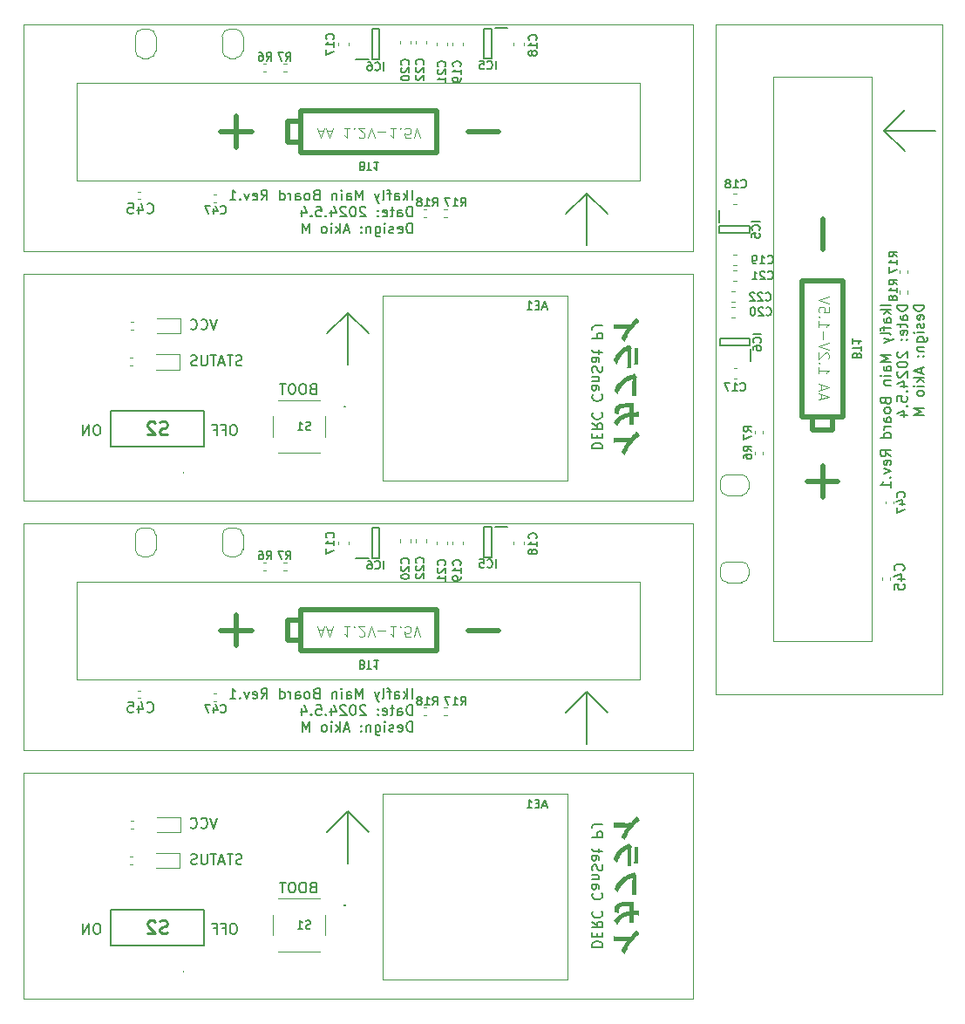
<source format=gbr>
%TF.GenerationSoftware,KiCad,Pcbnew,8.0.2*%
%TF.CreationDate,2024-05-13T13:54:00+09:00*%
%TF.ProjectId,ikafly_rev1a_p,696b6166-6c79-45f7-9265-7631615f702e,rev?*%
%TF.SameCoordinates,Original*%
%TF.FileFunction,Legend,Bot*%
%TF.FilePolarity,Positive*%
%FSLAX46Y46*%
G04 Gerber Fmt 4.6, Leading zero omitted, Abs format (unit mm)*
G04 Created by KiCad (PCBNEW 8.0.2) date 2024-05-13 13:54:00*
%MOMM*%
%LPD*%
G01*
G04 APERTURE LIST*
%ADD10C,0.150000*%
%ADD11C,0.100000*%
%ADD12C,0.254000*%
%ADD13C,0.120000*%
%ADD14C,0.200000*%
%ADD15C,0.500000*%
G04 APERTURE END LIST*
D10*
X159900000Y-50170000D02*
X164900000Y-50170000D01*
X159900000Y-50170000D02*
X161900000Y-48170000D01*
X159900000Y-50170000D02*
X161900000Y-52170000D01*
D11*
X143500000Y-39870000D02*
X165500000Y-39870000D01*
X165500000Y-104870000D01*
X143500000Y-104870000D01*
X143500000Y-39870000D01*
D10*
X160539931Y-67116779D02*
X159539931Y-67116779D01*
X160539931Y-67592969D02*
X159539931Y-67592969D01*
X160158978Y-67688207D02*
X160539931Y-67973921D01*
X159873264Y-67973921D02*
X160254216Y-67592969D01*
X160539931Y-68831064D02*
X160016121Y-68831064D01*
X160016121Y-68831064D02*
X159920883Y-68783445D01*
X159920883Y-68783445D02*
X159873264Y-68688207D01*
X159873264Y-68688207D02*
X159873264Y-68497731D01*
X159873264Y-68497731D02*
X159920883Y-68402493D01*
X160492312Y-68831064D02*
X160539931Y-68735826D01*
X160539931Y-68735826D02*
X160539931Y-68497731D01*
X160539931Y-68497731D02*
X160492312Y-68402493D01*
X160492312Y-68402493D02*
X160397073Y-68354874D01*
X160397073Y-68354874D02*
X160301835Y-68354874D01*
X160301835Y-68354874D02*
X160206597Y-68402493D01*
X160206597Y-68402493D02*
X160158978Y-68497731D01*
X160158978Y-68497731D02*
X160158978Y-68735826D01*
X160158978Y-68735826D02*
X160111359Y-68831064D01*
X159873264Y-69164398D02*
X159873264Y-69545350D01*
X160539931Y-69307255D02*
X159682788Y-69307255D01*
X159682788Y-69307255D02*
X159587550Y-69354874D01*
X159587550Y-69354874D02*
X159539931Y-69450112D01*
X159539931Y-69450112D02*
X159539931Y-69545350D01*
X160539931Y-70021541D02*
X160492312Y-69926303D01*
X160492312Y-69926303D02*
X160397073Y-69878684D01*
X160397073Y-69878684D02*
X159539931Y-69878684D01*
X159873264Y-70307256D02*
X160539931Y-70545351D01*
X159873264Y-70783446D02*
X160539931Y-70545351D01*
X160539931Y-70545351D02*
X160778026Y-70450113D01*
X160778026Y-70450113D02*
X160825645Y-70402494D01*
X160825645Y-70402494D02*
X160873264Y-70307256D01*
X160539931Y-71926304D02*
X159539931Y-71926304D01*
X159539931Y-71926304D02*
X160254216Y-72259637D01*
X160254216Y-72259637D02*
X159539931Y-72592970D01*
X159539931Y-72592970D02*
X160539931Y-72592970D01*
X160539931Y-73497732D02*
X160016121Y-73497732D01*
X160016121Y-73497732D02*
X159920883Y-73450113D01*
X159920883Y-73450113D02*
X159873264Y-73354875D01*
X159873264Y-73354875D02*
X159873264Y-73164399D01*
X159873264Y-73164399D02*
X159920883Y-73069161D01*
X160492312Y-73497732D02*
X160539931Y-73402494D01*
X160539931Y-73402494D02*
X160539931Y-73164399D01*
X160539931Y-73164399D02*
X160492312Y-73069161D01*
X160492312Y-73069161D02*
X160397073Y-73021542D01*
X160397073Y-73021542D02*
X160301835Y-73021542D01*
X160301835Y-73021542D02*
X160206597Y-73069161D01*
X160206597Y-73069161D02*
X160158978Y-73164399D01*
X160158978Y-73164399D02*
X160158978Y-73402494D01*
X160158978Y-73402494D02*
X160111359Y-73497732D01*
X160539931Y-73973923D02*
X159873264Y-73973923D01*
X159539931Y-73973923D02*
X159587550Y-73926304D01*
X159587550Y-73926304D02*
X159635169Y-73973923D01*
X159635169Y-73973923D02*
X159587550Y-74021542D01*
X159587550Y-74021542D02*
X159539931Y-73973923D01*
X159539931Y-73973923D02*
X159635169Y-73973923D01*
X159873264Y-74450113D02*
X160539931Y-74450113D01*
X159968502Y-74450113D02*
X159920883Y-74497732D01*
X159920883Y-74497732D02*
X159873264Y-74592970D01*
X159873264Y-74592970D02*
X159873264Y-74735827D01*
X159873264Y-74735827D02*
X159920883Y-74831065D01*
X159920883Y-74831065D02*
X160016121Y-74878684D01*
X160016121Y-74878684D02*
X160539931Y-74878684D01*
X160016121Y-76450113D02*
X160063740Y-76592970D01*
X160063740Y-76592970D02*
X160111359Y-76640589D01*
X160111359Y-76640589D02*
X160206597Y-76688208D01*
X160206597Y-76688208D02*
X160349454Y-76688208D01*
X160349454Y-76688208D02*
X160444692Y-76640589D01*
X160444692Y-76640589D02*
X160492312Y-76592970D01*
X160492312Y-76592970D02*
X160539931Y-76497732D01*
X160539931Y-76497732D02*
X160539931Y-76116780D01*
X160539931Y-76116780D02*
X159539931Y-76116780D01*
X159539931Y-76116780D02*
X159539931Y-76450113D01*
X159539931Y-76450113D02*
X159587550Y-76545351D01*
X159587550Y-76545351D02*
X159635169Y-76592970D01*
X159635169Y-76592970D02*
X159730407Y-76640589D01*
X159730407Y-76640589D02*
X159825645Y-76640589D01*
X159825645Y-76640589D02*
X159920883Y-76592970D01*
X159920883Y-76592970D02*
X159968502Y-76545351D01*
X159968502Y-76545351D02*
X160016121Y-76450113D01*
X160016121Y-76450113D02*
X160016121Y-76116780D01*
X160539931Y-77259637D02*
X160492312Y-77164399D01*
X160492312Y-77164399D02*
X160444692Y-77116780D01*
X160444692Y-77116780D02*
X160349454Y-77069161D01*
X160349454Y-77069161D02*
X160063740Y-77069161D01*
X160063740Y-77069161D02*
X159968502Y-77116780D01*
X159968502Y-77116780D02*
X159920883Y-77164399D01*
X159920883Y-77164399D02*
X159873264Y-77259637D01*
X159873264Y-77259637D02*
X159873264Y-77402494D01*
X159873264Y-77402494D02*
X159920883Y-77497732D01*
X159920883Y-77497732D02*
X159968502Y-77545351D01*
X159968502Y-77545351D02*
X160063740Y-77592970D01*
X160063740Y-77592970D02*
X160349454Y-77592970D01*
X160349454Y-77592970D02*
X160444692Y-77545351D01*
X160444692Y-77545351D02*
X160492312Y-77497732D01*
X160492312Y-77497732D02*
X160539931Y-77402494D01*
X160539931Y-77402494D02*
X160539931Y-77259637D01*
X160539931Y-78450113D02*
X160016121Y-78450113D01*
X160016121Y-78450113D02*
X159920883Y-78402494D01*
X159920883Y-78402494D02*
X159873264Y-78307256D01*
X159873264Y-78307256D02*
X159873264Y-78116780D01*
X159873264Y-78116780D02*
X159920883Y-78021542D01*
X160492312Y-78450113D02*
X160539931Y-78354875D01*
X160539931Y-78354875D02*
X160539931Y-78116780D01*
X160539931Y-78116780D02*
X160492312Y-78021542D01*
X160492312Y-78021542D02*
X160397073Y-77973923D01*
X160397073Y-77973923D02*
X160301835Y-77973923D01*
X160301835Y-77973923D02*
X160206597Y-78021542D01*
X160206597Y-78021542D02*
X160158978Y-78116780D01*
X160158978Y-78116780D02*
X160158978Y-78354875D01*
X160158978Y-78354875D02*
X160111359Y-78450113D01*
X160539931Y-78926304D02*
X159873264Y-78926304D01*
X160063740Y-78926304D02*
X159968502Y-78973923D01*
X159968502Y-78973923D02*
X159920883Y-79021542D01*
X159920883Y-79021542D02*
X159873264Y-79116780D01*
X159873264Y-79116780D02*
X159873264Y-79212018D01*
X160539931Y-79973923D02*
X159539931Y-79973923D01*
X160492312Y-79973923D02*
X160539931Y-79878685D01*
X160539931Y-79878685D02*
X160539931Y-79688209D01*
X160539931Y-79688209D02*
X160492312Y-79592971D01*
X160492312Y-79592971D02*
X160444692Y-79545352D01*
X160444692Y-79545352D02*
X160349454Y-79497733D01*
X160349454Y-79497733D02*
X160063740Y-79497733D01*
X160063740Y-79497733D02*
X159968502Y-79545352D01*
X159968502Y-79545352D02*
X159920883Y-79592971D01*
X159920883Y-79592971D02*
X159873264Y-79688209D01*
X159873264Y-79688209D02*
X159873264Y-79878685D01*
X159873264Y-79878685D02*
X159920883Y-79973923D01*
X160539931Y-81783447D02*
X160063740Y-81450114D01*
X160539931Y-81212019D02*
X159539931Y-81212019D01*
X159539931Y-81212019D02*
X159539931Y-81592971D01*
X159539931Y-81592971D02*
X159587550Y-81688209D01*
X159587550Y-81688209D02*
X159635169Y-81735828D01*
X159635169Y-81735828D02*
X159730407Y-81783447D01*
X159730407Y-81783447D02*
X159873264Y-81783447D01*
X159873264Y-81783447D02*
X159968502Y-81735828D01*
X159968502Y-81735828D02*
X160016121Y-81688209D01*
X160016121Y-81688209D02*
X160063740Y-81592971D01*
X160063740Y-81592971D02*
X160063740Y-81212019D01*
X160492312Y-82592971D02*
X160539931Y-82497733D01*
X160539931Y-82497733D02*
X160539931Y-82307257D01*
X160539931Y-82307257D02*
X160492312Y-82212019D01*
X160492312Y-82212019D02*
X160397073Y-82164400D01*
X160397073Y-82164400D02*
X160016121Y-82164400D01*
X160016121Y-82164400D02*
X159920883Y-82212019D01*
X159920883Y-82212019D02*
X159873264Y-82307257D01*
X159873264Y-82307257D02*
X159873264Y-82497733D01*
X159873264Y-82497733D02*
X159920883Y-82592971D01*
X159920883Y-82592971D02*
X160016121Y-82640590D01*
X160016121Y-82640590D02*
X160111359Y-82640590D01*
X160111359Y-82640590D02*
X160206597Y-82164400D01*
X159873264Y-82973924D02*
X160539931Y-83212019D01*
X160539931Y-83212019D02*
X159873264Y-83450114D01*
X160444692Y-83831067D02*
X160492312Y-83878686D01*
X160492312Y-83878686D02*
X160539931Y-83831067D01*
X160539931Y-83831067D02*
X160492312Y-83783448D01*
X160492312Y-83783448D02*
X160444692Y-83831067D01*
X160444692Y-83831067D02*
X160539931Y-83831067D01*
X160539931Y-84831066D02*
X160539931Y-84259638D01*
X160539931Y-84545352D02*
X159539931Y-84545352D01*
X159539931Y-84545352D02*
X159682788Y-84450114D01*
X159682788Y-84450114D02*
X159778026Y-84354876D01*
X159778026Y-84354876D02*
X159825645Y-84259638D01*
X162149875Y-67116779D02*
X161149875Y-67116779D01*
X161149875Y-67116779D02*
X161149875Y-67354874D01*
X161149875Y-67354874D02*
X161197494Y-67497731D01*
X161197494Y-67497731D02*
X161292732Y-67592969D01*
X161292732Y-67592969D02*
X161387970Y-67640588D01*
X161387970Y-67640588D02*
X161578446Y-67688207D01*
X161578446Y-67688207D02*
X161721303Y-67688207D01*
X161721303Y-67688207D02*
X161911779Y-67640588D01*
X161911779Y-67640588D02*
X162007017Y-67592969D01*
X162007017Y-67592969D02*
X162102256Y-67497731D01*
X162102256Y-67497731D02*
X162149875Y-67354874D01*
X162149875Y-67354874D02*
X162149875Y-67116779D01*
X162149875Y-68545350D02*
X161626065Y-68545350D01*
X161626065Y-68545350D02*
X161530827Y-68497731D01*
X161530827Y-68497731D02*
X161483208Y-68402493D01*
X161483208Y-68402493D02*
X161483208Y-68212017D01*
X161483208Y-68212017D02*
X161530827Y-68116779D01*
X162102256Y-68545350D02*
X162149875Y-68450112D01*
X162149875Y-68450112D02*
X162149875Y-68212017D01*
X162149875Y-68212017D02*
X162102256Y-68116779D01*
X162102256Y-68116779D02*
X162007017Y-68069160D01*
X162007017Y-68069160D02*
X161911779Y-68069160D01*
X161911779Y-68069160D02*
X161816541Y-68116779D01*
X161816541Y-68116779D02*
X161768922Y-68212017D01*
X161768922Y-68212017D02*
X161768922Y-68450112D01*
X161768922Y-68450112D02*
X161721303Y-68545350D01*
X161483208Y-68878684D02*
X161483208Y-69259636D01*
X161149875Y-69021541D02*
X162007017Y-69021541D01*
X162007017Y-69021541D02*
X162102256Y-69069160D01*
X162102256Y-69069160D02*
X162149875Y-69164398D01*
X162149875Y-69164398D02*
X162149875Y-69259636D01*
X162102256Y-69973922D02*
X162149875Y-69878684D01*
X162149875Y-69878684D02*
X162149875Y-69688208D01*
X162149875Y-69688208D02*
X162102256Y-69592970D01*
X162102256Y-69592970D02*
X162007017Y-69545351D01*
X162007017Y-69545351D02*
X161626065Y-69545351D01*
X161626065Y-69545351D02*
X161530827Y-69592970D01*
X161530827Y-69592970D02*
X161483208Y-69688208D01*
X161483208Y-69688208D02*
X161483208Y-69878684D01*
X161483208Y-69878684D02*
X161530827Y-69973922D01*
X161530827Y-69973922D02*
X161626065Y-70021541D01*
X161626065Y-70021541D02*
X161721303Y-70021541D01*
X161721303Y-70021541D02*
X161816541Y-69545351D01*
X162054636Y-70450113D02*
X162102256Y-70497732D01*
X162102256Y-70497732D02*
X162149875Y-70450113D01*
X162149875Y-70450113D02*
X162102256Y-70402494D01*
X162102256Y-70402494D02*
X162054636Y-70450113D01*
X162054636Y-70450113D02*
X162149875Y-70450113D01*
X161530827Y-70450113D02*
X161578446Y-70497732D01*
X161578446Y-70497732D02*
X161626065Y-70450113D01*
X161626065Y-70450113D02*
X161578446Y-70402494D01*
X161578446Y-70402494D02*
X161530827Y-70450113D01*
X161530827Y-70450113D02*
X161626065Y-70450113D01*
X161245113Y-71640589D02*
X161197494Y-71688208D01*
X161197494Y-71688208D02*
X161149875Y-71783446D01*
X161149875Y-71783446D02*
X161149875Y-72021541D01*
X161149875Y-72021541D02*
X161197494Y-72116779D01*
X161197494Y-72116779D02*
X161245113Y-72164398D01*
X161245113Y-72164398D02*
X161340351Y-72212017D01*
X161340351Y-72212017D02*
X161435589Y-72212017D01*
X161435589Y-72212017D02*
X161578446Y-72164398D01*
X161578446Y-72164398D02*
X162149875Y-71592970D01*
X162149875Y-71592970D02*
X162149875Y-72212017D01*
X161149875Y-72831065D02*
X161149875Y-72926303D01*
X161149875Y-72926303D02*
X161197494Y-73021541D01*
X161197494Y-73021541D02*
X161245113Y-73069160D01*
X161245113Y-73069160D02*
X161340351Y-73116779D01*
X161340351Y-73116779D02*
X161530827Y-73164398D01*
X161530827Y-73164398D02*
X161768922Y-73164398D01*
X161768922Y-73164398D02*
X161959398Y-73116779D01*
X161959398Y-73116779D02*
X162054636Y-73069160D01*
X162054636Y-73069160D02*
X162102256Y-73021541D01*
X162102256Y-73021541D02*
X162149875Y-72926303D01*
X162149875Y-72926303D02*
X162149875Y-72831065D01*
X162149875Y-72831065D02*
X162102256Y-72735827D01*
X162102256Y-72735827D02*
X162054636Y-72688208D01*
X162054636Y-72688208D02*
X161959398Y-72640589D01*
X161959398Y-72640589D02*
X161768922Y-72592970D01*
X161768922Y-72592970D02*
X161530827Y-72592970D01*
X161530827Y-72592970D02*
X161340351Y-72640589D01*
X161340351Y-72640589D02*
X161245113Y-72688208D01*
X161245113Y-72688208D02*
X161197494Y-72735827D01*
X161197494Y-72735827D02*
X161149875Y-72831065D01*
X161245113Y-73545351D02*
X161197494Y-73592970D01*
X161197494Y-73592970D02*
X161149875Y-73688208D01*
X161149875Y-73688208D02*
X161149875Y-73926303D01*
X161149875Y-73926303D02*
X161197494Y-74021541D01*
X161197494Y-74021541D02*
X161245113Y-74069160D01*
X161245113Y-74069160D02*
X161340351Y-74116779D01*
X161340351Y-74116779D02*
X161435589Y-74116779D01*
X161435589Y-74116779D02*
X161578446Y-74069160D01*
X161578446Y-74069160D02*
X162149875Y-73497732D01*
X162149875Y-73497732D02*
X162149875Y-74116779D01*
X161483208Y-74973922D02*
X162149875Y-74973922D01*
X161102256Y-74735827D02*
X161816541Y-74497732D01*
X161816541Y-74497732D02*
X161816541Y-75116779D01*
X162054636Y-75497732D02*
X162102256Y-75545351D01*
X162102256Y-75545351D02*
X162149875Y-75497732D01*
X162149875Y-75497732D02*
X162102256Y-75450113D01*
X162102256Y-75450113D02*
X162054636Y-75497732D01*
X162054636Y-75497732D02*
X162149875Y-75497732D01*
X161149875Y-76450112D02*
X161149875Y-75973922D01*
X161149875Y-75973922D02*
X161626065Y-75926303D01*
X161626065Y-75926303D02*
X161578446Y-75973922D01*
X161578446Y-75973922D02*
X161530827Y-76069160D01*
X161530827Y-76069160D02*
X161530827Y-76307255D01*
X161530827Y-76307255D02*
X161578446Y-76402493D01*
X161578446Y-76402493D02*
X161626065Y-76450112D01*
X161626065Y-76450112D02*
X161721303Y-76497731D01*
X161721303Y-76497731D02*
X161959398Y-76497731D01*
X161959398Y-76497731D02*
X162054636Y-76450112D01*
X162054636Y-76450112D02*
X162102256Y-76402493D01*
X162102256Y-76402493D02*
X162149875Y-76307255D01*
X162149875Y-76307255D02*
X162149875Y-76069160D01*
X162149875Y-76069160D02*
X162102256Y-75973922D01*
X162102256Y-75973922D02*
X162054636Y-75926303D01*
X162054636Y-76926303D02*
X162102256Y-76973922D01*
X162102256Y-76973922D02*
X162149875Y-76926303D01*
X162149875Y-76926303D02*
X162102256Y-76878684D01*
X162102256Y-76878684D02*
X162054636Y-76926303D01*
X162054636Y-76926303D02*
X162149875Y-76926303D01*
X161483208Y-77831064D02*
X162149875Y-77831064D01*
X161102256Y-77592969D02*
X161816541Y-77354874D01*
X161816541Y-77354874D02*
X161816541Y-77973921D01*
X163759819Y-67116779D02*
X162759819Y-67116779D01*
X162759819Y-67116779D02*
X162759819Y-67354874D01*
X162759819Y-67354874D02*
X162807438Y-67497731D01*
X162807438Y-67497731D02*
X162902676Y-67592969D01*
X162902676Y-67592969D02*
X162997914Y-67640588D01*
X162997914Y-67640588D02*
X163188390Y-67688207D01*
X163188390Y-67688207D02*
X163331247Y-67688207D01*
X163331247Y-67688207D02*
X163521723Y-67640588D01*
X163521723Y-67640588D02*
X163616961Y-67592969D01*
X163616961Y-67592969D02*
X163712200Y-67497731D01*
X163712200Y-67497731D02*
X163759819Y-67354874D01*
X163759819Y-67354874D02*
X163759819Y-67116779D01*
X163712200Y-68497731D02*
X163759819Y-68402493D01*
X163759819Y-68402493D02*
X163759819Y-68212017D01*
X163759819Y-68212017D02*
X163712200Y-68116779D01*
X163712200Y-68116779D02*
X163616961Y-68069160D01*
X163616961Y-68069160D02*
X163236009Y-68069160D01*
X163236009Y-68069160D02*
X163140771Y-68116779D01*
X163140771Y-68116779D02*
X163093152Y-68212017D01*
X163093152Y-68212017D02*
X163093152Y-68402493D01*
X163093152Y-68402493D02*
X163140771Y-68497731D01*
X163140771Y-68497731D02*
X163236009Y-68545350D01*
X163236009Y-68545350D02*
X163331247Y-68545350D01*
X163331247Y-68545350D02*
X163426485Y-68069160D01*
X163712200Y-68926303D02*
X163759819Y-69021541D01*
X163759819Y-69021541D02*
X163759819Y-69212017D01*
X163759819Y-69212017D02*
X163712200Y-69307255D01*
X163712200Y-69307255D02*
X163616961Y-69354874D01*
X163616961Y-69354874D02*
X163569342Y-69354874D01*
X163569342Y-69354874D02*
X163474104Y-69307255D01*
X163474104Y-69307255D02*
X163426485Y-69212017D01*
X163426485Y-69212017D02*
X163426485Y-69069160D01*
X163426485Y-69069160D02*
X163378866Y-68973922D01*
X163378866Y-68973922D02*
X163283628Y-68926303D01*
X163283628Y-68926303D02*
X163236009Y-68926303D01*
X163236009Y-68926303D02*
X163140771Y-68973922D01*
X163140771Y-68973922D02*
X163093152Y-69069160D01*
X163093152Y-69069160D02*
X163093152Y-69212017D01*
X163093152Y-69212017D02*
X163140771Y-69307255D01*
X163759819Y-69783446D02*
X163093152Y-69783446D01*
X162759819Y-69783446D02*
X162807438Y-69735827D01*
X162807438Y-69735827D02*
X162855057Y-69783446D01*
X162855057Y-69783446D02*
X162807438Y-69831065D01*
X162807438Y-69831065D02*
X162759819Y-69783446D01*
X162759819Y-69783446D02*
X162855057Y-69783446D01*
X163093152Y-70688207D02*
X163902676Y-70688207D01*
X163902676Y-70688207D02*
X163997914Y-70640588D01*
X163997914Y-70640588D02*
X164045533Y-70592969D01*
X164045533Y-70592969D02*
X164093152Y-70497731D01*
X164093152Y-70497731D02*
X164093152Y-70354874D01*
X164093152Y-70354874D02*
X164045533Y-70259636D01*
X163712200Y-70688207D02*
X163759819Y-70592969D01*
X163759819Y-70592969D02*
X163759819Y-70402493D01*
X163759819Y-70402493D02*
X163712200Y-70307255D01*
X163712200Y-70307255D02*
X163664580Y-70259636D01*
X163664580Y-70259636D02*
X163569342Y-70212017D01*
X163569342Y-70212017D02*
X163283628Y-70212017D01*
X163283628Y-70212017D02*
X163188390Y-70259636D01*
X163188390Y-70259636D02*
X163140771Y-70307255D01*
X163140771Y-70307255D02*
X163093152Y-70402493D01*
X163093152Y-70402493D02*
X163093152Y-70592969D01*
X163093152Y-70592969D02*
X163140771Y-70688207D01*
X163093152Y-71164398D02*
X163759819Y-71164398D01*
X163188390Y-71164398D02*
X163140771Y-71212017D01*
X163140771Y-71212017D02*
X163093152Y-71307255D01*
X163093152Y-71307255D02*
X163093152Y-71450112D01*
X163093152Y-71450112D02*
X163140771Y-71545350D01*
X163140771Y-71545350D02*
X163236009Y-71592969D01*
X163236009Y-71592969D02*
X163759819Y-71592969D01*
X163664580Y-72069160D02*
X163712200Y-72116779D01*
X163712200Y-72116779D02*
X163759819Y-72069160D01*
X163759819Y-72069160D02*
X163712200Y-72021541D01*
X163712200Y-72021541D02*
X163664580Y-72069160D01*
X163664580Y-72069160D02*
X163759819Y-72069160D01*
X163140771Y-72069160D02*
X163188390Y-72116779D01*
X163188390Y-72116779D02*
X163236009Y-72069160D01*
X163236009Y-72069160D02*
X163188390Y-72021541D01*
X163188390Y-72021541D02*
X163140771Y-72069160D01*
X163140771Y-72069160D02*
X163236009Y-72069160D01*
X163474104Y-73259636D02*
X163474104Y-73735826D01*
X163759819Y-73164398D02*
X162759819Y-73497731D01*
X162759819Y-73497731D02*
X163759819Y-73831064D01*
X163759819Y-74164398D02*
X162759819Y-74164398D01*
X163378866Y-74259636D02*
X163759819Y-74545350D01*
X163093152Y-74545350D02*
X163474104Y-74164398D01*
X163759819Y-74973922D02*
X163093152Y-74973922D01*
X162759819Y-74973922D02*
X162807438Y-74926303D01*
X162807438Y-74926303D02*
X162855057Y-74973922D01*
X162855057Y-74973922D02*
X162807438Y-75021541D01*
X162807438Y-75021541D02*
X162759819Y-74973922D01*
X162759819Y-74973922D02*
X162855057Y-74973922D01*
X163759819Y-75592969D02*
X163712200Y-75497731D01*
X163712200Y-75497731D02*
X163664580Y-75450112D01*
X163664580Y-75450112D02*
X163569342Y-75402493D01*
X163569342Y-75402493D02*
X163283628Y-75402493D01*
X163283628Y-75402493D02*
X163188390Y-75450112D01*
X163188390Y-75450112D02*
X163140771Y-75497731D01*
X163140771Y-75497731D02*
X163093152Y-75592969D01*
X163093152Y-75592969D02*
X163093152Y-75735826D01*
X163093152Y-75735826D02*
X163140771Y-75831064D01*
X163140771Y-75831064D02*
X163188390Y-75878683D01*
X163188390Y-75878683D02*
X163283628Y-75926302D01*
X163283628Y-75926302D02*
X163569342Y-75926302D01*
X163569342Y-75926302D02*
X163664580Y-75878683D01*
X163664580Y-75878683D02*
X163712200Y-75831064D01*
X163712200Y-75831064D02*
X163759819Y-75735826D01*
X163759819Y-75735826D02*
X163759819Y-75592969D01*
X163759819Y-77116779D02*
X162759819Y-77116779D01*
X162759819Y-77116779D02*
X163474104Y-77450112D01*
X163474104Y-77450112D02*
X162759819Y-77783445D01*
X162759819Y-77783445D02*
X163759819Y-77783445D01*
X131000000Y-104675000D02*
X133000000Y-106675000D01*
X131000000Y-104675000D02*
X131000000Y-109675000D01*
X131000000Y-104675000D02*
X129000000Y-106675000D01*
D11*
X76300000Y-88275000D02*
X141300000Y-88275000D01*
X141300000Y-110275000D01*
X76300000Y-110275000D01*
X76300000Y-88275000D01*
D10*
X107800000Y-116275000D02*
X107800000Y-121275000D01*
X107800000Y-116275000D02*
X109800000Y-118275000D01*
D11*
X76300000Y-112475000D02*
X141300000Y-112475000D01*
X141300000Y-134475000D01*
X76300000Y-134475000D01*
X76300000Y-112475000D01*
D10*
X107800000Y-116275000D02*
X105800000Y-118275000D01*
X114053220Y-105314931D02*
X114053220Y-104314931D01*
X113577030Y-105314931D02*
X113577030Y-104314931D01*
X113481792Y-104933978D02*
X113196078Y-105314931D01*
X113196078Y-104648264D02*
X113577030Y-105029216D01*
X112338935Y-105314931D02*
X112338935Y-104791121D01*
X112338935Y-104791121D02*
X112386554Y-104695883D01*
X112386554Y-104695883D02*
X112481792Y-104648264D01*
X112481792Y-104648264D02*
X112672268Y-104648264D01*
X112672268Y-104648264D02*
X112767506Y-104695883D01*
X112338935Y-105267312D02*
X112434173Y-105314931D01*
X112434173Y-105314931D02*
X112672268Y-105314931D01*
X112672268Y-105314931D02*
X112767506Y-105267312D01*
X112767506Y-105267312D02*
X112815125Y-105172073D01*
X112815125Y-105172073D02*
X112815125Y-105076835D01*
X112815125Y-105076835D02*
X112767506Y-104981597D01*
X112767506Y-104981597D02*
X112672268Y-104933978D01*
X112672268Y-104933978D02*
X112434173Y-104933978D01*
X112434173Y-104933978D02*
X112338935Y-104886359D01*
X112005601Y-104648264D02*
X111624649Y-104648264D01*
X111862744Y-105314931D02*
X111862744Y-104457788D01*
X111862744Y-104457788D02*
X111815125Y-104362550D01*
X111815125Y-104362550D02*
X111719887Y-104314931D01*
X111719887Y-104314931D02*
X111624649Y-104314931D01*
X111148458Y-105314931D02*
X111243696Y-105267312D01*
X111243696Y-105267312D02*
X111291315Y-105172073D01*
X111291315Y-105172073D02*
X111291315Y-104314931D01*
X110862743Y-104648264D02*
X110624648Y-105314931D01*
X110386553Y-104648264D02*
X110624648Y-105314931D01*
X110624648Y-105314931D02*
X110719886Y-105553026D01*
X110719886Y-105553026D02*
X110767505Y-105600645D01*
X110767505Y-105600645D02*
X110862743Y-105648264D01*
X109243695Y-105314931D02*
X109243695Y-104314931D01*
X109243695Y-104314931D02*
X108910362Y-105029216D01*
X108910362Y-105029216D02*
X108577029Y-104314931D01*
X108577029Y-104314931D02*
X108577029Y-105314931D01*
X107672267Y-105314931D02*
X107672267Y-104791121D01*
X107672267Y-104791121D02*
X107719886Y-104695883D01*
X107719886Y-104695883D02*
X107815124Y-104648264D01*
X107815124Y-104648264D02*
X108005600Y-104648264D01*
X108005600Y-104648264D02*
X108100838Y-104695883D01*
X107672267Y-105267312D02*
X107767505Y-105314931D01*
X107767505Y-105314931D02*
X108005600Y-105314931D01*
X108005600Y-105314931D02*
X108100838Y-105267312D01*
X108100838Y-105267312D02*
X108148457Y-105172073D01*
X108148457Y-105172073D02*
X108148457Y-105076835D01*
X108148457Y-105076835D02*
X108100838Y-104981597D01*
X108100838Y-104981597D02*
X108005600Y-104933978D01*
X108005600Y-104933978D02*
X107767505Y-104933978D01*
X107767505Y-104933978D02*
X107672267Y-104886359D01*
X107196076Y-105314931D02*
X107196076Y-104648264D01*
X107196076Y-104314931D02*
X107243695Y-104362550D01*
X107243695Y-104362550D02*
X107196076Y-104410169D01*
X107196076Y-104410169D02*
X107148457Y-104362550D01*
X107148457Y-104362550D02*
X107196076Y-104314931D01*
X107196076Y-104314931D02*
X107196076Y-104410169D01*
X106719886Y-104648264D02*
X106719886Y-105314931D01*
X106719886Y-104743502D02*
X106672267Y-104695883D01*
X106672267Y-104695883D02*
X106577029Y-104648264D01*
X106577029Y-104648264D02*
X106434172Y-104648264D01*
X106434172Y-104648264D02*
X106338934Y-104695883D01*
X106338934Y-104695883D02*
X106291315Y-104791121D01*
X106291315Y-104791121D02*
X106291315Y-105314931D01*
X104719886Y-104791121D02*
X104577029Y-104838740D01*
X104577029Y-104838740D02*
X104529410Y-104886359D01*
X104529410Y-104886359D02*
X104481791Y-104981597D01*
X104481791Y-104981597D02*
X104481791Y-105124454D01*
X104481791Y-105124454D02*
X104529410Y-105219692D01*
X104529410Y-105219692D02*
X104577029Y-105267312D01*
X104577029Y-105267312D02*
X104672267Y-105314931D01*
X104672267Y-105314931D02*
X105053219Y-105314931D01*
X105053219Y-105314931D02*
X105053219Y-104314931D01*
X105053219Y-104314931D02*
X104719886Y-104314931D01*
X104719886Y-104314931D02*
X104624648Y-104362550D01*
X104624648Y-104362550D02*
X104577029Y-104410169D01*
X104577029Y-104410169D02*
X104529410Y-104505407D01*
X104529410Y-104505407D02*
X104529410Y-104600645D01*
X104529410Y-104600645D02*
X104577029Y-104695883D01*
X104577029Y-104695883D02*
X104624648Y-104743502D01*
X104624648Y-104743502D02*
X104719886Y-104791121D01*
X104719886Y-104791121D02*
X105053219Y-104791121D01*
X103910362Y-105314931D02*
X104005600Y-105267312D01*
X104005600Y-105267312D02*
X104053219Y-105219692D01*
X104053219Y-105219692D02*
X104100838Y-105124454D01*
X104100838Y-105124454D02*
X104100838Y-104838740D01*
X104100838Y-104838740D02*
X104053219Y-104743502D01*
X104053219Y-104743502D02*
X104005600Y-104695883D01*
X104005600Y-104695883D02*
X103910362Y-104648264D01*
X103910362Y-104648264D02*
X103767505Y-104648264D01*
X103767505Y-104648264D02*
X103672267Y-104695883D01*
X103672267Y-104695883D02*
X103624648Y-104743502D01*
X103624648Y-104743502D02*
X103577029Y-104838740D01*
X103577029Y-104838740D02*
X103577029Y-105124454D01*
X103577029Y-105124454D02*
X103624648Y-105219692D01*
X103624648Y-105219692D02*
X103672267Y-105267312D01*
X103672267Y-105267312D02*
X103767505Y-105314931D01*
X103767505Y-105314931D02*
X103910362Y-105314931D01*
X102719886Y-105314931D02*
X102719886Y-104791121D01*
X102719886Y-104791121D02*
X102767505Y-104695883D01*
X102767505Y-104695883D02*
X102862743Y-104648264D01*
X102862743Y-104648264D02*
X103053219Y-104648264D01*
X103053219Y-104648264D02*
X103148457Y-104695883D01*
X102719886Y-105267312D02*
X102815124Y-105314931D01*
X102815124Y-105314931D02*
X103053219Y-105314931D01*
X103053219Y-105314931D02*
X103148457Y-105267312D01*
X103148457Y-105267312D02*
X103196076Y-105172073D01*
X103196076Y-105172073D02*
X103196076Y-105076835D01*
X103196076Y-105076835D02*
X103148457Y-104981597D01*
X103148457Y-104981597D02*
X103053219Y-104933978D01*
X103053219Y-104933978D02*
X102815124Y-104933978D01*
X102815124Y-104933978D02*
X102719886Y-104886359D01*
X102243695Y-105314931D02*
X102243695Y-104648264D01*
X102243695Y-104838740D02*
X102196076Y-104743502D01*
X102196076Y-104743502D02*
X102148457Y-104695883D01*
X102148457Y-104695883D02*
X102053219Y-104648264D01*
X102053219Y-104648264D02*
X101957981Y-104648264D01*
X101196076Y-105314931D02*
X101196076Y-104314931D01*
X101196076Y-105267312D02*
X101291314Y-105314931D01*
X101291314Y-105314931D02*
X101481790Y-105314931D01*
X101481790Y-105314931D02*
X101577028Y-105267312D01*
X101577028Y-105267312D02*
X101624647Y-105219692D01*
X101624647Y-105219692D02*
X101672266Y-105124454D01*
X101672266Y-105124454D02*
X101672266Y-104838740D01*
X101672266Y-104838740D02*
X101624647Y-104743502D01*
X101624647Y-104743502D02*
X101577028Y-104695883D01*
X101577028Y-104695883D02*
X101481790Y-104648264D01*
X101481790Y-104648264D02*
X101291314Y-104648264D01*
X101291314Y-104648264D02*
X101196076Y-104695883D01*
X99386552Y-105314931D02*
X99719885Y-104838740D01*
X99957980Y-105314931D02*
X99957980Y-104314931D01*
X99957980Y-104314931D02*
X99577028Y-104314931D01*
X99577028Y-104314931D02*
X99481790Y-104362550D01*
X99481790Y-104362550D02*
X99434171Y-104410169D01*
X99434171Y-104410169D02*
X99386552Y-104505407D01*
X99386552Y-104505407D02*
X99386552Y-104648264D01*
X99386552Y-104648264D02*
X99434171Y-104743502D01*
X99434171Y-104743502D02*
X99481790Y-104791121D01*
X99481790Y-104791121D02*
X99577028Y-104838740D01*
X99577028Y-104838740D02*
X99957980Y-104838740D01*
X98577028Y-105267312D02*
X98672266Y-105314931D01*
X98672266Y-105314931D02*
X98862742Y-105314931D01*
X98862742Y-105314931D02*
X98957980Y-105267312D01*
X98957980Y-105267312D02*
X99005599Y-105172073D01*
X99005599Y-105172073D02*
X99005599Y-104791121D01*
X99005599Y-104791121D02*
X98957980Y-104695883D01*
X98957980Y-104695883D02*
X98862742Y-104648264D01*
X98862742Y-104648264D02*
X98672266Y-104648264D01*
X98672266Y-104648264D02*
X98577028Y-104695883D01*
X98577028Y-104695883D02*
X98529409Y-104791121D01*
X98529409Y-104791121D02*
X98529409Y-104886359D01*
X98529409Y-104886359D02*
X99005599Y-104981597D01*
X98196075Y-104648264D02*
X97957980Y-105314931D01*
X97957980Y-105314931D02*
X97719885Y-104648264D01*
X97338932Y-105219692D02*
X97291313Y-105267312D01*
X97291313Y-105267312D02*
X97338932Y-105314931D01*
X97338932Y-105314931D02*
X97386551Y-105267312D01*
X97386551Y-105267312D02*
X97338932Y-105219692D01*
X97338932Y-105219692D02*
X97338932Y-105314931D01*
X96338933Y-105314931D02*
X96910361Y-105314931D01*
X96624647Y-105314931D02*
X96624647Y-104314931D01*
X96624647Y-104314931D02*
X96719885Y-104457788D01*
X96719885Y-104457788D02*
X96815123Y-104553026D01*
X96815123Y-104553026D02*
X96910361Y-104600645D01*
X114053220Y-106924875D02*
X114053220Y-105924875D01*
X114053220Y-105924875D02*
X113815125Y-105924875D01*
X113815125Y-105924875D02*
X113672268Y-105972494D01*
X113672268Y-105972494D02*
X113577030Y-106067732D01*
X113577030Y-106067732D02*
X113529411Y-106162970D01*
X113529411Y-106162970D02*
X113481792Y-106353446D01*
X113481792Y-106353446D02*
X113481792Y-106496303D01*
X113481792Y-106496303D02*
X113529411Y-106686779D01*
X113529411Y-106686779D02*
X113577030Y-106782017D01*
X113577030Y-106782017D02*
X113672268Y-106877256D01*
X113672268Y-106877256D02*
X113815125Y-106924875D01*
X113815125Y-106924875D02*
X114053220Y-106924875D01*
X112624649Y-106924875D02*
X112624649Y-106401065D01*
X112624649Y-106401065D02*
X112672268Y-106305827D01*
X112672268Y-106305827D02*
X112767506Y-106258208D01*
X112767506Y-106258208D02*
X112957982Y-106258208D01*
X112957982Y-106258208D02*
X113053220Y-106305827D01*
X112624649Y-106877256D02*
X112719887Y-106924875D01*
X112719887Y-106924875D02*
X112957982Y-106924875D01*
X112957982Y-106924875D02*
X113053220Y-106877256D01*
X113053220Y-106877256D02*
X113100839Y-106782017D01*
X113100839Y-106782017D02*
X113100839Y-106686779D01*
X113100839Y-106686779D02*
X113053220Y-106591541D01*
X113053220Y-106591541D02*
X112957982Y-106543922D01*
X112957982Y-106543922D02*
X112719887Y-106543922D01*
X112719887Y-106543922D02*
X112624649Y-106496303D01*
X112291315Y-106258208D02*
X111910363Y-106258208D01*
X112148458Y-105924875D02*
X112148458Y-106782017D01*
X112148458Y-106782017D02*
X112100839Y-106877256D01*
X112100839Y-106877256D02*
X112005601Y-106924875D01*
X112005601Y-106924875D02*
X111910363Y-106924875D01*
X111196077Y-106877256D02*
X111291315Y-106924875D01*
X111291315Y-106924875D02*
X111481791Y-106924875D01*
X111481791Y-106924875D02*
X111577029Y-106877256D01*
X111577029Y-106877256D02*
X111624648Y-106782017D01*
X111624648Y-106782017D02*
X111624648Y-106401065D01*
X111624648Y-106401065D02*
X111577029Y-106305827D01*
X111577029Y-106305827D02*
X111481791Y-106258208D01*
X111481791Y-106258208D02*
X111291315Y-106258208D01*
X111291315Y-106258208D02*
X111196077Y-106305827D01*
X111196077Y-106305827D02*
X111148458Y-106401065D01*
X111148458Y-106401065D02*
X111148458Y-106496303D01*
X111148458Y-106496303D02*
X111624648Y-106591541D01*
X110719886Y-106829636D02*
X110672267Y-106877256D01*
X110672267Y-106877256D02*
X110719886Y-106924875D01*
X110719886Y-106924875D02*
X110767505Y-106877256D01*
X110767505Y-106877256D02*
X110719886Y-106829636D01*
X110719886Y-106829636D02*
X110719886Y-106924875D01*
X110719886Y-106305827D02*
X110672267Y-106353446D01*
X110672267Y-106353446D02*
X110719886Y-106401065D01*
X110719886Y-106401065D02*
X110767505Y-106353446D01*
X110767505Y-106353446D02*
X110719886Y-106305827D01*
X110719886Y-106305827D02*
X110719886Y-106401065D01*
X109529410Y-106020113D02*
X109481791Y-105972494D01*
X109481791Y-105972494D02*
X109386553Y-105924875D01*
X109386553Y-105924875D02*
X109148458Y-105924875D01*
X109148458Y-105924875D02*
X109053220Y-105972494D01*
X109053220Y-105972494D02*
X109005601Y-106020113D01*
X109005601Y-106020113D02*
X108957982Y-106115351D01*
X108957982Y-106115351D02*
X108957982Y-106210589D01*
X108957982Y-106210589D02*
X109005601Y-106353446D01*
X109005601Y-106353446D02*
X109577029Y-106924875D01*
X109577029Y-106924875D02*
X108957982Y-106924875D01*
X108338934Y-105924875D02*
X108243696Y-105924875D01*
X108243696Y-105924875D02*
X108148458Y-105972494D01*
X108148458Y-105972494D02*
X108100839Y-106020113D01*
X108100839Y-106020113D02*
X108053220Y-106115351D01*
X108053220Y-106115351D02*
X108005601Y-106305827D01*
X108005601Y-106305827D02*
X108005601Y-106543922D01*
X108005601Y-106543922D02*
X108053220Y-106734398D01*
X108053220Y-106734398D02*
X108100839Y-106829636D01*
X108100839Y-106829636D02*
X108148458Y-106877256D01*
X108148458Y-106877256D02*
X108243696Y-106924875D01*
X108243696Y-106924875D02*
X108338934Y-106924875D01*
X108338934Y-106924875D02*
X108434172Y-106877256D01*
X108434172Y-106877256D02*
X108481791Y-106829636D01*
X108481791Y-106829636D02*
X108529410Y-106734398D01*
X108529410Y-106734398D02*
X108577029Y-106543922D01*
X108577029Y-106543922D02*
X108577029Y-106305827D01*
X108577029Y-106305827D02*
X108529410Y-106115351D01*
X108529410Y-106115351D02*
X108481791Y-106020113D01*
X108481791Y-106020113D02*
X108434172Y-105972494D01*
X108434172Y-105972494D02*
X108338934Y-105924875D01*
X107624648Y-106020113D02*
X107577029Y-105972494D01*
X107577029Y-105972494D02*
X107481791Y-105924875D01*
X107481791Y-105924875D02*
X107243696Y-105924875D01*
X107243696Y-105924875D02*
X107148458Y-105972494D01*
X107148458Y-105972494D02*
X107100839Y-106020113D01*
X107100839Y-106020113D02*
X107053220Y-106115351D01*
X107053220Y-106115351D02*
X107053220Y-106210589D01*
X107053220Y-106210589D02*
X107100839Y-106353446D01*
X107100839Y-106353446D02*
X107672267Y-106924875D01*
X107672267Y-106924875D02*
X107053220Y-106924875D01*
X106196077Y-106258208D02*
X106196077Y-106924875D01*
X106434172Y-105877256D02*
X106672267Y-106591541D01*
X106672267Y-106591541D02*
X106053220Y-106591541D01*
X105672267Y-106829636D02*
X105624648Y-106877256D01*
X105624648Y-106877256D02*
X105672267Y-106924875D01*
X105672267Y-106924875D02*
X105719886Y-106877256D01*
X105719886Y-106877256D02*
X105672267Y-106829636D01*
X105672267Y-106829636D02*
X105672267Y-106924875D01*
X104719887Y-105924875D02*
X105196077Y-105924875D01*
X105196077Y-105924875D02*
X105243696Y-106401065D01*
X105243696Y-106401065D02*
X105196077Y-106353446D01*
X105196077Y-106353446D02*
X105100839Y-106305827D01*
X105100839Y-106305827D02*
X104862744Y-106305827D01*
X104862744Y-106305827D02*
X104767506Y-106353446D01*
X104767506Y-106353446D02*
X104719887Y-106401065D01*
X104719887Y-106401065D02*
X104672268Y-106496303D01*
X104672268Y-106496303D02*
X104672268Y-106734398D01*
X104672268Y-106734398D02*
X104719887Y-106829636D01*
X104719887Y-106829636D02*
X104767506Y-106877256D01*
X104767506Y-106877256D02*
X104862744Y-106924875D01*
X104862744Y-106924875D02*
X105100839Y-106924875D01*
X105100839Y-106924875D02*
X105196077Y-106877256D01*
X105196077Y-106877256D02*
X105243696Y-106829636D01*
X104243696Y-106829636D02*
X104196077Y-106877256D01*
X104196077Y-106877256D02*
X104243696Y-106924875D01*
X104243696Y-106924875D02*
X104291315Y-106877256D01*
X104291315Y-106877256D02*
X104243696Y-106829636D01*
X104243696Y-106829636D02*
X104243696Y-106924875D01*
X103338935Y-106258208D02*
X103338935Y-106924875D01*
X103577030Y-105877256D02*
X103815125Y-106591541D01*
X103815125Y-106591541D02*
X103196078Y-106591541D01*
X114053220Y-108534819D02*
X114053220Y-107534819D01*
X114053220Y-107534819D02*
X113815125Y-107534819D01*
X113815125Y-107534819D02*
X113672268Y-107582438D01*
X113672268Y-107582438D02*
X113577030Y-107677676D01*
X113577030Y-107677676D02*
X113529411Y-107772914D01*
X113529411Y-107772914D02*
X113481792Y-107963390D01*
X113481792Y-107963390D02*
X113481792Y-108106247D01*
X113481792Y-108106247D02*
X113529411Y-108296723D01*
X113529411Y-108296723D02*
X113577030Y-108391961D01*
X113577030Y-108391961D02*
X113672268Y-108487200D01*
X113672268Y-108487200D02*
X113815125Y-108534819D01*
X113815125Y-108534819D02*
X114053220Y-108534819D01*
X112672268Y-108487200D02*
X112767506Y-108534819D01*
X112767506Y-108534819D02*
X112957982Y-108534819D01*
X112957982Y-108534819D02*
X113053220Y-108487200D01*
X113053220Y-108487200D02*
X113100839Y-108391961D01*
X113100839Y-108391961D02*
X113100839Y-108011009D01*
X113100839Y-108011009D02*
X113053220Y-107915771D01*
X113053220Y-107915771D02*
X112957982Y-107868152D01*
X112957982Y-107868152D02*
X112767506Y-107868152D01*
X112767506Y-107868152D02*
X112672268Y-107915771D01*
X112672268Y-107915771D02*
X112624649Y-108011009D01*
X112624649Y-108011009D02*
X112624649Y-108106247D01*
X112624649Y-108106247D02*
X113100839Y-108201485D01*
X112243696Y-108487200D02*
X112148458Y-108534819D01*
X112148458Y-108534819D02*
X111957982Y-108534819D01*
X111957982Y-108534819D02*
X111862744Y-108487200D01*
X111862744Y-108487200D02*
X111815125Y-108391961D01*
X111815125Y-108391961D02*
X111815125Y-108344342D01*
X111815125Y-108344342D02*
X111862744Y-108249104D01*
X111862744Y-108249104D02*
X111957982Y-108201485D01*
X111957982Y-108201485D02*
X112100839Y-108201485D01*
X112100839Y-108201485D02*
X112196077Y-108153866D01*
X112196077Y-108153866D02*
X112243696Y-108058628D01*
X112243696Y-108058628D02*
X112243696Y-108011009D01*
X112243696Y-108011009D02*
X112196077Y-107915771D01*
X112196077Y-107915771D02*
X112100839Y-107868152D01*
X112100839Y-107868152D02*
X111957982Y-107868152D01*
X111957982Y-107868152D02*
X111862744Y-107915771D01*
X111386553Y-108534819D02*
X111386553Y-107868152D01*
X111386553Y-107534819D02*
X111434172Y-107582438D01*
X111434172Y-107582438D02*
X111386553Y-107630057D01*
X111386553Y-107630057D02*
X111338934Y-107582438D01*
X111338934Y-107582438D02*
X111386553Y-107534819D01*
X111386553Y-107534819D02*
X111386553Y-107630057D01*
X110481792Y-107868152D02*
X110481792Y-108677676D01*
X110481792Y-108677676D02*
X110529411Y-108772914D01*
X110529411Y-108772914D02*
X110577030Y-108820533D01*
X110577030Y-108820533D02*
X110672268Y-108868152D01*
X110672268Y-108868152D02*
X110815125Y-108868152D01*
X110815125Y-108868152D02*
X110910363Y-108820533D01*
X110481792Y-108487200D02*
X110577030Y-108534819D01*
X110577030Y-108534819D02*
X110767506Y-108534819D01*
X110767506Y-108534819D02*
X110862744Y-108487200D01*
X110862744Y-108487200D02*
X110910363Y-108439580D01*
X110910363Y-108439580D02*
X110957982Y-108344342D01*
X110957982Y-108344342D02*
X110957982Y-108058628D01*
X110957982Y-108058628D02*
X110910363Y-107963390D01*
X110910363Y-107963390D02*
X110862744Y-107915771D01*
X110862744Y-107915771D02*
X110767506Y-107868152D01*
X110767506Y-107868152D02*
X110577030Y-107868152D01*
X110577030Y-107868152D02*
X110481792Y-107915771D01*
X110005601Y-107868152D02*
X110005601Y-108534819D01*
X110005601Y-107963390D02*
X109957982Y-107915771D01*
X109957982Y-107915771D02*
X109862744Y-107868152D01*
X109862744Y-107868152D02*
X109719887Y-107868152D01*
X109719887Y-107868152D02*
X109624649Y-107915771D01*
X109624649Y-107915771D02*
X109577030Y-108011009D01*
X109577030Y-108011009D02*
X109577030Y-108534819D01*
X109100839Y-108439580D02*
X109053220Y-108487200D01*
X109053220Y-108487200D02*
X109100839Y-108534819D01*
X109100839Y-108534819D02*
X109148458Y-108487200D01*
X109148458Y-108487200D02*
X109100839Y-108439580D01*
X109100839Y-108439580D02*
X109100839Y-108534819D01*
X109100839Y-107915771D02*
X109053220Y-107963390D01*
X109053220Y-107963390D02*
X109100839Y-108011009D01*
X109100839Y-108011009D02*
X109148458Y-107963390D01*
X109148458Y-107963390D02*
X109100839Y-107915771D01*
X109100839Y-107915771D02*
X109100839Y-108011009D01*
X107910363Y-108249104D02*
X107434173Y-108249104D01*
X108005601Y-108534819D02*
X107672268Y-107534819D01*
X107672268Y-107534819D02*
X107338935Y-108534819D01*
X107005601Y-108534819D02*
X107005601Y-107534819D01*
X106910363Y-108153866D02*
X106624649Y-108534819D01*
X106624649Y-107868152D02*
X107005601Y-108249104D01*
X106196077Y-108534819D02*
X106196077Y-107868152D01*
X106196077Y-107534819D02*
X106243696Y-107582438D01*
X106243696Y-107582438D02*
X106196077Y-107630057D01*
X106196077Y-107630057D02*
X106148458Y-107582438D01*
X106148458Y-107582438D02*
X106196077Y-107534819D01*
X106196077Y-107534819D02*
X106196077Y-107630057D01*
X105577030Y-108534819D02*
X105672268Y-108487200D01*
X105672268Y-108487200D02*
X105719887Y-108439580D01*
X105719887Y-108439580D02*
X105767506Y-108344342D01*
X105767506Y-108344342D02*
X105767506Y-108058628D01*
X105767506Y-108058628D02*
X105719887Y-107963390D01*
X105719887Y-107963390D02*
X105672268Y-107915771D01*
X105672268Y-107915771D02*
X105577030Y-107868152D01*
X105577030Y-107868152D02*
X105434173Y-107868152D01*
X105434173Y-107868152D02*
X105338935Y-107915771D01*
X105338935Y-107915771D02*
X105291316Y-107963390D01*
X105291316Y-107963390D02*
X105243697Y-108058628D01*
X105243697Y-108058628D02*
X105243697Y-108344342D01*
X105243697Y-108344342D02*
X105291316Y-108439580D01*
X105291316Y-108439580D02*
X105338935Y-108487200D01*
X105338935Y-108487200D02*
X105434173Y-108534819D01*
X105434173Y-108534819D02*
X105577030Y-108534819D01*
X104053220Y-108534819D02*
X104053220Y-107534819D01*
X104053220Y-107534819D02*
X103719887Y-108249104D01*
X103719887Y-108249104D02*
X103386554Y-107534819D01*
X103386554Y-107534819D02*
X103386554Y-108534819D01*
X97510839Y-121347200D02*
X97367982Y-121394819D01*
X97367982Y-121394819D02*
X97129887Y-121394819D01*
X97129887Y-121394819D02*
X97034649Y-121347200D01*
X97034649Y-121347200D02*
X96987030Y-121299580D01*
X96987030Y-121299580D02*
X96939411Y-121204342D01*
X96939411Y-121204342D02*
X96939411Y-121109104D01*
X96939411Y-121109104D02*
X96987030Y-121013866D01*
X96987030Y-121013866D02*
X97034649Y-120966247D01*
X97034649Y-120966247D02*
X97129887Y-120918628D01*
X97129887Y-120918628D02*
X97320363Y-120871009D01*
X97320363Y-120871009D02*
X97415601Y-120823390D01*
X97415601Y-120823390D02*
X97463220Y-120775771D01*
X97463220Y-120775771D02*
X97510839Y-120680533D01*
X97510839Y-120680533D02*
X97510839Y-120585295D01*
X97510839Y-120585295D02*
X97463220Y-120490057D01*
X97463220Y-120490057D02*
X97415601Y-120442438D01*
X97415601Y-120442438D02*
X97320363Y-120394819D01*
X97320363Y-120394819D02*
X97082268Y-120394819D01*
X97082268Y-120394819D02*
X96939411Y-120442438D01*
X96653696Y-120394819D02*
X96082268Y-120394819D01*
X96367982Y-121394819D02*
X96367982Y-120394819D01*
X95796553Y-121109104D02*
X95320363Y-121109104D01*
X95891791Y-121394819D02*
X95558458Y-120394819D01*
X95558458Y-120394819D02*
X95225125Y-121394819D01*
X95034648Y-120394819D02*
X94463220Y-120394819D01*
X94748934Y-121394819D02*
X94748934Y-120394819D01*
X94129886Y-120394819D02*
X94129886Y-121204342D01*
X94129886Y-121204342D02*
X94082267Y-121299580D01*
X94082267Y-121299580D02*
X94034648Y-121347200D01*
X94034648Y-121347200D02*
X93939410Y-121394819D01*
X93939410Y-121394819D02*
X93748934Y-121394819D01*
X93748934Y-121394819D02*
X93653696Y-121347200D01*
X93653696Y-121347200D02*
X93606077Y-121299580D01*
X93606077Y-121299580D02*
X93558458Y-121204342D01*
X93558458Y-121204342D02*
X93558458Y-120394819D01*
X93129886Y-121347200D02*
X92987029Y-121394819D01*
X92987029Y-121394819D02*
X92748934Y-121394819D01*
X92748934Y-121394819D02*
X92653696Y-121347200D01*
X92653696Y-121347200D02*
X92606077Y-121299580D01*
X92606077Y-121299580D02*
X92558458Y-121204342D01*
X92558458Y-121204342D02*
X92558458Y-121109104D01*
X92558458Y-121109104D02*
X92606077Y-121013866D01*
X92606077Y-121013866D02*
X92653696Y-120966247D01*
X92653696Y-120966247D02*
X92748934Y-120918628D01*
X92748934Y-120918628D02*
X92939410Y-120871009D01*
X92939410Y-120871009D02*
X93034648Y-120823390D01*
X93034648Y-120823390D02*
X93082267Y-120775771D01*
X93082267Y-120775771D02*
X93129886Y-120680533D01*
X93129886Y-120680533D02*
X93129886Y-120585295D01*
X93129886Y-120585295D02*
X93082267Y-120490057D01*
X93082267Y-120490057D02*
X93034648Y-120442438D01*
X93034648Y-120442438D02*
X92939410Y-120394819D01*
X92939410Y-120394819D02*
X92701315Y-120394819D01*
X92701315Y-120394819D02*
X92558458Y-120442438D01*
X96772744Y-127144819D02*
X96582268Y-127144819D01*
X96582268Y-127144819D02*
X96487030Y-127192438D01*
X96487030Y-127192438D02*
X96391792Y-127287676D01*
X96391792Y-127287676D02*
X96344173Y-127478152D01*
X96344173Y-127478152D02*
X96344173Y-127811485D01*
X96344173Y-127811485D02*
X96391792Y-128001961D01*
X96391792Y-128001961D02*
X96487030Y-128097200D01*
X96487030Y-128097200D02*
X96582268Y-128144819D01*
X96582268Y-128144819D02*
X96772744Y-128144819D01*
X96772744Y-128144819D02*
X96867982Y-128097200D01*
X96867982Y-128097200D02*
X96963220Y-128001961D01*
X96963220Y-128001961D02*
X97010839Y-127811485D01*
X97010839Y-127811485D02*
X97010839Y-127478152D01*
X97010839Y-127478152D02*
X96963220Y-127287676D01*
X96963220Y-127287676D02*
X96867982Y-127192438D01*
X96867982Y-127192438D02*
X96772744Y-127144819D01*
X95582268Y-127621009D02*
X95915601Y-127621009D01*
X95915601Y-128144819D02*
X95915601Y-127144819D01*
X95915601Y-127144819D02*
X95439411Y-127144819D01*
X94725125Y-127621009D02*
X95058458Y-127621009D01*
X95058458Y-128144819D02*
X95058458Y-127144819D01*
X95058458Y-127144819D02*
X94582268Y-127144819D01*
G36*
X133630439Y-128383234D02*
G01*
X133752531Y-128390411D01*
X133880111Y-128395277D01*
X133990031Y-128398415D01*
X134109863Y-128401116D01*
X134237544Y-128403378D01*
X134371011Y-128405203D01*
X134508202Y-128406590D01*
X134647055Y-128407539D01*
X134785506Y-128408049D01*
X134876566Y-128408147D01*
X134979014Y-128407676D01*
X135078064Y-128406698D01*
X135183103Y-128405809D01*
X135223391Y-128405704D01*
X135292664Y-128327311D01*
X135364012Y-128249593D01*
X135437435Y-128172438D01*
X135512933Y-128095735D01*
X135590507Y-128019372D01*
X135670155Y-127943237D01*
X135702595Y-127912822D01*
X135766242Y-127834644D01*
X135769518Y-127820498D01*
X135810479Y-127731427D01*
X135817390Y-127730617D01*
X135907325Y-127800020D01*
X135976453Y-127883879D01*
X136042953Y-127974230D01*
X136101932Y-128060369D01*
X136116831Y-128083304D01*
X136153468Y-128147784D01*
X136130997Y-128170254D01*
X136086057Y-128198098D01*
X135979770Y-128271792D01*
X135873440Y-128356579D01*
X135767679Y-128451346D01*
X135663097Y-128554982D01*
X135560303Y-128666375D01*
X135459909Y-128784412D01*
X135362524Y-128907982D01*
X135268759Y-129035973D01*
X135179225Y-129167272D01*
X135094531Y-129300768D01*
X135015288Y-129435349D01*
X134942107Y-129569903D01*
X134875598Y-129703318D01*
X134816371Y-129834481D01*
X134765036Y-129962281D01*
X134722205Y-130085607D01*
X134647219Y-129999569D01*
X134580233Y-129927758D01*
X134507190Y-129856468D01*
X134423163Y-129783462D01*
X134366587Y-129738293D01*
X134411066Y-129646287D01*
X134456319Y-129555979D01*
X134502372Y-129467317D01*
X134549251Y-129380247D01*
X134596984Y-129294716D01*
X134662001Y-129182977D01*
X134728645Y-129073754D01*
X134796980Y-128966921D01*
X134867067Y-128862352D01*
X134884870Y-128836549D01*
X134759036Y-128837524D01*
X134627501Y-128838841D01*
X134492809Y-128840558D01*
X134357503Y-128842731D01*
X134224126Y-128845420D01*
X134095221Y-128848682D01*
X133973330Y-128852575D01*
X133860997Y-128857157D01*
X133760765Y-128862486D01*
X133650340Y-128870853D01*
X133627508Y-128873185D01*
X133630439Y-128383234D01*
G37*
G36*
X135559469Y-125013171D02*
G01*
X135558365Y-125125887D01*
X135556558Y-125242933D01*
X135554767Y-125354867D01*
X135552862Y-125480448D01*
X135551465Y-125582136D01*
X135550178Y-125689123D01*
X135549076Y-125800389D01*
X135548234Y-125914916D01*
X135649514Y-125908476D01*
X135753421Y-125902139D01*
X135824228Y-125897819D01*
X135922107Y-125877095D01*
X135927787Y-125869975D01*
X135996664Y-125819661D01*
X136046001Y-125897819D01*
X136053707Y-125996639D01*
X136060437Y-126095844D01*
X136066128Y-126194643D01*
X136068960Y-126278838D01*
X136071891Y-126326709D01*
X136043070Y-126359926D01*
X135944947Y-126351709D01*
X135910690Y-126351622D01*
X135810267Y-126348888D01*
X135737278Y-126348691D01*
X135637245Y-126349213D01*
X135559469Y-126351622D01*
X135559469Y-126561671D01*
X135559733Y-126676526D01*
X135560551Y-126787260D01*
X135561961Y-126892635D01*
X135564003Y-126991416D01*
X135567234Y-127096676D01*
X135567773Y-127110729D01*
X135150118Y-127107798D01*
X135154022Y-127007819D01*
X135157853Y-126900643D01*
X135161464Y-126787592D01*
X135164711Y-126669983D01*
X135167448Y-126549136D01*
X135169172Y-126451014D01*
X135170146Y-126377023D01*
X135033760Y-126398184D01*
X134901519Y-126427967D01*
X134773757Y-126467756D01*
X134650808Y-126518935D01*
X134533004Y-126582888D01*
X134420679Y-126660998D01*
X134314166Y-126754650D01*
X134246550Y-126826402D01*
X134181765Y-126906086D01*
X134119909Y-126994112D01*
X134061080Y-127090891D01*
X134005378Y-127196832D01*
X133978729Y-127253367D01*
X133917394Y-127169782D01*
X133854043Y-127092472D01*
X133785438Y-127016759D01*
X133709034Y-126936909D01*
X133662679Y-126889445D01*
X133742631Y-126762874D01*
X133825057Y-126648508D01*
X133909844Y-126545672D01*
X133996880Y-126453693D01*
X134086051Y-126371894D01*
X134177244Y-126299601D01*
X134270346Y-126236140D01*
X134365244Y-126180835D01*
X134461825Y-126133012D01*
X134559976Y-126091997D01*
X134659584Y-126057113D01*
X134760536Y-126027687D01*
X134862718Y-126003044D01*
X134966018Y-125982509D01*
X135070323Y-125965407D01*
X135175519Y-125951064D01*
X135177149Y-125836154D01*
X135178662Y-125728746D01*
X135179944Y-125630368D01*
X135180991Y-125529041D01*
X135181381Y-125444504D01*
X135068896Y-125445935D01*
X134949486Y-125450228D01*
X134851338Y-125455724D01*
X134752816Y-125463051D01*
X134631882Y-125474786D01*
X134516702Y-125489384D01*
X134431067Y-125503122D01*
X134328298Y-125527597D01*
X134240496Y-125571575D01*
X134178482Y-125652736D01*
X134155073Y-125763485D01*
X134152630Y-125819661D01*
X134155594Y-125917441D01*
X134163497Y-126022961D01*
X134174929Y-126128335D01*
X134178032Y-126152808D01*
X134075366Y-126117714D01*
X133971782Y-126084454D01*
X133863881Y-126053378D01*
X133759794Y-126028840D01*
X133718367Y-126021406D01*
X133714072Y-125921708D01*
X133712993Y-125858740D01*
X133716237Y-125736125D01*
X133727142Y-125624706D01*
X133747472Y-125524164D01*
X133792287Y-125406478D01*
X133861171Y-125306806D01*
X133958302Y-125224393D01*
X134052201Y-125173456D01*
X134166103Y-125131482D01*
X134301770Y-125098155D01*
X134405177Y-125080582D01*
X134519610Y-125065889D01*
X134636530Y-125054171D01*
X134736253Y-125045729D01*
X134844313Y-125037819D01*
X134958930Y-125030650D01*
X135078324Y-125024432D01*
X135200715Y-125019376D01*
X135324322Y-125015692D01*
X135447368Y-125013590D01*
X135528206Y-125013171D01*
X135559469Y-125013171D01*
G37*
G36*
X135409504Y-124341503D02*
G01*
X135415319Y-124207210D01*
X135420221Y-124058971D01*
X135423052Y-123954172D01*
X135425582Y-123845839D01*
X135427854Y-123735036D01*
X135429909Y-123622829D01*
X135431791Y-123510284D01*
X135433541Y-123398466D01*
X135435202Y-123288440D01*
X135436815Y-123181272D01*
X135438424Y-123078027D01*
X135440070Y-122979772D01*
X135442700Y-122844073D01*
X135445652Y-122725593D01*
X135343185Y-122750498D01*
X135239848Y-122783348D01*
X135136192Y-122824271D01*
X135032767Y-122873390D01*
X134930124Y-122930833D01*
X134828812Y-122996725D01*
X134729382Y-123071192D01*
X134632384Y-123154361D01*
X134538369Y-123246357D01*
X134447887Y-123347305D01*
X134361487Y-123457333D01*
X134279721Y-123576565D01*
X134203138Y-123705129D01*
X134132289Y-123843149D01*
X134067723Y-123990752D01*
X134009993Y-124148063D01*
X133948799Y-124060503D01*
X133888294Y-123979679D01*
X133816333Y-123892712D01*
X133740354Y-123812293D01*
X133670006Y-123747505D01*
X133749509Y-123591495D01*
X133831055Y-123446433D01*
X133914961Y-123311796D01*
X134001543Y-123187059D01*
X134091116Y-123071699D01*
X134183996Y-122965191D01*
X134280497Y-122867013D01*
X134380936Y-122776639D01*
X134485629Y-122693548D01*
X134594890Y-122617214D01*
X134709036Y-122547114D01*
X134828382Y-122482724D01*
X134953243Y-122423520D01*
X135083935Y-122368979D01*
X135220774Y-122318577D01*
X135364075Y-122271789D01*
X135460533Y-122241245D01*
X135553118Y-122203288D01*
X135555073Y-122201936D01*
X135582916Y-122177023D01*
X135608318Y-122156995D01*
X135624926Y-122151622D01*
X135706074Y-122219346D01*
X135768968Y-122300427D01*
X135826247Y-122386505D01*
X135872516Y-122479645D01*
X135873077Y-122484769D01*
X135861353Y-122521406D01*
X135840837Y-122599563D01*
X135838937Y-122715449D01*
X135837499Y-122822530D01*
X135836043Y-122948663D01*
X135835003Y-123053285D01*
X135834053Y-123164566D01*
X135833240Y-123280767D01*
X135832604Y-123400149D01*
X135832191Y-123520975D01*
X135832044Y-123641503D01*
X135832182Y-123748578D01*
X135832594Y-123852751D01*
X135833281Y-123952675D01*
X135834526Y-124069559D01*
X135836200Y-124175077D01*
X135838776Y-124282995D01*
X135840837Y-124341503D01*
X135409504Y-124341503D01*
G37*
G36*
X136034277Y-119704309D02*
G01*
X136028041Y-119820555D01*
X136023934Y-119929441D01*
X136020574Y-120049703D01*
X136017927Y-120178804D01*
X136016388Y-120279906D01*
X136015217Y-120383484D01*
X136014398Y-120488469D01*
X136013918Y-120593789D01*
X136013761Y-120698377D01*
X136013976Y-120808640D01*
X136014620Y-120915411D01*
X136015693Y-121017206D01*
X136017548Y-121130695D01*
X136020021Y-121232306D01*
X136022554Y-121306053D01*
X135607829Y-121306053D01*
X135611530Y-121188257D01*
X135614180Y-121079347D01*
X135616511Y-120959913D01*
X135618484Y-120832278D01*
X135619703Y-120732569D01*
X135620680Y-120630535D01*
X135621400Y-120527157D01*
X135621844Y-120423415D01*
X135621995Y-120320289D01*
X135621783Y-120209995D01*
X135621152Y-120103001D01*
X135620114Y-120000605D01*
X135618347Y-119885624D01*
X135616029Y-119781372D01*
X135613691Y-119704309D01*
X136034277Y-119704309D01*
G37*
G36*
X134931765Y-121583513D02*
G01*
X134935545Y-121444717D01*
X134937986Y-121346601D01*
X134940360Y-121244817D01*
X134942661Y-121140048D01*
X134944885Y-121032980D01*
X134947029Y-120924297D01*
X134949087Y-120814684D01*
X134951056Y-120704826D01*
X134952932Y-120595408D01*
X134954709Y-120487114D01*
X134956384Y-120380630D01*
X134957952Y-120276640D01*
X134959410Y-120175828D01*
X134961378Y-120032070D01*
X134962540Y-119942201D01*
X134845898Y-119990847D01*
X134731777Y-120052236D01*
X134621076Y-120127311D01*
X134514694Y-120217017D01*
X134413527Y-120322299D01*
X134349425Y-120401605D01*
X134288306Y-120488534D01*
X134230437Y-120583363D01*
X134176085Y-120686375D01*
X134125514Y-120797847D01*
X134078993Y-120918060D01*
X134036786Y-121047294D01*
X133999161Y-121185828D01*
X133982149Y-121258670D01*
X133908369Y-121181224D01*
X133833333Y-121110198D01*
X133758877Y-121046038D01*
X133675193Y-120980453D01*
X133597711Y-120925523D01*
X133652998Y-120772323D01*
X133710486Y-120630469D01*
X133770556Y-120499295D01*
X133833588Y-120378136D01*
X133899964Y-120266329D01*
X133970063Y-120163208D01*
X134044266Y-120068108D01*
X134122955Y-119980364D01*
X134206509Y-119899313D01*
X134295310Y-119824288D01*
X134389738Y-119754626D01*
X134490174Y-119689662D01*
X134596998Y-119628730D01*
X134710592Y-119571167D01*
X134831335Y-119516307D01*
X134959609Y-119463485D01*
X135051782Y-119423352D01*
X135096873Y-119396563D01*
X135141325Y-119362857D01*
X135152561Y-119359926D01*
X135233241Y-119430637D01*
X135291623Y-119513547D01*
X135347306Y-119598850D01*
X135373356Y-119639829D01*
X135389965Y-119681838D01*
X135367983Y-119738014D01*
X135351374Y-119785397D01*
X135349691Y-119885881D01*
X135348025Y-119998854D01*
X135346686Y-120099257D01*
X135345341Y-120210711D01*
X135344052Y-120331071D01*
X135342882Y-120458193D01*
X135341895Y-120589933D01*
X135341152Y-120724146D01*
X135340716Y-120858687D01*
X135340628Y-120947505D01*
X135340808Y-121064182D01*
X135341358Y-121176872D01*
X135342288Y-121284021D01*
X135343609Y-121384075D01*
X135345727Y-121492585D01*
X135348443Y-121585956D01*
X134931765Y-121583513D01*
G37*
G36*
X133630439Y-117353227D02*
G01*
X133752531Y-117360404D01*
X133880111Y-117365270D01*
X133990031Y-117368408D01*
X134109863Y-117371109D01*
X134237544Y-117373371D01*
X134371011Y-117375196D01*
X134508202Y-117376583D01*
X134647055Y-117377532D01*
X134785506Y-117378042D01*
X134876566Y-117378140D01*
X134979014Y-117377669D01*
X135078064Y-117376691D01*
X135183103Y-117375802D01*
X135223391Y-117375697D01*
X135292664Y-117297304D01*
X135364012Y-117219586D01*
X135437435Y-117142431D01*
X135512933Y-117065728D01*
X135590507Y-116989365D01*
X135670155Y-116913230D01*
X135702595Y-116882815D01*
X135766242Y-116804637D01*
X135769518Y-116790491D01*
X135810479Y-116701420D01*
X135817390Y-116700610D01*
X135907325Y-116770013D01*
X135976453Y-116853872D01*
X136042953Y-116944224D01*
X136101932Y-117030362D01*
X136116831Y-117053297D01*
X136153468Y-117117777D01*
X136130997Y-117140247D01*
X136086057Y-117168091D01*
X135979770Y-117241785D01*
X135873440Y-117326572D01*
X135767679Y-117421340D01*
X135663097Y-117524976D01*
X135560303Y-117636368D01*
X135459909Y-117754405D01*
X135362524Y-117877975D01*
X135268759Y-118005966D01*
X135179225Y-118137265D01*
X135094531Y-118270762D01*
X135015288Y-118405342D01*
X134942107Y-118539896D01*
X134875598Y-118673311D01*
X134816371Y-118804474D01*
X134765036Y-118932274D01*
X134722205Y-119055600D01*
X134647219Y-118969562D01*
X134580233Y-118897751D01*
X134507190Y-118826461D01*
X134423163Y-118753456D01*
X134366587Y-118708286D01*
X134411066Y-118616280D01*
X134456319Y-118525972D01*
X134502372Y-118437310D01*
X134549251Y-118350240D01*
X134596984Y-118264709D01*
X134662001Y-118152970D01*
X134728645Y-118043747D01*
X134796980Y-117936914D01*
X134867067Y-117832345D01*
X134884870Y-117806542D01*
X134759036Y-117807517D01*
X134627501Y-117808834D01*
X134492809Y-117810551D01*
X134357503Y-117812724D01*
X134224126Y-117815413D01*
X134095221Y-117818675D01*
X133973330Y-117822568D01*
X133860997Y-117827150D01*
X133760765Y-117832479D01*
X133650340Y-117840847D01*
X133627508Y-117843178D01*
X133630439Y-117353227D01*
G37*
X104379887Y-123621009D02*
X104237030Y-123668628D01*
X104237030Y-123668628D02*
X104189411Y-123716247D01*
X104189411Y-123716247D02*
X104141792Y-123811485D01*
X104141792Y-123811485D02*
X104141792Y-123954342D01*
X104141792Y-123954342D02*
X104189411Y-124049580D01*
X104189411Y-124049580D02*
X104237030Y-124097200D01*
X104237030Y-124097200D02*
X104332268Y-124144819D01*
X104332268Y-124144819D02*
X104713220Y-124144819D01*
X104713220Y-124144819D02*
X104713220Y-123144819D01*
X104713220Y-123144819D02*
X104379887Y-123144819D01*
X104379887Y-123144819D02*
X104284649Y-123192438D01*
X104284649Y-123192438D02*
X104237030Y-123240057D01*
X104237030Y-123240057D02*
X104189411Y-123335295D01*
X104189411Y-123335295D02*
X104189411Y-123430533D01*
X104189411Y-123430533D02*
X104237030Y-123525771D01*
X104237030Y-123525771D02*
X104284649Y-123573390D01*
X104284649Y-123573390D02*
X104379887Y-123621009D01*
X104379887Y-123621009D02*
X104713220Y-123621009D01*
X103522744Y-123144819D02*
X103332268Y-123144819D01*
X103332268Y-123144819D02*
X103237030Y-123192438D01*
X103237030Y-123192438D02*
X103141792Y-123287676D01*
X103141792Y-123287676D02*
X103094173Y-123478152D01*
X103094173Y-123478152D02*
X103094173Y-123811485D01*
X103094173Y-123811485D02*
X103141792Y-124001961D01*
X103141792Y-124001961D02*
X103237030Y-124097200D01*
X103237030Y-124097200D02*
X103332268Y-124144819D01*
X103332268Y-124144819D02*
X103522744Y-124144819D01*
X103522744Y-124144819D02*
X103617982Y-124097200D01*
X103617982Y-124097200D02*
X103713220Y-124001961D01*
X103713220Y-124001961D02*
X103760839Y-123811485D01*
X103760839Y-123811485D02*
X103760839Y-123478152D01*
X103760839Y-123478152D02*
X103713220Y-123287676D01*
X103713220Y-123287676D02*
X103617982Y-123192438D01*
X103617982Y-123192438D02*
X103522744Y-123144819D01*
X102475125Y-123144819D02*
X102284649Y-123144819D01*
X102284649Y-123144819D02*
X102189411Y-123192438D01*
X102189411Y-123192438D02*
X102094173Y-123287676D01*
X102094173Y-123287676D02*
X102046554Y-123478152D01*
X102046554Y-123478152D02*
X102046554Y-123811485D01*
X102046554Y-123811485D02*
X102094173Y-124001961D01*
X102094173Y-124001961D02*
X102189411Y-124097200D01*
X102189411Y-124097200D02*
X102284649Y-124144819D01*
X102284649Y-124144819D02*
X102475125Y-124144819D01*
X102475125Y-124144819D02*
X102570363Y-124097200D01*
X102570363Y-124097200D02*
X102665601Y-124001961D01*
X102665601Y-124001961D02*
X102713220Y-123811485D01*
X102713220Y-123811485D02*
X102713220Y-123478152D01*
X102713220Y-123478152D02*
X102665601Y-123287676D01*
X102665601Y-123287676D02*
X102570363Y-123192438D01*
X102570363Y-123192438D02*
X102475125Y-123144819D01*
X101760839Y-123144819D02*
X101189411Y-123144819D01*
X101475125Y-124144819D02*
X101475125Y-123144819D01*
X131530180Y-129438220D02*
X132530180Y-129438220D01*
X132530180Y-129438220D02*
X132530180Y-129200125D01*
X132530180Y-129200125D02*
X132482561Y-129057268D01*
X132482561Y-129057268D02*
X132387323Y-128962030D01*
X132387323Y-128962030D02*
X132292085Y-128914411D01*
X132292085Y-128914411D02*
X132101609Y-128866792D01*
X132101609Y-128866792D02*
X131958752Y-128866792D01*
X131958752Y-128866792D02*
X131768276Y-128914411D01*
X131768276Y-128914411D02*
X131673038Y-128962030D01*
X131673038Y-128962030D02*
X131577800Y-129057268D01*
X131577800Y-129057268D02*
X131530180Y-129200125D01*
X131530180Y-129200125D02*
X131530180Y-129438220D01*
X132053990Y-128438220D02*
X132053990Y-128104887D01*
X131530180Y-127962030D02*
X131530180Y-128438220D01*
X131530180Y-128438220D02*
X132530180Y-128438220D01*
X132530180Y-128438220D02*
X132530180Y-127962030D01*
X131530180Y-126962030D02*
X132006371Y-127295363D01*
X131530180Y-127533458D02*
X132530180Y-127533458D01*
X132530180Y-127533458D02*
X132530180Y-127152506D01*
X132530180Y-127152506D02*
X132482561Y-127057268D01*
X132482561Y-127057268D02*
X132434942Y-127009649D01*
X132434942Y-127009649D02*
X132339704Y-126962030D01*
X132339704Y-126962030D02*
X132196847Y-126962030D01*
X132196847Y-126962030D02*
X132101609Y-127009649D01*
X132101609Y-127009649D02*
X132053990Y-127057268D01*
X132053990Y-127057268D02*
X132006371Y-127152506D01*
X132006371Y-127152506D02*
X132006371Y-127533458D01*
X131625419Y-125962030D02*
X131577800Y-126009649D01*
X131577800Y-126009649D02*
X131530180Y-126152506D01*
X131530180Y-126152506D02*
X131530180Y-126247744D01*
X131530180Y-126247744D02*
X131577800Y-126390601D01*
X131577800Y-126390601D02*
X131673038Y-126485839D01*
X131673038Y-126485839D02*
X131768276Y-126533458D01*
X131768276Y-126533458D02*
X131958752Y-126581077D01*
X131958752Y-126581077D02*
X132101609Y-126581077D01*
X132101609Y-126581077D02*
X132292085Y-126533458D01*
X132292085Y-126533458D02*
X132387323Y-126485839D01*
X132387323Y-126485839D02*
X132482561Y-126390601D01*
X132482561Y-126390601D02*
X132530180Y-126247744D01*
X132530180Y-126247744D02*
X132530180Y-126152506D01*
X132530180Y-126152506D02*
X132482561Y-126009649D01*
X132482561Y-126009649D02*
X132434942Y-125962030D01*
X131625419Y-124200125D02*
X131577800Y-124247744D01*
X131577800Y-124247744D02*
X131530180Y-124390601D01*
X131530180Y-124390601D02*
X131530180Y-124485839D01*
X131530180Y-124485839D02*
X131577800Y-124628696D01*
X131577800Y-124628696D02*
X131673038Y-124723934D01*
X131673038Y-124723934D02*
X131768276Y-124771553D01*
X131768276Y-124771553D02*
X131958752Y-124819172D01*
X131958752Y-124819172D02*
X132101609Y-124819172D01*
X132101609Y-124819172D02*
X132292085Y-124771553D01*
X132292085Y-124771553D02*
X132387323Y-124723934D01*
X132387323Y-124723934D02*
X132482561Y-124628696D01*
X132482561Y-124628696D02*
X132530180Y-124485839D01*
X132530180Y-124485839D02*
X132530180Y-124390601D01*
X132530180Y-124390601D02*
X132482561Y-124247744D01*
X132482561Y-124247744D02*
X132434942Y-124200125D01*
X131530180Y-123342982D02*
X132053990Y-123342982D01*
X132053990Y-123342982D02*
X132149228Y-123390601D01*
X132149228Y-123390601D02*
X132196847Y-123485839D01*
X132196847Y-123485839D02*
X132196847Y-123676315D01*
X132196847Y-123676315D02*
X132149228Y-123771553D01*
X131577800Y-123342982D02*
X131530180Y-123438220D01*
X131530180Y-123438220D02*
X131530180Y-123676315D01*
X131530180Y-123676315D02*
X131577800Y-123771553D01*
X131577800Y-123771553D02*
X131673038Y-123819172D01*
X131673038Y-123819172D02*
X131768276Y-123819172D01*
X131768276Y-123819172D02*
X131863514Y-123771553D01*
X131863514Y-123771553D02*
X131911133Y-123676315D01*
X131911133Y-123676315D02*
X131911133Y-123438220D01*
X131911133Y-123438220D02*
X131958752Y-123342982D01*
X132196847Y-122866791D02*
X131530180Y-122866791D01*
X132101609Y-122866791D02*
X132149228Y-122819172D01*
X132149228Y-122819172D02*
X132196847Y-122723934D01*
X132196847Y-122723934D02*
X132196847Y-122581077D01*
X132196847Y-122581077D02*
X132149228Y-122485839D01*
X132149228Y-122485839D02*
X132053990Y-122438220D01*
X132053990Y-122438220D02*
X131530180Y-122438220D01*
X131577800Y-122009648D02*
X131530180Y-121866791D01*
X131530180Y-121866791D02*
X131530180Y-121628696D01*
X131530180Y-121628696D02*
X131577800Y-121533458D01*
X131577800Y-121533458D02*
X131625419Y-121485839D01*
X131625419Y-121485839D02*
X131720657Y-121438220D01*
X131720657Y-121438220D02*
X131815895Y-121438220D01*
X131815895Y-121438220D02*
X131911133Y-121485839D01*
X131911133Y-121485839D02*
X131958752Y-121533458D01*
X131958752Y-121533458D02*
X132006371Y-121628696D01*
X132006371Y-121628696D02*
X132053990Y-121819172D01*
X132053990Y-121819172D02*
X132101609Y-121914410D01*
X132101609Y-121914410D02*
X132149228Y-121962029D01*
X132149228Y-121962029D02*
X132244466Y-122009648D01*
X132244466Y-122009648D02*
X132339704Y-122009648D01*
X132339704Y-122009648D02*
X132434942Y-121962029D01*
X132434942Y-121962029D02*
X132482561Y-121914410D01*
X132482561Y-121914410D02*
X132530180Y-121819172D01*
X132530180Y-121819172D02*
X132530180Y-121581077D01*
X132530180Y-121581077D02*
X132482561Y-121438220D01*
X131530180Y-120581077D02*
X132053990Y-120581077D01*
X132053990Y-120581077D02*
X132149228Y-120628696D01*
X132149228Y-120628696D02*
X132196847Y-120723934D01*
X132196847Y-120723934D02*
X132196847Y-120914410D01*
X132196847Y-120914410D02*
X132149228Y-121009648D01*
X131577800Y-120581077D02*
X131530180Y-120676315D01*
X131530180Y-120676315D02*
X131530180Y-120914410D01*
X131530180Y-120914410D02*
X131577800Y-121009648D01*
X131577800Y-121009648D02*
X131673038Y-121057267D01*
X131673038Y-121057267D02*
X131768276Y-121057267D01*
X131768276Y-121057267D02*
X131863514Y-121009648D01*
X131863514Y-121009648D02*
X131911133Y-120914410D01*
X131911133Y-120914410D02*
X131911133Y-120676315D01*
X131911133Y-120676315D02*
X131958752Y-120581077D01*
X132196847Y-120247743D02*
X132196847Y-119866791D01*
X132530180Y-120104886D02*
X131673038Y-120104886D01*
X131673038Y-120104886D02*
X131577800Y-120057267D01*
X131577800Y-120057267D02*
X131530180Y-119962029D01*
X131530180Y-119962029D02*
X131530180Y-119866791D01*
X131530180Y-118771552D02*
X132530180Y-118771552D01*
X132530180Y-118771552D02*
X132530180Y-118390600D01*
X132530180Y-118390600D02*
X132482561Y-118295362D01*
X132482561Y-118295362D02*
X132434942Y-118247743D01*
X132434942Y-118247743D02*
X132339704Y-118200124D01*
X132339704Y-118200124D02*
X132196847Y-118200124D01*
X132196847Y-118200124D02*
X132101609Y-118247743D01*
X132101609Y-118247743D02*
X132053990Y-118295362D01*
X132053990Y-118295362D02*
X132006371Y-118390600D01*
X132006371Y-118390600D02*
X132006371Y-118771552D01*
X132530180Y-117485838D02*
X131815895Y-117485838D01*
X131815895Y-117485838D02*
X131673038Y-117533457D01*
X131673038Y-117533457D02*
X131577800Y-117628695D01*
X131577800Y-117628695D02*
X131530180Y-117771552D01*
X131530180Y-117771552D02*
X131530180Y-117866790D01*
X83522744Y-127144819D02*
X83332268Y-127144819D01*
X83332268Y-127144819D02*
X83237030Y-127192438D01*
X83237030Y-127192438D02*
X83141792Y-127287676D01*
X83141792Y-127287676D02*
X83094173Y-127478152D01*
X83094173Y-127478152D02*
X83094173Y-127811485D01*
X83094173Y-127811485D02*
X83141792Y-128001961D01*
X83141792Y-128001961D02*
X83237030Y-128097200D01*
X83237030Y-128097200D02*
X83332268Y-128144819D01*
X83332268Y-128144819D02*
X83522744Y-128144819D01*
X83522744Y-128144819D02*
X83617982Y-128097200D01*
X83617982Y-128097200D02*
X83713220Y-128001961D01*
X83713220Y-128001961D02*
X83760839Y-127811485D01*
X83760839Y-127811485D02*
X83760839Y-127478152D01*
X83760839Y-127478152D02*
X83713220Y-127287676D01*
X83713220Y-127287676D02*
X83617982Y-127192438D01*
X83617982Y-127192438D02*
X83522744Y-127144819D01*
X82665601Y-128144819D02*
X82665601Y-127144819D01*
X82665601Y-127144819D02*
X82094173Y-128144819D01*
X82094173Y-128144819D02*
X82094173Y-127144819D01*
X95106077Y-116894819D02*
X94772744Y-117894819D01*
X94772744Y-117894819D02*
X94439411Y-116894819D01*
X93534649Y-117799580D02*
X93582268Y-117847200D01*
X93582268Y-117847200D02*
X93725125Y-117894819D01*
X93725125Y-117894819D02*
X93820363Y-117894819D01*
X93820363Y-117894819D02*
X93963220Y-117847200D01*
X93963220Y-117847200D02*
X94058458Y-117751961D01*
X94058458Y-117751961D02*
X94106077Y-117656723D01*
X94106077Y-117656723D02*
X94153696Y-117466247D01*
X94153696Y-117466247D02*
X94153696Y-117323390D01*
X94153696Y-117323390D02*
X94106077Y-117132914D01*
X94106077Y-117132914D02*
X94058458Y-117037676D01*
X94058458Y-117037676D02*
X93963220Y-116942438D01*
X93963220Y-116942438D02*
X93820363Y-116894819D01*
X93820363Y-116894819D02*
X93725125Y-116894819D01*
X93725125Y-116894819D02*
X93582268Y-116942438D01*
X93582268Y-116942438D02*
X93534649Y-116990057D01*
X92534649Y-117799580D02*
X92582268Y-117847200D01*
X92582268Y-117847200D02*
X92725125Y-117894819D01*
X92725125Y-117894819D02*
X92820363Y-117894819D01*
X92820363Y-117894819D02*
X92963220Y-117847200D01*
X92963220Y-117847200D02*
X93058458Y-117751961D01*
X93058458Y-117751961D02*
X93106077Y-117656723D01*
X93106077Y-117656723D02*
X93153696Y-117466247D01*
X93153696Y-117466247D02*
X93153696Y-117323390D01*
X93153696Y-117323390D02*
X93106077Y-117132914D01*
X93106077Y-117132914D02*
X93058458Y-117037676D01*
X93058458Y-117037676D02*
X92963220Y-116942438D01*
X92963220Y-116942438D02*
X92820363Y-116894819D01*
X92820363Y-116894819D02*
X92725125Y-116894819D01*
X92725125Y-116894819D02*
X92582268Y-116942438D01*
X92582268Y-116942438D02*
X92534649Y-116990057D01*
G36*
X133630439Y-79983234D02*
G01*
X133752531Y-79990411D01*
X133880111Y-79995277D01*
X133990031Y-79998415D01*
X134109863Y-80001116D01*
X134237544Y-80003378D01*
X134371011Y-80005203D01*
X134508202Y-80006590D01*
X134647055Y-80007539D01*
X134785506Y-80008049D01*
X134876566Y-80008147D01*
X134979014Y-80007676D01*
X135078064Y-80006698D01*
X135183103Y-80005809D01*
X135223391Y-80005704D01*
X135292664Y-79927311D01*
X135364012Y-79849593D01*
X135437435Y-79772438D01*
X135512933Y-79695735D01*
X135590507Y-79619372D01*
X135670155Y-79543237D01*
X135702595Y-79512822D01*
X135766242Y-79434644D01*
X135769518Y-79420498D01*
X135810479Y-79331427D01*
X135817390Y-79330617D01*
X135907325Y-79400020D01*
X135976453Y-79483879D01*
X136042953Y-79574230D01*
X136101932Y-79660369D01*
X136116831Y-79683304D01*
X136153468Y-79747784D01*
X136130997Y-79770254D01*
X136086057Y-79798098D01*
X135979770Y-79871792D01*
X135873440Y-79956579D01*
X135767679Y-80051346D01*
X135663097Y-80154982D01*
X135560303Y-80266375D01*
X135459909Y-80384412D01*
X135362524Y-80507982D01*
X135268759Y-80635973D01*
X135179225Y-80767272D01*
X135094531Y-80900768D01*
X135015288Y-81035349D01*
X134942107Y-81169903D01*
X134875598Y-81303318D01*
X134816371Y-81434481D01*
X134765036Y-81562281D01*
X134722205Y-81685607D01*
X134647219Y-81599569D01*
X134580233Y-81527758D01*
X134507190Y-81456468D01*
X134423163Y-81383462D01*
X134366587Y-81338293D01*
X134411066Y-81246287D01*
X134456319Y-81155979D01*
X134502372Y-81067317D01*
X134549251Y-80980247D01*
X134596984Y-80894716D01*
X134662001Y-80782977D01*
X134728645Y-80673754D01*
X134796980Y-80566921D01*
X134867067Y-80462352D01*
X134884870Y-80436549D01*
X134759036Y-80437524D01*
X134627501Y-80438841D01*
X134492809Y-80440558D01*
X134357503Y-80442731D01*
X134224126Y-80445420D01*
X134095221Y-80448682D01*
X133973330Y-80452575D01*
X133860997Y-80457157D01*
X133760765Y-80462486D01*
X133650340Y-80470853D01*
X133627508Y-80473185D01*
X133630439Y-79983234D01*
G37*
G36*
X135559469Y-76613171D02*
G01*
X135558365Y-76725887D01*
X135556558Y-76842933D01*
X135554767Y-76954867D01*
X135552862Y-77080448D01*
X135551465Y-77182136D01*
X135550178Y-77289123D01*
X135549076Y-77400389D01*
X135548234Y-77514916D01*
X135649514Y-77508476D01*
X135753421Y-77502139D01*
X135824228Y-77497819D01*
X135922107Y-77477095D01*
X135927787Y-77469975D01*
X135996664Y-77419661D01*
X136046001Y-77497819D01*
X136053707Y-77596639D01*
X136060437Y-77695844D01*
X136066128Y-77794643D01*
X136068960Y-77878838D01*
X136071891Y-77926709D01*
X136043070Y-77959926D01*
X135944947Y-77951709D01*
X135910690Y-77951622D01*
X135810267Y-77948888D01*
X135737278Y-77948691D01*
X135637245Y-77949213D01*
X135559469Y-77951622D01*
X135559469Y-78161671D01*
X135559733Y-78276526D01*
X135560551Y-78387260D01*
X135561961Y-78492635D01*
X135564003Y-78591416D01*
X135567234Y-78696676D01*
X135567773Y-78710729D01*
X135150118Y-78707798D01*
X135154022Y-78607819D01*
X135157853Y-78500643D01*
X135161464Y-78387592D01*
X135164711Y-78269983D01*
X135167448Y-78149136D01*
X135169172Y-78051014D01*
X135170146Y-77977023D01*
X135033760Y-77998184D01*
X134901519Y-78027967D01*
X134773757Y-78067756D01*
X134650808Y-78118935D01*
X134533004Y-78182888D01*
X134420679Y-78260998D01*
X134314166Y-78354650D01*
X134246550Y-78426402D01*
X134181765Y-78506086D01*
X134119909Y-78594112D01*
X134061080Y-78690891D01*
X134005378Y-78796832D01*
X133978729Y-78853367D01*
X133917394Y-78769782D01*
X133854043Y-78692472D01*
X133785438Y-78616759D01*
X133709034Y-78536909D01*
X133662679Y-78489445D01*
X133742631Y-78362874D01*
X133825057Y-78248508D01*
X133909844Y-78145672D01*
X133996880Y-78053693D01*
X134086051Y-77971894D01*
X134177244Y-77899601D01*
X134270346Y-77836140D01*
X134365244Y-77780835D01*
X134461825Y-77733012D01*
X134559976Y-77691997D01*
X134659584Y-77657113D01*
X134760536Y-77627687D01*
X134862718Y-77603044D01*
X134966018Y-77582509D01*
X135070323Y-77565407D01*
X135175519Y-77551064D01*
X135177149Y-77436154D01*
X135178662Y-77328746D01*
X135179944Y-77230368D01*
X135180991Y-77129041D01*
X135181381Y-77044504D01*
X135068896Y-77045935D01*
X134949486Y-77050228D01*
X134851338Y-77055724D01*
X134752816Y-77063051D01*
X134631882Y-77074786D01*
X134516702Y-77089384D01*
X134431067Y-77103122D01*
X134328298Y-77127597D01*
X134240496Y-77171575D01*
X134178482Y-77252736D01*
X134155073Y-77363485D01*
X134152630Y-77419661D01*
X134155594Y-77517441D01*
X134163497Y-77622961D01*
X134174929Y-77728335D01*
X134178032Y-77752808D01*
X134075366Y-77717714D01*
X133971782Y-77684454D01*
X133863881Y-77653378D01*
X133759794Y-77628840D01*
X133718367Y-77621406D01*
X133714072Y-77521708D01*
X133712993Y-77458740D01*
X133716237Y-77336125D01*
X133727142Y-77224706D01*
X133747472Y-77124164D01*
X133792287Y-77006478D01*
X133861171Y-76906806D01*
X133958302Y-76824393D01*
X134052201Y-76773456D01*
X134166103Y-76731482D01*
X134301770Y-76698155D01*
X134405177Y-76680582D01*
X134519610Y-76665889D01*
X134636530Y-76654171D01*
X134736253Y-76645729D01*
X134844313Y-76637819D01*
X134958930Y-76630650D01*
X135078324Y-76624432D01*
X135200715Y-76619376D01*
X135324322Y-76615692D01*
X135447368Y-76613590D01*
X135528206Y-76613171D01*
X135559469Y-76613171D01*
G37*
G36*
X135409504Y-75941503D02*
G01*
X135415319Y-75807210D01*
X135420221Y-75658971D01*
X135423052Y-75554172D01*
X135425582Y-75445839D01*
X135427854Y-75335036D01*
X135429909Y-75222829D01*
X135431791Y-75110284D01*
X135433541Y-74998466D01*
X135435202Y-74888440D01*
X135436815Y-74781272D01*
X135438424Y-74678027D01*
X135440070Y-74579772D01*
X135442700Y-74444073D01*
X135445652Y-74325593D01*
X135343185Y-74350498D01*
X135239848Y-74383348D01*
X135136192Y-74424271D01*
X135032767Y-74473390D01*
X134930124Y-74530833D01*
X134828812Y-74596725D01*
X134729382Y-74671192D01*
X134632384Y-74754361D01*
X134538369Y-74846357D01*
X134447887Y-74947305D01*
X134361487Y-75057333D01*
X134279721Y-75176565D01*
X134203138Y-75305129D01*
X134132289Y-75443149D01*
X134067723Y-75590752D01*
X134009993Y-75748063D01*
X133948799Y-75660503D01*
X133888294Y-75579679D01*
X133816333Y-75492712D01*
X133740354Y-75412293D01*
X133670006Y-75347505D01*
X133749509Y-75191495D01*
X133831055Y-75046433D01*
X133914961Y-74911796D01*
X134001543Y-74787059D01*
X134091116Y-74671699D01*
X134183996Y-74565191D01*
X134280497Y-74467013D01*
X134380936Y-74376639D01*
X134485629Y-74293548D01*
X134594890Y-74217214D01*
X134709036Y-74147114D01*
X134828382Y-74082724D01*
X134953243Y-74023520D01*
X135083935Y-73968979D01*
X135220774Y-73918577D01*
X135364075Y-73871789D01*
X135460533Y-73841245D01*
X135553118Y-73803288D01*
X135555073Y-73801936D01*
X135582916Y-73777023D01*
X135608318Y-73756995D01*
X135624926Y-73751622D01*
X135706074Y-73819346D01*
X135768968Y-73900427D01*
X135826247Y-73986505D01*
X135872516Y-74079645D01*
X135873077Y-74084769D01*
X135861353Y-74121406D01*
X135840837Y-74199563D01*
X135838937Y-74315449D01*
X135837499Y-74422530D01*
X135836043Y-74548663D01*
X135835003Y-74653285D01*
X135834053Y-74764566D01*
X135833240Y-74880767D01*
X135832604Y-75000149D01*
X135832191Y-75120975D01*
X135832044Y-75241503D01*
X135832182Y-75348578D01*
X135832594Y-75452751D01*
X135833281Y-75552675D01*
X135834526Y-75669559D01*
X135836200Y-75775077D01*
X135838776Y-75882995D01*
X135840837Y-75941503D01*
X135409504Y-75941503D01*
G37*
G36*
X136034277Y-71304309D02*
G01*
X136028041Y-71420555D01*
X136023934Y-71529441D01*
X136020574Y-71649703D01*
X136017927Y-71778804D01*
X136016388Y-71879906D01*
X136015217Y-71983484D01*
X136014398Y-72088469D01*
X136013918Y-72193789D01*
X136013761Y-72298377D01*
X136013976Y-72408640D01*
X136014620Y-72515411D01*
X136015693Y-72617206D01*
X136017548Y-72730695D01*
X136020021Y-72832306D01*
X136022554Y-72906053D01*
X135607829Y-72906053D01*
X135611530Y-72788257D01*
X135614180Y-72679347D01*
X135616511Y-72559913D01*
X135618484Y-72432278D01*
X135619703Y-72332569D01*
X135620680Y-72230535D01*
X135621400Y-72127157D01*
X135621844Y-72023415D01*
X135621995Y-71920289D01*
X135621783Y-71809995D01*
X135621152Y-71703001D01*
X135620114Y-71600605D01*
X135618347Y-71485624D01*
X135616029Y-71381372D01*
X135613691Y-71304309D01*
X136034277Y-71304309D01*
G37*
G36*
X134931765Y-73183513D02*
G01*
X134935545Y-73044717D01*
X134937986Y-72946601D01*
X134940360Y-72844817D01*
X134942661Y-72740048D01*
X134944885Y-72632980D01*
X134947029Y-72524297D01*
X134949087Y-72414684D01*
X134951056Y-72304826D01*
X134952932Y-72195408D01*
X134954709Y-72087114D01*
X134956384Y-71980630D01*
X134957952Y-71876640D01*
X134959410Y-71775828D01*
X134961378Y-71632070D01*
X134962540Y-71542201D01*
X134845898Y-71590847D01*
X134731777Y-71652236D01*
X134621076Y-71727311D01*
X134514694Y-71817017D01*
X134413527Y-71922299D01*
X134349425Y-72001605D01*
X134288306Y-72088534D01*
X134230437Y-72183363D01*
X134176085Y-72286375D01*
X134125514Y-72397847D01*
X134078993Y-72518060D01*
X134036786Y-72647294D01*
X133999161Y-72785828D01*
X133982149Y-72858670D01*
X133908369Y-72781224D01*
X133833333Y-72710198D01*
X133758877Y-72646038D01*
X133675193Y-72580453D01*
X133597711Y-72525523D01*
X133652998Y-72372323D01*
X133710486Y-72230469D01*
X133770556Y-72099295D01*
X133833588Y-71978136D01*
X133899964Y-71866329D01*
X133970063Y-71763208D01*
X134044266Y-71668108D01*
X134122955Y-71580364D01*
X134206509Y-71499313D01*
X134295310Y-71424288D01*
X134389738Y-71354626D01*
X134490174Y-71289662D01*
X134596998Y-71228730D01*
X134710592Y-71171167D01*
X134831335Y-71116307D01*
X134959609Y-71063485D01*
X135051782Y-71023352D01*
X135096873Y-70996563D01*
X135141325Y-70962857D01*
X135152561Y-70959926D01*
X135233241Y-71030637D01*
X135291623Y-71113547D01*
X135347306Y-71198850D01*
X135373356Y-71239829D01*
X135389965Y-71281838D01*
X135367983Y-71338014D01*
X135351374Y-71385397D01*
X135349691Y-71485881D01*
X135348025Y-71598854D01*
X135346686Y-71699257D01*
X135345341Y-71810711D01*
X135344052Y-71931071D01*
X135342882Y-72058193D01*
X135341895Y-72189933D01*
X135341152Y-72324146D01*
X135340716Y-72458687D01*
X135340628Y-72547505D01*
X135340808Y-72664182D01*
X135341358Y-72776872D01*
X135342288Y-72884021D01*
X135343609Y-72984075D01*
X135345727Y-73092585D01*
X135348443Y-73185956D01*
X134931765Y-73183513D01*
G37*
G36*
X133630439Y-68953227D02*
G01*
X133752531Y-68960404D01*
X133880111Y-68965270D01*
X133990031Y-68968408D01*
X134109863Y-68971109D01*
X134237544Y-68973371D01*
X134371011Y-68975196D01*
X134508202Y-68976583D01*
X134647055Y-68977532D01*
X134785506Y-68978042D01*
X134876566Y-68978140D01*
X134979014Y-68977669D01*
X135078064Y-68976691D01*
X135183103Y-68975802D01*
X135223391Y-68975697D01*
X135292664Y-68897304D01*
X135364012Y-68819586D01*
X135437435Y-68742431D01*
X135512933Y-68665728D01*
X135590507Y-68589365D01*
X135670155Y-68513230D01*
X135702595Y-68482815D01*
X135766242Y-68404637D01*
X135769518Y-68390491D01*
X135810479Y-68301420D01*
X135817390Y-68300610D01*
X135907325Y-68370013D01*
X135976453Y-68453872D01*
X136042953Y-68544224D01*
X136101932Y-68630362D01*
X136116831Y-68653297D01*
X136153468Y-68717777D01*
X136130997Y-68740247D01*
X136086057Y-68768091D01*
X135979770Y-68841785D01*
X135873440Y-68926572D01*
X135767679Y-69021340D01*
X135663097Y-69124976D01*
X135560303Y-69236368D01*
X135459909Y-69354405D01*
X135362524Y-69477975D01*
X135268759Y-69605966D01*
X135179225Y-69737265D01*
X135094531Y-69870762D01*
X135015288Y-70005342D01*
X134942107Y-70139896D01*
X134875598Y-70273311D01*
X134816371Y-70404474D01*
X134765036Y-70532274D01*
X134722205Y-70655600D01*
X134647219Y-70569562D01*
X134580233Y-70497751D01*
X134507190Y-70426461D01*
X134423163Y-70353456D01*
X134366587Y-70308286D01*
X134411066Y-70216280D01*
X134456319Y-70125972D01*
X134502372Y-70037310D01*
X134549251Y-69950240D01*
X134596984Y-69864709D01*
X134662001Y-69752970D01*
X134728645Y-69643747D01*
X134796980Y-69536914D01*
X134867067Y-69432345D01*
X134884870Y-69406542D01*
X134759036Y-69407517D01*
X134627501Y-69408834D01*
X134492809Y-69410551D01*
X134357503Y-69412724D01*
X134224126Y-69415413D01*
X134095221Y-69418675D01*
X133973330Y-69422568D01*
X133860997Y-69427150D01*
X133760765Y-69432479D01*
X133650340Y-69440847D01*
X133627508Y-69443178D01*
X133630439Y-68953227D01*
G37*
X95106077Y-68494819D02*
X94772744Y-69494819D01*
X94772744Y-69494819D02*
X94439411Y-68494819D01*
X93534649Y-69399580D02*
X93582268Y-69447200D01*
X93582268Y-69447200D02*
X93725125Y-69494819D01*
X93725125Y-69494819D02*
X93820363Y-69494819D01*
X93820363Y-69494819D02*
X93963220Y-69447200D01*
X93963220Y-69447200D02*
X94058458Y-69351961D01*
X94058458Y-69351961D02*
X94106077Y-69256723D01*
X94106077Y-69256723D02*
X94153696Y-69066247D01*
X94153696Y-69066247D02*
X94153696Y-68923390D01*
X94153696Y-68923390D02*
X94106077Y-68732914D01*
X94106077Y-68732914D02*
X94058458Y-68637676D01*
X94058458Y-68637676D02*
X93963220Y-68542438D01*
X93963220Y-68542438D02*
X93820363Y-68494819D01*
X93820363Y-68494819D02*
X93725125Y-68494819D01*
X93725125Y-68494819D02*
X93582268Y-68542438D01*
X93582268Y-68542438D02*
X93534649Y-68590057D01*
X92534649Y-69399580D02*
X92582268Y-69447200D01*
X92582268Y-69447200D02*
X92725125Y-69494819D01*
X92725125Y-69494819D02*
X92820363Y-69494819D01*
X92820363Y-69494819D02*
X92963220Y-69447200D01*
X92963220Y-69447200D02*
X93058458Y-69351961D01*
X93058458Y-69351961D02*
X93106077Y-69256723D01*
X93106077Y-69256723D02*
X93153696Y-69066247D01*
X93153696Y-69066247D02*
X93153696Y-68923390D01*
X93153696Y-68923390D02*
X93106077Y-68732914D01*
X93106077Y-68732914D02*
X93058458Y-68637676D01*
X93058458Y-68637676D02*
X92963220Y-68542438D01*
X92963220Y-68542438D02*
X92820363Y-68494819D01*
X92820363Y-68494819D02*
X92725125Y-68494819D01*
X92725125Y-68494819D02*
X92582268Y-68542438D01*
X92582268Y-68542438D02*
X92534649Y-68590057D01*
X107800000Y-67875000D02*
X105800000Y-69875000D01*
D11*
X76300000Y-64075000D02*
X141300000Y-64075000D01*
X141300000Y-86075000D01*
X76300000Y-86075000D01*
X76300000Y-64075000D01*
X76300000Y-39875000D02*
X141300000Y-39875000D01*
X141300000Y-61875000D01*
X76300000Y-61875000D01*
X76300000Y-39875000D01*
D10*
X107800000Y-67875000D02*
X107800000Y-72875000D01*
X107800000Y-67875000D02*
X109800000Y-69875000D01*
X83522744Y-78744819D02*
X83332268Y-78744819D01*
X83332268Y-78744819D02*
X83237030Y-78792438D01*
X83237030Y-78792438D02*
X83141792Y-78887676D01*
X83141792Y-78887676D02*
X83094173Y-79078152D01*
X83094173Y-79078152D02*
X83094173Y-79411485D01*
X83094173Y-79411485D02*
X83141792Y-79601961D01*
X83141792Y-79601961D02*
X83237030Y-79697200D01*
X83237030Y-79697200D02*
X83332268Y-79744819D01*
X83332268Y-79744819D02*
X83522744Y-79744819D01*
X83522744Y-79744819D02*
X83617982Y-79697200D01*
X83617982Y-79697200D02*
X83713220Y-79601961D01*
X83713220Y-79601961D02*
X83760839Y-79411485D01*
X83760839Y-79411485D02*
X83760839Y-79078152D01*
X83760839Y-79078152D02*
X83713220Y-78887676D01*
X83713220Y-78887676D02*
X83617982Y-78792438D01*
X83617982Y-78792438D02*
X83522744Y-78744819D01*
X82665601Y-79744819D02*
X82665601Y-78744819D01*
X82665601Y-78744819D02*
X82094173Y-79744819D01*
X82094173Y-79744819D02*
X82094173Y-78744819D01*
X131530180Y-81038220D02*
X132530180Y-81038220D01*
X132530180Y-81038220D02*
X132530180Y-80800125D01*
X132530180Y-80800125D02*
X132482561Y-80657268D01*
X132482561Y-80657268D02*
X132387323Y-80562030D01*
X132387323Y-80562030D02*
X132292085Y-80514411D01*
X132292085Y-80514411D02*
X132101609Y-80466792D01*
X132101609Y-80466792D02*
X131958752Y-80466792D01*
X131958752Y-80466792D02*
X131768276Y-80514411D01*
X131768276Y-80514411D02*
X131673038Y-80562030D01*
X131673038Y-80562030D02*
X131577800Y-80657268D01*
X131577800Y-80657268D02*
X131530180Y-80800125D01*
X131530180Y-80800125D02*
X131530180Y-81038220D01*
X132053990Y-80038220D02*
X132053990Y-79704887D01*
X131530180Y-79562030D02*
X131530180Y-80038220D01*
X131530180Y-80038220D02*
X132530180Y-80038220D01*
X132530180Y-80038220D02*
X132530180Y-79562030D01*
X131530180Y-78562030D02*
X132006371Y-78895363D01*
X131530180Y-79133458D02*
X132530180Y-79133458D01*
X132530180Y-79133458D02*
X132530180Y-78752506D01*
X132530180Y-78752506D02*
X132482561Y-78657268D01*
X132482561Y-78657268D02*
X132434942Y-78609649D01*
X132434942Y-78609649D02*
X132339704Y-78562030D01*
X132339704Y-78562030D02*
X132196847Y-78562030D01*
X132196847Y-78562030D02*
X132101609Y-78609649D01*
X132101609Y-78609649D02*
X132053990Y-78657268D01*
X132053990Y-78657268D02*
X132006371Y-78752506D01*
X132006371Y-78752506D02*
X132006371Y-79133458D01*
X131625419Y-77562030D02*
X131577800Y-77609649D01*
X131577800Y-77609649D02*
X131530180Y-77752506D01*
X131530180Y-77752506D02*
X131530180Y-77847744D01*
X131530180Y-77847744D02*
X131577800Y-77990601D01*
X131577800Y-77990601D02*
X131673038Y-78085839D01*
X131673038Y-78085839D02*
X131768276Y-78133458D01*
X131768276Y-78133458D02*
X131958752Y-78181077D01*
X131958752Y-78181077D02*
X132101609Y-78181077D01*
X132101609Y-78181077D02*
X132292085Y-78133458D01*
X132292085Y-78133458D02*
X132387323Y-78085839D01*
X132387323Y-78085839D02*
X132482561Y-77990601D01*
X132482561Y-77990601D02*
X132530180Y-77847744D01*
X132530180Y-77847744D02*
X132530180Y-77752506D01*
X132530180Y-77752506D02*
X132482561Y-77609649D01*
X132482561Y-77609649D02*
X132434942Y-77562030D01*
X131625419Y-75800125D02*
X131577800Y-75847744D01*
X131577800Y-75847744D02*
X131530180Y-75990601D01*
X131530180Y-75990601D02*
X131530180Y-76085839D01*
X131530180Y-76085839D02*
X131577800Y-76228696D01*
X131577800Y-76228696D02*
X131673038Y-76323934D01*
X131673038Y-76323934D02*
X131768276Y-76371553D01*
X131768276Y-76371553D02*
X131958752Y-76419172D01*
X131958752Y-76419172D02*
X132101609Y-76419172D01*
X132101609Y-76419172D02*
X132292085Y-76371553D01*
X132292085Y-76371553D02*
X132387323Y-76323934D01*
X132387323Y-76323934D02*
X132482561Y-76228696D01*
X132482561Y-76228696D02*
X132530180Y-76085839D01*
X132530180Y-76085839D02*
X132530180Y-75990601D01*
X132530180Y-75990601D02*
X132482561Y-75847744D01*
X132482561Y-75847744D02*
X132434942Y-75800125D01*
X131530180Y-74942982D02*
X132053990Y-74942982D01*
X132053990Y-74942982D02*
X132149228Y-74990601D01*
X132149228Y-74990601D02*
X132196847Y-75085839D01*
X132196847Y-75085839D02*
X132196847Y-75276315D01*
X132196847Y-75276315D02*
X132149228Y-75371553D01*
X131577800Y-74942982D02*
X131530180Y-75038220D01*
X131530180Y-75038220D02*
X131530180Y-75276315D01*
X131530180Y-75276315D02*
X131577800Y-75371553D01*
X131577800Y-75371553D02*
X131673038Y-75419172D01*
X131673038Y-75419172D02*
X131768276Y-75419172D01*
X131768276Y-75419172D02*
X131863514Y-75371553D01*
X131863514Y-75371553D02*
X131911133Y-75276315D01*
X131911133Y-75276315D02*
X131911133Y-75038220D01*
X131911133Y-75038220D02*
X131958752Y-74942982D01*
X132196847Y-74466791D02*
X131530180Y-74466791D01*
X132101609Y-74466791D02*
X132149228Y-74419172D01*
X132149228Y-74419172D02*
X132196847Y-74323934D01*
X132196847Y-74323934D02*
X132196847Y-74181077D01*
X132196847Y-74181077D02*
X132149228Y-74085839D01*
X132149228Y-74085839D02*
X132053990Y-74038220D01*
X132053990Y-74038220D02*
X131530180Y-74038220D01*
X131577800Y-73609648D02*
X131530180Y-73466791D01*
X131530180Y-73466791D02*
X131530180Y-73228696D01*
X131530180Y-73228696D02*
X131577800Y-73133458D01*
X131577800Y-73133458D02*
X131625419Y-73085839D01*
X131625419Y-73085839D02*
X131720657Y-73038220D01*
X131720657Y-73038220D02*
X131815895Y-73038220D01*
X131815895Y-73038220D02*
X131911133Y-73085839D01*
X131911133Y-73085839D02*
X131958752Y-73133458D01*
X131958752Y-73133458D02*
X132006371Y-73228696D01*
X132006371Y-73228696D02*
X132053990Y-73419172D01*
X132053990Y-73419172D02*
X132101609Y-73514410D01*
X132101609Y-73514410D02*
X132149228Y-73562029D01*
X132149228Y-73562029D02*
X132244466Y-73609648D01*
X132244466Y-73609648D02*
X132339704Y-73609648D01*
X132339704Y-73609648D02*
X132434942Y-73562029D01*
X132434942Y-73562029D02*
X132482561Y-73514410D01*
X132482561Y-73514410D02*
X132530180Y-73419172D01*
X132530180Y-73419172D02*
X132530180Y-73181077D01*
X132530180Y-73181077D02*
X132482561Y-73038220D01*
X131530180Y-72181077D02*
X132053990Y-72181077D01*
X132053990Y-72181077D02*
X132149228Y-72228696D01*
X132149228Y-72228696D02*
X132196847Y-72323934D01*
X132196847Y-72323934D02*
X132196847Y-72514410D01*
X132196847Y-72514410D02*
X132149228Y-72609648D01*
X131577800Y-72181077D02*
X131530180Y-72276315D01*
X131530180Y-72276315D02*
X131530180Y-72514410D01*
X131530180Y-72514410D02*
X131577800Y-72609648D01*
X131577800Y-72609648D02*
X131673038Y-72657267D01*
X131673038Y-72657267D02*
X131768276Y-72657267D01*
X131768276Y-72657267D02*
X131863514Y-72609648D01*
X131863514Y-72609648D02*
X131911133Y-72514410D01*
X131911133Y-72514410D02*
X131911133Y-72276315D01*
X131911133Y-72276315D02*
X131958752Y-72181077D01*
X132196847Y-71847743D02*
X132196847Y-71466791D01*
X132530180Y-71704886D02*
X131673038Y-71704886D01*
X131673038Y-71704886D02*
X131577800Y-71657267D01*
X131577800Y-71657267D02*
X131530180Y-71562029D01*
X131530180Y-71562029D02*
X131530180Y-71466791D01*
X131530180Y-70371552D02*
X132530180Y-70371552D01*
X132530180Y-70371552D02*
X132530180Y-69990600D01*
X132530180Y-69990600D02*
X132482561Y-69895362D01*
X132482561Y-69895362D02*
X132434942Y-69847743D01*
X132434942Y-69847743D02*
X132339704Y-69800124D01*
X132339704Y-69800124D02*
X132196847Y-69800124D01*
X132196847Y-69800124D02*
X132101609Y-69847743D01*
X132101609Y-69847743D02*
X132053990Y-69895362D01*
X132053990Y-69895362D02*
X132006371Y-69990600D01*
X132006371Y-69990600D02*
X132006371Y-70371552D01*
X132530180Y-69085838D02*
X131815895Y-69085838D01*
X131815895Y-69085838D02*
X131673038Y-69133457D01*
X131673038Y-69133457D02*
X131577800Y-69228695D01*
X131577800Y-69228695D02*
X131530180Y-69371552D01*
X131530180Y-69371552D02*
X131530180Y-69466790D01*
X104379887Y-75221009D02*
X104237030Y-75268628D01*
X104237030Y-75268628D02*
X104189411Y-75316247D01*
X104189411Y-75316247D02*
X104141792Y-75411485D01*
X104141792Y-75411485D02*
X104141792Y-75554342D01*
X104141792Y-75554342D02*
X104189411Y-75649580D01*
X104189411Y-75649580D02*
X104237030Y-75697200D01*
X104237030Y-75697200D02*
X104332268Y-75744819D01*
X104332268Y-75744819D02*
X104713220Y-75744819D01*
X104713220Y-75744819D02*
X104713220Y-74744819D01*
X104713220Y-74744819D02*
X104379887Y-74744819D01*
X104379887Y-74744819D02*
X104284649Y-74792438D01*
X104284649Y-74792438D02*
X104237030Y-74840057D01*
X104237030Y-74840057D02*
X104189411Y-74935295D01*
X104189411Y-74935295D02*
X104189411Y-75030533D01*
X104189411Y-75030533D02*
X104237030Y-75125771D01*
X104237030Y-75125771D02*
X104284649Y-75173390D01*
X104284649Y-75173390D02*
X104379887Y-75221009D01*
X104379887Y-75221009D02*
X104713220Y-75221009D01*
X103522744Y-74744819D02*
X103332268Y-74744819D01*
X103332268Y-74744819D02*
X103237030Y-74792438D01*
X103237030Y-74792438D02*
X103141792Y-74887676D01*
X103141792Y-74887676D02*
X103094173Y-75078152D01*
X103094173Y-75078152D02*
X103094173Y-75411485D01*
X103094173Y-75411485D02*
X103141792Y-75601961D01*
X103141792Y-75601961D02*
X103237030Y-75697200D01*
X103237030Y-75697200D02*
X103332268Y-75744819D01*
X103332268Y-75744819D02*
X103522744Y-75744819D01*
X103522744Y-75744819D02*
X103617982Y-75697200D01*
X103617982Y-75697200D02*
X103713220Y-75601961D01*
X103713220Y-75601961D02*
X103760839Y-75411485D01*
X103760839Y-75411485D02*
X103760839Y-75078152D01*
X103760839Y-75078152D02*
X103713220Y-74887676D01*
X103713220Y-74887676D02*
X103617982Y-74792438D01*
X103617982Y-74792438D02*
X103522744Y-74744819D01*
X102475125Y-74744819D02*
X102284649Y-74744819D01*
X102284649Y-74744819D02*
X102189411Y-74792438D01*
X102189411Y-74792438D02*
X102094173Y-74887676D01*
X102094173Y-74887676D02*
X102046554Y-75078152D01*
X102046554Y-75078152D02*
X102046554Y-75411485D01*
X102046554Y-75411485D02*
X102094173Y-75601961D01*
X102094173Y-75601961D02*
X102189411Y-75697200D01*
X102189411Y-75697200D02*
X102284649Y-75744819D01*
X102284649Y-75744819D02*
X102475125Y-75744819D01*
X102475125Y-75744819D02*
X102570363Y-75697200D01*
X102570363Y-75697200D02*
X102665601Y-75601961D01*
X102665601Y-75601961D02*
X102713220Y-75411485D01*
X102713220Y-75411485D02*
X102713220Y-75078152D01*
X102713220Y-75078152D02*
X102665601Y-74887676D01*
X102665601Y-74887676D02*
X102570363Y-74792438D01*
X102570363Y-74792438D02*
X102475125Y-74744819D01*
X101760839Y-74744819D02*
X101189411Y-74744819D01*
X101475125Y-75744819D02*
X101475125Y-74744819D01*
X96772744Y-78744819D02*
X96582268Y-78744819D01*
X96582268Y-78744819D02*
X96487030Y-78792438D01*
X96487030Y-78792438D02*
X96391792Y-78887676D01*
X96391792Y-78887676D02*
X96344173Y-79078152D01*
X96344173Y-79078152D02*
X96344173Y-79411485D01*
X96344173Y-79411485D02*
X96391792Y-79601961D01*
X96391792Y-79601961D02*
X96487030Y-79697200D01*
X96487030Y-79697200D02*
X96582268Y-79744819D01*
X96582268Y-79744819D02*
X96772744Y-79744819D01*
X96772744Y-79744819D02*
X96867982Y-79697200D01*
X96867982Y-79697200D02*
X96963220Y-79601961D01*
X96963220Y-79601961D02*
X97010839Y-79411485D01*
X97010839Y-79411485D02*
X97010839Y-79078152D01*
X97010839Y-79078152D02*
X96963220Y-78887676D01*
X96963220Y-78887676D02*
X96867982Y-78792438D01*
X96867982Y-78792438D02*
X96772744Y-78744819D01*
X95582268Y-79221009D02*
X95915601Y-79221009D01*
X95915601Y-79744819D02*
X95915601Y-78744819D01*
X95915601Y-78744819D02*
X95439411Y-78744819D01*
X94725125Y-79221009D02*
X95058458Y-79221009D01*
X95058458Y-79744819D02*
X95058458Y-78744819D01*
X95058458Y-78744819D02*
X94582268Y-78744819D01*
X97510839Y-72947200D02*
X97367982Y-72994819D01*
X97367982Y-72994819D02*
X97129887Y-72994819D01*
X97129887Y-72994819D02*
X97034649Y-72947200D01*
X97034649Y-72947200D02*
X96987030Y-72899580D01*
X96987030Y-72899580D02*
X96939411Y-72804342D01*
X96939411Y-72804342D02*
X96939411Y-72709104D01*
X96939411Y-72709104D02*
X96987030Y-72613866D01*
X96987030Y-72613866D02*
X97034649Y-72566247D01*
X97034649Y-72566247D02*
X97129887Y-72518628D01*
X97129887Y-72518628D02*
X97320363Y-72471009D01*
X97320363Y-72471009D02*
X97415601Y-72423390D01*
X97415601Y-72423390D02*
X97463220Y-72375771D01*
X97463220Y-72375771D02*
X97510839Y-72280533D01*
X97510839Y-72280533D02*
X97510839Y-72185295D01*
X97510839Y-72185295D02*
X97463220Y-72090057D01*
X97463220Y-72090057D02*
X97415601Y-72042438D01*
X97415601Y-72042438D02*
X97320363Y-71994819D01*
X97320363Y-71994819D02*
X97082268Y-71994819D01*
X97082268Y-71994819D02*
X96939411Y-72042438D01*
X96653696Y-71994819D02*
X96082268Y-71994819D01*
X96367982Y-72994819D02*
X96367982Y-71994819D01*
X95796553Y-72709104D02*
X95320363Y-72709104D01*
X95891791Y-72994819D02*
X95558458Y-71994819D01*
X95558458Y-71994819D02*
X95225125Y-72994819D01*
X95034648Y-71994819D02*
X94463220Y-71994819D01*
X94748934Y-72994819D02*
X94748934Y-71994819D01*
X94129886Y-71994819D02*
X94129886Y-72804342D01*
X94129886Y-72804342D02*
X94082267Y-72899580D01*
X94082267Y-72899580D02*
X94034648Y-72947200D01*
X94034648Y-72947200D02*
X93939410Y-72994819D01*
X93939410Y-72994819D02*
X93748934Y-72994819D01*
X93748934Y-72994819D02*
X93653696Y-72947200D01*
X93653696Y-72947200D02*
X93606077Y-72899580D01*
X93606077Y-72899580D02*
X93558458Y-72804342D01*
X93558458Y-72804342D02*
X93558458Y-71994819D01*
X93129886Y-72947200D02*
X92987029Y-72994819D01*
X92987029Y-72994819D02*
X92748934Y-72994819D01*
X92748934Y-72994819D02*
X92653696Y-72947200D01*
X92653696Y-72947200D02*
X92606077Y-72899580D01*
X92606077Y-72899580D02*
X92558458Y-72804342D01*
X92558458Y-72804342D02*
X92558458Y-72709104D01*
X92558458Y-72709104D02*
X92606077Y-72613866D01*
X92606077Y-72613866D02*
X92653696Y-72566247D01*
X92653696Y-72566247D02*
X92748934Y-72518628D01*
X92748934Y-72518628D02*
X92939410Y-72471009D01*
X92939410Y-72471009D02*
X93034648Y-72423390D01*
X93034648Y-72423390D02*
X93082267Y-72375771D01*
X93082267Y-72375771D02*
X93129886Y-72280533D01*
X93129886Y-72280533D02*
X93129886Y-72185295D01*
X93129886Y-72185295D02*
X93082267Y-72090057D01*
X93082267Y-72090057D02*
X93034648Y-72042438D01*
X93034648Y-72042438D02*
X92939410Y-71994819D01*
X92939410Y-71994819D02*
X92701315Y-71994819D01*
X92701315Y-71994819D02*
X92558458Y-72042438D01*
X114053220Y-56914931D02*
X114053220Y-55914931D01*
X113577030Y-56914931D02*
X113577030Y-55914931D01*
X113481792Y-56533978D02*
X113196078Y-56914931D01*
X113196078Y-56248264D02*
X113577030Y-56629216D01*
X112338935Y-56914931D02*
X112338935Y-56391121D01*
X112338935Y-56391121D02*
X112386554Y-56295883D01*
X112386554Y-56295883D02*
X112481792Y-56248264D01*
X112481792Y-56248264D02*
X112672268Y-56248264D01*
X112672268Y-56248264D02*
X112767506Y-56295883D01*
X112338935Y-56867312D02*
X112434173Y-56914931D01*
X112434173Y-56914931D02*
X112672268Y-56914931D01*
X112672268Y-56914931D02*
X112767506Y-56867312D01*
X112767506Y-56867312D02*
X112815125Y-56772073D01*
X112815125Y-56772073D02*
X112815125Y-56676835D01*
X112815125Y-56676835D02*
X112767506Y-56581597D01*
X112767506Y-56581597D02*
X112672268Y-56533978D01*
X112672268Y-56533978D02*
X112434173Y-56533978D01*
X112434173Y-56533978D02*
X112338935Y-56486359D01*
X112005601Y-56248264D02*
X111624649Y-56248264D01*
X111862744Y-56914931D02*
X111862744Y-56057788D01*
X111862744Y-56057788D02*
X111815125Y-55962550D01*
X111815125Y-55962550D02*
X111719887Y-55914931D01*
X111719887Y-55914931D02*
X111624649Y-55914931D01*
X111148458Y-56914931D02*
X111243696Y-56867312D01*
X111243696Y-56867312D02*
X111291315Y-56772073D01*
X111291315Y-56772073D02*
X111291315Y-55914931D01*
X110862743Y-56248264D02*
X110624648Y-56914931D01*
X110386553Y-56248264D02*
X110624648Y-56914931D01*
X110624648Y-56914931D02*
X110719886Y-57153026D01*
X110719886Y-57153026D02*
X110767505Y-57200645D01*
X110767505Y-57200645D02*
X110862743Y-57248264D01*
X109243695Y-56914931D02*
X109243695Y-55914931D01*
X109243695Y-55914931D02*
X108910362Y-56629216D01*
X108910362Y-56629216D02*
X108577029Y-55914931D01*
X108577029Y-55914931D02*
X108577029Y-56914931D01*
X107672267Y-56914931D02*
X107672267Y-56391121D01*
X107672267Y-56391121D02*
X107719886Y-56295883D01*
X107719886Y-56295883D02*
X107815124Y-56248264D01*
X107815124Y-56248264D02*
X108005600Y-56248264D01*
X108005600Y-56248264D02*
X108100838Y-56295883D01*
X107672267Y-56867312D02*
X107767505Y-56914931D01*
X107767505Y-56914931D02*
X108005600Y-56914931D01*
X108005600Y-56914931D02*
X108100838Y-56867312D01*
X108100838Y-56867312D02*
X108148457Y-56772073D01*
X108148457Y-56772073D02*
X108148457Y-56676835D01*
X108148457Y-56676835D02*
X108100838Y-56581597D01*
X108100838Y-56581597D02*
X108005600Y-56533978D01*
X108005600Y-56533978D02*
X107767505Y-56533978D01*
X107767505Y-56533978D02*
X107672267Y-56486359D01*
X107196076Y-56914931D02*
X107196076Y-56248264D01*
X107196076Y-55914931D02*
X107243695Y-55962550D01*
X107243695Y-55962550D02*
X107196076Y-56010169D01*
X107196076Y-56010169D02*
X107148457Y-55962550D01*
X107148457Y-55962550D02*
X107196076Y-55914931D01*
X107196076Y-55914931D02*
X107196076Y-56010169D01*
X106719886Y-56248264D02*
X106719886Y-56914931D01*
X106719886Y-56343502D02*
X106672267Y-56295883D01*
X106672267Y-56295883D02*
X106577029Y-56248264D01*
X106577029Y-56248264D02*
X106434172Y-56248264D01*
X106434172Y-56248264D02*
X106338934Y-56295883D01*
X106338934Y-56295883D02*
X106291315Y-56391121D01*
X106291315Y-56391121D02*
X106291315Y-56914931D01*
X104719886Y-56391121D02*
X104577029Y-56438740D01*
X104577029Y-56438740D02*
X104529410Y-56486359D01*
X104529410Y-56486359D02*
X104481791Y-56581597D01*
X104481791Y-56581597D02*
X104481791Y-56724454D01*
X104481791Y-56724454D02*
X104529410Y-56819692D01*
X104529410Y-56819692D02*
X104577029Y-56867312D01*
X104577029Y-56867312D02*
X104672267Y-56914931D01*
X104672267Y-56914931D02*
X105053219Y-56914931D01*
X105053219Y-56914931D02*
X105053219Y-55914931D01*
X105053219Y-55914931D02*
X104719886Y-55914931D01*
X104719886Y-55914931D02*
X104624648Y-55962550D01*
X104624648Y-55962550D02*
X104577029Y-56010169D01*
X104577029Y-56010169D02*
X104529410Y-56105407D01*
X104529410Y-56105407D02*
X104529410Y-56200645D01*
X104529410Y-56200645D02*
X104577029Y-56295883D01*
X104577029Y-56295883D02*
X104624648Y-56343502D01*
X104624648Y-56343502D02*
X104719886Y-56391121D01*
X104719886Y-56391121D02*
X105053219Y-56391121D01*
X103910362Y-56914931D02*
X104005600Y-56867312D01*
X104005600Y-56867312D02*
X104053219Y-56819692D01*
X104053219Y-56819692D02*
X104100838Y-56724454D01*
X104100838Y-56724454D02*
X104100838Y-56438740D01*
X104100838Y-56438740D02*
X104053219Y-56343502D01*
X104053219Y-56343502D02*
X104005600Y-56295883D01*
X104005600Y-56295883D02*
X103910362Y-56248264D01*
X103910362Y-56248264D02*
X103767505Y-56248264D01*
X103767505Y-56248264D02*
X103672267Y-56295883D01*
X103672267Y-56295883D02*
X103624648Y-56343502D01*
X103624648Y-56343502D02*
X103577029Y-56438740D01*
X103577029Y-56438740D02*
X103577029Y-56724454D01*
X103577029Y-56724454D02*
X103624648Y-56819692D01*
X103624648Y-56819692D02*
X103672267Y-56867312D01*
X103672267Y-56867312D02*
X103767505Y-56914931D01*
X103767505Y-56914931D02*
X103910362Y-56914931D01*
X102719886Y-56914931D02*
X102719886Y-56391121D01*
X102719886Y-56391121D02*
X102767505Y-56295883D01*
X102767505Y-56295883D02*
X102862743Y-56248264D01*
X102862743Y-56248264D02*
X103053219Y-56248264D01*
X103053219Y-56248264D02*
X103148457Y-56295883D01*
X102719886Y-56867312D02*
X102815124Y-56914931D01*
X102815124Y-56914931D02*
X103053219Y-56914931D01*
X103053219Y-56914931D02*
X103148457Y-56867312D01*
X103148457Y-56867312D02*
X103196076Y-56772073D01*
X103196076Y-56772073D02*
X103196076Y-56676835D01*
X103196076Y-56676835D02*
X103148457Y-56581597D01*
X103148457Y-56581597D02*
X103053219Y-56533978D01*
X103053219Y-56533978D02*
X102815124Y-56533978D01*
X102815124Y-56533978D02*
X102719886Y-56486359D01*
X102243695Y-56914931D02*
X102243695Y-56248264D01*
X102243695Y-56438740D02*
X102196076Y-56343502D01*
X102196076Y-56343502D02*
X102148457Y-56295883D01*
X102148457Y-56295883D02*
X102053219Y-56248264D01*
X102053219Y-56248264D02*
X101957981Y-56248264D01*
X101196076Y-56914931D02*
X101196076Y-55914931D01*
X101196076Y-56867312D02*
X101291314Y-56914931D01*
X101291314Y-56914931D02*
X101481790Y-56914931D01*
X101481790Y-56914931D02*
X101577028Y-56867312D01*
X101577028Y-56867312D02*
X101624647Y-56819692D01*
X101624647Y-56819692D02*
X101672266Y-56724454D01*
X101672266Y-56724454D02*
X101672266Y-56438740D01*
X101672266Y-56438740D02*
X101624647Y-56343502D01*
X101624647Y-56343502D02*
X101577028Y-56295883D01*
X101577028Y-56295883D02*
X101481790Y-56248264D01*
X101481790Y-56248264D02*
X101291314Y-56248264D01*
X101291314Y-56248264D02*
X101196076Y-56295883D01*
X99386552Y-56914931D02*
X99719885Y-56438740D01*
X99957980Y-56914931D02*
X99957980Y-55914931D01*
X99957980Y-55914931D02*
X99577028Y-55914931D01*
X99577028Y-55914931D02*
X99481790Y-55962550D01*
X99481790Y-55962550D02*
X99434171Y-56010169D01*
X99434171Y-56010169D02*
X99386552Y-56105407D01*
X99386552Y-56105407D02*
X99386552Y-56248264D01*
X99386552Y-56248264D02*
X99434171Y-56343502D01*
X99434171Y-56343502D02*
X99481790Y-56391121D01*
X99481790Y-56391121D02*
X99577028Y-56438740D01*
X99577028Y-56438740D02*
X99957980Y-56438740D01*
X98577028Y-56867312D02*
X98672266Y-56914931D01*
X98672266Y-56914931D02*
X98862742Y-56914931D01*
X98862742Y-56914931D02*
X98957980Y-56867312D01*
X98957980Y-56867312D02*
X99005599Y-56772073D01*
X99005599Y-56772073D02*
X99005599Y-56391121D01*
X99005599Y-56391121D02*
X98957980Y-56295883D01*
X98957980Y-56295883D02*
X98862742Y-56248264D01*
X98862742Y-56248264D02*
X98672266Y-56248264D01*
X98672266Y-56248264D02*
X98577028Y-56295883D01*
X98577028Y-56295883D02*
X98529409Y-56391121D01*
X98529409Y-56391121D02*
X98529409Y-56486359D01*
X98529409Y-56486359D02*
X99005599Y-56581597D01*
X98196075Y-56248264D02*
X97957980Y-56914931D01*
X97957980Y-56914931D02*
X97719885Y-56248264D01*
X97338932Y-56819692D02*
X97291313Y-56867312D01*
X97291313Y-56867312D02*
X97338932Y-56914931D01*
X97338932Y-56914931D02*
X97386551Y-56867312D01*
X97386551Y-56867312D02*
X97338932Y-56819692D01*
X97338932Y-56819692D02*
X97338932Y-56914931D01*
X96338933Y-56914931D02*
X96910361Y-56914931D01*
X96624647Y-56914931D02*
X96624647Y-55914931D01*
X96624647Y-55914931D02*
X96719885Y-56057788D01*
X96719885Y-56057788D02*
X96815123Y-56153026D01*
X96815123Y-56153026D02*
X96910361Y-56200645D01*
X114053220Y-58524875D02*
X114053220Y-57524875D01*
X114053220Y-57524875D02*
X113815125Y-57524875D01*
X113815125Y-57524875D02*
X113672268Y-57572494D01*
X113672268Y-57572494D02*
X113577030Y-57667732D01*
X113577030Y-57667732D02*
X113529411Y-57762970D01*
X113529411Y-57762970D02*
X113481792Y-57953446D01*
X113481792Y-57953446D02*
X113481792Y-58096303D01*
X113481792Y-58096303D02*
X113529411Y-58286779D01*
X113529411Y-58286779D02*
X113577030Y-58382017D01*
X113577030Y-58382017D02*
X113672268Y-58477256D01*
X113672268Y-58477256D02*
X113815125Y-58524875D01*
X113815125Y-58524875D02*
X114053220Y-58524875D01*
X112624649Y-58524875D02*
X112624649Y-58001065D01*
X112624649Y-58001065D02*
X112672268Y-57905827D01*
X112672268Y-57905827D02*
X112767506Y-57858208D01*
X112767506Y-57858208D02*
X112957982Y-57858208D01*
X112957982Y-57858208D02*
X113053220Y-57905827D01*
X112624649Y-58477256D02*
X112719887Y-58524875D01*
X112719887Y-58524875D02*
X112957982Y-58524875D01*
X112957982Y-58524875D02*
X113053220Y-58477256D01*
X113053220Y-58477256D02*
X113100839Y-58382017D01*
X113100839Y-58382017D02*
X113100839Y-58286779D01*
X113100839Y-58286779D02*
X113053220Y-58191541D01*
X113053220Y-58191541D02*
X112957982Y-58143922D01*
X112957982Y-58143922D02*
X112719887Y-58143922D01*
X112719887Y-58143922D02*
X112624649Y-58096303D01*
X112291315Y-57858208D02*
X111910363Y-57858208D01*
X112148458Y-57524875D02*
X112148458Y-58382017D01*
X112148458Y-58382017D02*
X112100839Y-58477256D01*
X112100839Y-58477256D02*
X112005601Y-58524875D01*
X112005601Y-58524875D02*
X111910363Y-58524875D01*
X111196077Y-58477256D02*
X111291315Y-58524875D01*
X111291315Y-58524875D02*
X111481791Y-58524875D01*
X111481791Y-58524875D02*
X111577029Y-58477256D01*
X111577029Y-58477256D02*
X111624648Y-58382017D01*
X111624648Y-58382017D02*
X111624648Y-58001065D01*
X111624648Y-58001065D02*
X111577029Y-57905827D01*
X111577029Y-57905827D02*
X111481791Y-57858208D01*
X111481791Y-57858208D02*
X111291315Y-57858208D01*
X111291315Y-57858208D02*
X111196077Y-57905827D01*
X111196077Y-57905827D02*
X111148458Y-58001065D01*
X111148458Y-58001065D02*
X111148458Y-58096303D01*
X111148458Y-58096303D02*
X111624648Y-58191541D01*
X110719886Y-58429636D02*
X110672267Y-58477256D01*
X110672267Y-58477256D02*
X110719886Y-58524875D01*
X110719886Y-58524875D02*
X110767505Y-58477256D01*
X110767505Y-58477256D02*
X110719886Y-58429636D01*
X110719886Y-58429636D02*
X110719886Y-58524875D01*
X110719886Y-57905827D02*
X110672267Y-57953446D01*
X110672267Y-57953446D02*
X110719886Y-58001065D01*
X110719886Y-58001065D02*
X110767505Y-57953446D01*
X110767505Y-57953446D02*
X110719886Y-57905827D01*
X110719886Y-57905827D02*
X110719886Y-58001065D01*
X109529410Y-57620113D02*
X109481791Y-57572494D01*
X109481791Y-57572494D02*
X109386553Y-57524875D01*
X109386553Y-57524875D02*
X109148458Y-57524875D01*
X109148458Y-57524875D02*
X109053220Y-57572494D01*
X109053220Y-57572494D02*
X109005601Y-57620113D01*
X109005601Y-57620113D02*
X108957982Y-57715351D01*
X108957982Y-57715351D02*
X108957982Y-57810589D01*
X108957982Y-57810589D02*
X109005601Y-57953446D01*
X109005601Y-57953446D02*
X109577029Y-58524875D01*
X109577029Y-58524875D02*
X108957982Y-58524875D01*
X108338934Y-57524875D02*
X108243696Y-57524875D01*
X108243696Y-57524875D02*
X108148458Y-57572494D01*
X108148458Y-57572494D02*
X108100839Y-57620113D01*
X108100839Y-57620113D02*
X108053220Y-57715351D01*
X108053220Y-57715351D02*
X108005601Y-57905827D01*
X108005601Y-57905827D02*
X108005601Y-58143922D01*
X108005601Y-58143922D02*
X108053220Y-58334398D01*
X108053220Y-58334398D02*
X108100839Y-58429636D01*
X108100839Y-58429636D02*
X108148458Y-58477256D01*
X108148458Y-58477256D02*
X108243696Y-58524875D01*
X108243696Y-58524875D02*
X108338934Y-58524875D01*
X108338934Y-58524875D02*
X108434172Y-58477256D01*
X108434172Y-58477256D02*
X108481791Y-58429636D01*
X108481791Y-58429636D02*
X108529410Y-58334398D01*
X108529410Y-58334398D02*
X108577029Y-58143922D01*
X108577029Y-58143922D02*
X108577029Y-57905827D01*
X108577029Y-57905827D02*
X108529410Y-57715351D01*
X108529410Y-57715351D02*
X108481791Y-57620113D01*
X108481791Y-57620113D02*
X108434172Y-57572494D01*
X108434172Y-57572494D02*
X108338934Y-57524875D01*
X107624648Y-57620113D02*
X107577029Y-57572494D01*
X107577029Y-57572494D02*
X107481791Y-57524875D01*
X107481791Y-57524875D02*
X107243696Y-57524875D01*
X107243696Y-57524875D02*
X107148458Y-57572494D01*
X107148458Y-57572494D02*
X107100839Y-57620113D01*
X107100839Y-57620113D02*
X107053220Y-57715351D01*
X107053220Y-57715351D02*
X107053220Y-57810589D01*
X107053220Y-57810589D02*
X107100839Y-57953446D01*
X107100839Y-57953446D02*
X107672267Y-58524875D01*
X107672267Y-58524875D02*
X107053220Y-58524875D01*
X106196077Y-57858208D02*
X106196077Y-58524875D01*
X106434172Y-57477256D02*
X106672267Y-58191541D01*
X106672267Y-58191541D02*
X106053220Y-58191541D01*
X105672267Y-58429636D02*
X105624648Y-58477256D01*
X105624648Y-58477256D02*
X105672267Y-58524875D01*
X105672267Y-58524875D02*
X105719886Y-58477256D01*
X105719886Y-58477256D02*
X105672267Y-58429636D01*
X105672267Y-58429636D02*
X105672267Y-58524875D01*
X104719887Y-57524875D02*
X105196077Y-57524875D01*
X105196077Y-57524875D02*
X105243696Y-58001065D01*
X105243696Y-58001065D02*
X105196077Y-57953446D01*
X105196077Y-57953446D02*
X105100839Y-57905827D01*
X105100839Y-57905827D02*
X104862744Y-57905827D01*
X104862744Y-57905827D02*
X104767506Y-57953446D01*
X104767506Y-57953446D02*
X104719887Y-58001065D01*
X104719887Y-58001065D02*
X104672268Y-58096303D01*
X104672268Y-58096303D02*
X104672268Y-58334398D01*
X104672268Y-58334398D02*
X104719887Y-58429636D01*
X104719887Y-58429636D02*
X104767506Y-58477256D01*
X104767506Y-58477256D02*
X104862744Y-58524875D01*
X104862744Y-58524875D02*
X105100839Y-58524875D01*
X105100839Y-58524875D02*
X105196077Y-58477256D01*
X105196077Y-58477256D02*
X105243696Y-58429636D01*
X104243696Y-58429636D02*
X104196077Y-58477256D01*
X104196077Y-58477256D02*
X104243696Y-58524875D01*
X104243696Y-58524875D02*
X104291315Y-58477256D01*
X104291315Y-58477256D02*
X104243696Y-58429636D01*
X104243696Y-58429636D02*
X104243696Y-58524875D01*
X103338935Y-57858208D02*
X103338935Y-58524875D01*
X103577030Y-57477256D02*
X103815125Y-58191541D01*
X103815125Y-58191541D02*
X103196078Y-58191541D01*
X114053220Y-60134819D02*
X114053220Y-59134819D01*
X114053220Y-59134819D02*
X113815125Y-59134819D01*
X113815125Y-59134819D02*
X113672268Y-59182438D01*
X113672268Y-59182438D02*
X113577030Y-59277676D01*
X113577030Y-59277676D02*
X113529411Y-59372914D01*
X113529411Y-59372914D02*
X113481792Y-59563390D01*
X113481792Y-59563390D02*
X113481792Y-59706247D01*
X113481792Y-59706247D02*
X113529411Y-59896723D01*
X113529411Y-59896723D02*
X113577030Y-59991961D01*
X113577030Y-59991961D02*
X113672268Y-60087200D01*
X113672268Y-60087200D02*
X113815125Y-60134819D01*
X113815125Y-60134819D02*
X114053220Y-60134819D01*
X112672268Y-60087200D02*
X112767506Y-60134819D01*
X112767506Y-60134819D02*
X112957982Y-60134819D01*
X112957982Y-60134819D02*
X113053220Y-60087200D01*
X113053220Y-60087200D02*
X113100839Y-59991961D01*
X113100839Y-59991961D02*
X113100839Y-59611009D01*
X113100839Y-59611009D02*
X113053220Y-59515771D01*
X113053220Y-59515771D02*
X112957982Y-59468152D01*
X112957982Y-59468152D02*
X112767506Y-59468152D01*
X112767506Y-59468152D02*
X112672268Y-59515771D01*
X112672268Y-59515771D02*
X112624649Y-59611009D01*
X112624649Y-59611009D02*
X112624649Y-59706247D01*
X112624649Y-59706247D02*
X113100839Y-59801485D01*
X112243696Y-60087200D02*
X112148458Y-60134819D01*
X112148458Y-60134819D02*
X111957982Y-60134819D01*
X111957982Y-60134819D02*
X111862744Y-60087200D01*
X111862744Y-60087200D02*
X111815125Y-59991961D01*
X111815125Y-59991961D02*
X111815125Y-59944342D01*
X111815125Y-59944342D02*
X111862744Y-59849104D01*
X111862744Y-59849104D02*
X111957982Y-59801485D01*
X111957982Y-59801485D02*
X112100839Y-59801485D01*
X112100839Y-59801485D02*
X112196077Y-59753866D01*
X112196077Y-59753866D02*
X112243696Y-59658628D01*
X112243696Y-59658628D02*
X112243696Y-59611009D01*
X112243696Y-59611009D02*
X112196077Y-59515771D01*
X112196077Y-59515771D02*
X112100839Y-59468152D01*
X112100839Y-59468152D02*
X111957982Y-59468152D01*
X111957982Y-59468152D02*
X111862744Y-59515771D01*
X111386553Y-60134819D02*
X111386553Y-59468152D01*
X111386553Y-59134819D02*
X111434172Y-59182438D01*
X111434172Y-59182438D02*
X111386553Y-59230057D01*
X111386553Y-59230057D02*
X111338934Y-59182438D01*
X111338934Y-59182438D02*
X111386553Y-59134819D01*
X111386553Y-59134819D02*
X111386553Y-59230057D01*
X110481792Y-59468152D02*
X110481792Y-60277676D01*
X110481792Y-60277676D02*
X110529411Y-60372914D01*
X110529411Y-60372914D02*
X110577030Y-60420533D01*
X110577030Y-60420533D02*
X110672268Y-60468152D01*
X110672268Y-60468152D02*
X110815125Y-60468152D01*
X110815125Y-60468152D02*
X110910363Y-60420533D01*
X110481792Y-60087200D02*
X110577030Y-60134819D01*
X110577030Y-60134819D02*
X110767506Y-60134819D01*
X110767506Y-60134819D02*
X110862744Y-60087200D01*
X110862744Y-60087200D02*
X110910363Y-60039580D01*
X110910363Y-60039580D02*
X110957982Y-59944342D01*
X110957982Y-59944342D02*
X110957982Y-59658628D01*
X110957982Y-59658628D02*
X110910363Y-59563390D01*
X110910363Y-59563390D02*
X110862744Y-59515771D01*
X110862744Y-59515771D02*
X110767506Y-59468152D01*
X110767506Y-59468152D02*
X110577030Y-59468152D01*
X110577030Y-59468152D02*
X110481792Y-59515771D01*
X110005601Y-59468152D02*
X110005601Y-60134819D01*
X110005601Y-59563390D02*
X109957982Y-59515771D01*
X109957982Y-59515771D02*
X109862744Y-59468152D01*
X109862744Y-59468152D02*
X109719887Y-59468152D01*
X109719887Y-59468152D02*
X109624649Y-59515771D01*
X109624649Y-59515771D02*
X109577030Y-59611009D01*
X109577030Y-59611009D02*
X109577030Y-60134819D01*
X109100839Y-60039580D02*
X109053220Y-60087200D01*
X109053220Y-60087200D02*
X109100839Y-60134819D01*
X109100839Y-60134819D02*
X109148458Y-60087200D01*
X109148458Y-60087200D02*
X109100839Y-60039580D01*
X109100839Y-60039580D02*
X109100839Y-60134819D01*
X109100839Y-59515771D02*
X109053220Y-59563390D01*
X109053220Y-59563390D02*
X109100839Y-59611009D01*
X109100839Y-59611009D02*
X109148458Y-59563390D01*
X109148458Y-59563390D02*
X109100839Y-59515771D01*
X109100839Y-59515771D02*
X109100839Y-59611009D01*
X107910363Y-59849104D02*
X107434173Y-59849104D01*
X108005601Y-60134819D02*
X107672268Y-59134819D01*
X107672268Y-59134819D02*
X107338935Y-60134819D01*
X107005601Y-60134819D02*
X107005601Y-59134819D01*
X106910363Y-59753866D02*
X106624649Y-60134819D01*
X106624649Y-59468152D02*
X107005601Y-59849104D01*
X106196077Y-60134819D02*
X106196077Y-59468152D01*
X106196077Y-59134819D02*
X106243696Y-59182438D01*
X106243696Y-59182438D02*
X106196077Y-59230057D01*
X106196077Y-59230057D02*
X106148458Y-59182438D01*
X106148458Y-59182438D02*
X106196077Y-59134819D01*
X106196077Y-59134819D02*
X106196077Y-59230057D01*
X105577030Y-60134819D02*
X105672268Y-60087200D01*
X105672268Y-60087200D02*
X105719887Y-60039580D01*
X105719887Y-60039580D02*
X105767506Y-59944342D01*
X105767506Y-59944342D02*
X105767506Y-59658628D01*
X105767506Y-59658628D02*
X105719887Y-59563390D01*
X105719887Y-59563390D02*
X105672268Y-59515771D01*
X105672268Y-59515771D02*
X105577030Y-59468152D01*
X105577030Y-59468152D02*
X105434173Y-59468152D01*
X105434173Y-59468152D02*
X105338935Y-59515771D01*
X105338935Y-59515771D02*
X105291316Y-59563390D01*
X105291316Y-59563390D02*
X105243697Y-59658628D01*
X105243697Y-59658628D02*
X105243697Y-59944342D01*
X105243697Y-59944342D02*
X105291316Y-60039580D01*
X105291316Y-60039580D02*
X105338935Y-60087200D01*
X105338935Y-60087200D02*
X105434173Y-60134819D01*
X105434173Y-60134819D02*
X105577030Y-60134819D01*
X104053220Y-60134819D02*
X104053220Y-59134819D01*
X104053220Y-59134819D02*
X103719887Y-59849104D01*
X103719887Y-59849104D02*
X103386554Y-59134819D01*
X103386554Y-59134819D02*
X103386554Y-60134819D01*
X131000000Y-56275000D02*
X131000000Y-61275000D01*
X131000000Y-56275000D02*
X129000000Y-58275000D01*
X131000000Y-56275000D02*
X133000000Y-58275000D01*
X148414285Y-68056104D02*
X148452381Y-68094200D01*
X148452381Y-68094200D02*
X148566666Y-68132295D01*
X148566666Y-68132295D02*
X148642857Y-68132295D01*
X148642857Y-68132295D02*
X148757143Y-68094200D01*
X148757143Y-68094200D02*
X148833333Y-68018009D01*
X148833333Y-68018009D02*
X148871428Y-67941819D01*
X148871428Y-67941819D02*
X148909524Y-67789438D01*
X148909524Y-67789438D02*
X148909524Y-67675152D01*
X148909524Y-67675152D02*
X148871428Y-67522771D01*
X148871428Y-67522771D02*
X148833333Y-67446580D01*
X148833333Y-67446580D02*
X148757143Y-67370390D01*
X148757143Y-67370390D02*
X148642857Y-67332295D01*
X148642857Y-67332295D02*
X148566666Y-67332295D01*
X148566666Y-67332295D02*
X148452381Y-67370390D01*
X148452381Y-67370390D02*
X148414285Y-67408485D01*
X148109524Y-67408485D02*
X148071428Y-67370390D01*
X148071428Y-67370390D02*
X147995238Y-67332295D01*
X147995238Y-67332295D02*
X147804762Y-67332295D01*
X147804762Y-67332295D02*
X147728571Y-67370390D01*
X147728571Y-67370390D02*
X147690476Y-67408485D01*
X147690476Y-67408485D02*
X147652381Y-67484676D01*
X147652381Y-67484676D02*
X147652381Y-67560866D01*
X147652381Y-67560866D02*
X147690476Y-67675152D01*
X147690476Y-67675152D02*
X148147619Y-68132295D01*
X148147619Y-68132295D02*
X147652381Y-68132295D01*
X147157142Y-67332295D02*
X147080952Y-67332295D01*
X147080952Y-67332295D02*
X147004761Y-67370390D01*
X147004761Y-67370390D02*
X146966666Y-67408485D01*
X146966666Y-67408485D02*
X146928571Y-67484676D01*
X146928571Y-67484676D02*
X146890476Y-67637057D01*
X146890476Y-67637057D02*
X146890476Y-67827533D01*
X146890476Y-67827533D02*
X146928571Y-67979914D01*
X146928571Y-67979914D02*
X146966666Y-68056104D01*
X146966666Y-68056104D02*
X147004761Y-68094200D01*
X147004761Y-68094200D02*
X147080952Y-68132295D01*
X147080952Y-68132295D02*
X147157142Y-68132295D01*
X147157142Y-68132295D02*
X147233333Y-68094200D01*
X147233333Y-68094200D02*
X147271428Y-68056104D01*
X147271428Y-68056104D02*
X147309523Y-67979914D01*
X147309523Y-67979914D02*
X147347619Y-67827533D01*
X147347619Y-67827533D02*
X147347619Y-67637057D01*
X147347619Y-67637057D02*
X147309523Y-67484676D01*
X147309523Y-67484676D02*
X147271428Y-67408485D01*
X147271428Y-67408485D02*
X147233333Y-67370390D01*
X147233333Y-67370390D02*
X147157142Y-67332295D01*
X147962295Y-69889048D02*
X147162295Y-69889048D01*
X147886104Y-70727143D02*
X147924200Y-70689047D01*
X147924200Y-70689047D02*
X147962295Y-70574762D01*
X147962295Y-70574762D02*
X147962295Y-70498571D01*
X147962295Y-70498571D02*
X147924200Y-70384285D01*
X147924200Y-70384285D02*
X147848009Y-70308095D01*
X147848009Y-70308095D02*
X147771819Y-70270000D01*
X147771819Y-70270000D02*
X147619438Y-70231904D01*
X147619438Y-70231904D02*
X147505152Y-70231904D01*
X147505152Y-70231904D02*
X147352771Y-70270000D01*
X147352771Y-70270000D02*
X147276580Y-70308095D01*
X147276580Y-70308095D02*
X147200390Y-70384285D01*
X147200390Y-70384285D02*
X147162295Y-70498571D01*
X147162295Y-70498571D02*
X147162295Y-70574762D01*
X147162295Y-70574762D02*
X147200390Y-70689047D01*
X147200390Y-70689047D02*
X147238485Y-70727143D01*
X147162295Y-71412857D02*
X147162295Y-71260476D01*
X147162295Y-71260476D02*
X147200390Y-71184285D01*
X147200390Y-71184285D02*
X147238485Y-71146190D01*
X147238485Y-71146190D02*
X147352771Y-71070000D01*
X147352771Y-71070000D02*
X147505152Y-71031904D01*
X147505152Y-71031904D02*
X147809914Y-71031904D01*
X147809914Y-71031904D02*
X147886104Y-71070000D01*
X147886104Y-71070000D02*
X147924200Y-71108095D01*
X147924200Y-71108095D02*
X147962295Y-71184285D01*
X147962295Y-71184285D02*
X147962295Y-71336666D01*
X147962295Y-71336666D02*
X147924200Y-71412857D01*
X147924200Y-71412857D02*
X147886104Y-71450952D01*
X147886104Y-71450952D02*
X147809914Y-71489047D01*
X147809914Y-71489047D02*
X147619438Y-71489047D01*
X147619438Y-71489047D02*
X147543247Y-71450952D01*
X147543247Y-71450952D02*
X147505152Y-71412857D01*
X147505152Y-71412857D02*
X147467057Y-71336666D01*
X147467057Y-71336666D02*
X147467057Y-71184285D01*
X147467057Y-71184285D02*
X147505152Y-71108095D01*
X147505152Y-71108095D02*
X147543247Y-71070000D01*
X147543247Y-71070000D02*
X147619438Y-71031904D01*
X161142295Y-62405714D02*
X160761342Y-62139047D01*
X161142295Y-61948571D02*
X160342295Y-61948571D01*
X160342295Y-61948571D02*
X160342295Y-62253333D01*
X160342295Y-62253333D02*
X160380390Y-62329523D01*
X160380390Y-62329523D02*
X160418485Y-62367618D01*
X160418485Y-62367618D02*
X160494676Y-62405714D01*
X160494676Y-62405714D02*
X160608961Y-62405714D01*
X160608961Y-62405714D02*
X160685152Y-62367618D01*
X160685152Y-62367618D02*
X160723247Y-62329523D01*
X160723247Y-62329523D02*
X160761342Y-62253333D01*
X160761342Y-62253333D02*
X160761342Y-61948571D01*
X161142295Y-63167618D02*
X161142295Y-62710475D01*
X161142295Y-62939047D02*
X160342295Y-62939047D01*
X160342295Y-62939047D02*
X160456580Y-62862856D01*
X160456580Y-62862856D02*
X160532771Y-62786666D01*
X160532771Y-62786666D02*
X160570866Y-62710475D01*
X160342295Y-63434285D02*
X160342295Y-63967619D01*
X160342295Y-63967619D02*
X161142295Y-63624761D01*
X161142295Y-65135714D02*
X160761342Y-64869047D01*
X161142295Y-64678571D02*
X160342295Y-64678571D01*
X160342295Y-64678571D02*
X160342295Y-64983333D01*
X160342295Y-64983333D02*
X160380390Y-65059523D01*
X160380390Y-65059523D02*
X160418485Y-65097618D01*
X160418485Y-65097618D02*
X160494676Y-65135714D01*
X160494676Y-65135714D02*
X160608961Y-65135714D01*
X160608961Y-65135714D02*
X160685152Y-65097618D01*
X160685152Y-65097618D02*
X160723247Y-65059523D01*
X160723247Y-65059523D02*
X160761342Y-64983333D01*
X160761342Y-64983333D02*
X160761342Y-64678571D01*
X161142295Y-65897618D02*
X161142295Y-65440475D01*
X161142295Y-65669047D02*
X160342295Y-65669047D01*
X160342295Y-65669047D02*
X160456580Y-65592856D01*
X160456580Y-65592856D02*
X160532771Y-65516666D01*
X160532771Y-65516666D02*
X160570866Y-65440475D01*
X160685152Y-66354761D02*
X160647057Y-66278571D01*
X160647057Y-66278571D02*
X160608961Y-66240476D01*
X160608961Y-66240476D02*
X160532771Y-66202380D01*
X160532771Y-66202380D02*
X160494676Y-66202380D01*
X160494676Y-66202380D02*
X160418485Y-66240476D01*
X160418485Y-66240476D02*
X160380390Y-66278571D01*
X160380390Y-66278571D02*
X160342295Y-66354761D01*
X160342295Y-66354761D02*
X160342295Y-66507142D01*
X160342295Y-66507142D02*
X160380390Y-66583333D01*
X160380390Y-66583333D02*
X160418485Y-66621428D01*
X160418485Y-66621428D02*
X160494676Y-66659523D01*
X160494676Y-66659523D02*
X160532771Y-66659523D01*
X160532771Y-66659523D02*
X160608961Y-66621428D01*
X160608961Y-66621428D02*
X160647057Y-66583333D01*
X160647057Y-66583333D02*
X160685152Y-66507142D01*
X160685152Y-66507142D02*
X160685152Y-66354761D01*
X160685152Y-66354761D02*
X160723247Y-66278571D01*
X160723247Y-66278571D02*
X160761342Y-66240476D01*
X160761342Y-66240476D02*
X160837533Y-66202380D01*
X160837533Y-66202380D02*
X160989914Y-66202380D01*
X160989914Y-66202380D02*
X161066104Y-66240476D01*
X161066104Y-66240476D02*
X161104200Y-66278571D01*
X161104200Y-66278571D02*
X161142295Y-66354761D01*
X161142295Y-66354761D02*
X161142295Y-66507142D01*
X161142295Y-66507142D02*
X161104200Y-66583333D01*
X161104200Y-66583333D02*
X161066104Y-66621428D01*
X161066104Y-66621428D02*
X160989914Y-66659523D01*
X160989914Y-66659523D02*
X160837533Y-66659523D01*
X160837533Y-66659523D02*
X160761342Y-66621428D01*
X160761342Y-66621428D02*
X160723247Y-66583333D01*
X160723247Y-66583333D02*
X160685152Y-66507142D01*
X148384285Y-66616104D02*
X148422381Y-66654200D01*
X148422381Y-66654200D02*
X148536666Y-66692295D01*
X148536666Y-66692295D02*
X148612857Y-66692295D01*
X148612857Y-66692295D02*
X148727143Y-66654200D01*
X148727143Y-66654200D02*
X148803333Y-66578009D01*
X148803333Y-66578009D02*
X148841428Y-66501819D01*
X148841428Y-66501819D02*
X148879524Y-66349438D01*
X148879524Y-66349438D02*
X148879524Y-66235152D01*
X148879524Y-66235152D02*
X148841428Y-66082771D01*
X148841428Y-66082771D02*
X148803333Y-66006580D01*
X148803333Y-66006580D02*
X148727143Y-65930390D01*
X148727143Y-65930390D02*
X148612857Y-65892295D01*
X148612857Y-65892295D02*
X148536666Y-65892295D01*
X148536666Y-65892295D02*
X148422381Y-65930390D01*
X148422381Y-65930390D02*
X148384285Y-65968485D01*
X148079524Y-65968485D02*
X148041428Y-65930390D01*
X148041428Y-65930390D02*
X147965238Y-65892295D01*
X147965238Y-65892295D02*
X147774762Y-65892295D01*
X147774762Y-65892295D02*
X147698571Y-65930390D01*
X147698571Y-65930390D02*
X147660476Y-65968485D01*
X147660476Y-65968485D02*
X147622381Y-66044676D01*
X147622381Y-66044676D02*
X147622381Y-66120866D01*
X147622381Y-66120866D02*
X147660476Y-66235152D01*
X147660476Y-66235152D02*
X148117619Y-66692295D01*
X148117619Y-66692295D02*
X147622381Y-66692295D01*
X147317619Y-65968485D02*
X147279523Y-65930390D01*
X147279523Y-65930390D02*
X147203333Y-65892295D01*
X147203333Y-65892295D02*
X147012857Y-65892295D01*
X147012857Y-65892295D02*
X146936666Y-65930390D01*
X146936666Y-65930390D02*
X146898571Y-65968485D01*
X146898571Y-65968485D02*
X146860476Y-66044676D01*
X146860476Y-66044676D02*
X146860476Y-66120866D01*
X146860476Y-66120866D02*
X146898571Y-66235152D01*
X146898571Y-66235152D02*
X147355714Y-66692295D01*
X147355714Y-66692295D02*
X146860476Y-66692295D01*
X157256752Y-71948571D02*
X157218657Y-71834285D01*
X157218657Y-71834285D02*
X157180561Y-71796190D01*
X157180561Y-71796190D02*
X157104371Y-71758094D01*
X157104371Y-71758094D02*
X156990085Y-71758094D01*
X156990085Y-71758094D02*
X156913895Y-71796190D01*
X156913895Y-71796190D02*
X156875800Y-71834285D01*
X156875800Y-71834285D02*
X156837704Y-71910475D01*
X156837704Y-71910475D02*
X156837704Y-72215237D01*
X156837704Y-72215237D02*
X157637704Y-72215237D01*
X157637704Y-72215237D02*
X157637704Y-71948571D01*
X157637704Y-71948571D02*
X157599609Y-71872380D01*
X157599609Y-71872380D02*
X157561514Y-71834285D01*
X157561514Y-71834285D02*
X157485323Y-71796190D01*
X157485323Y-71796190D02*
X157409133Y-71796190D01*
X157409133Y-71796190D02*
X157332942Y-71834285D01*
X157332942Y-71834285D02*
X157294847Y-71872380D01*
X157294847Y-71872380D02*
X157256752Y-71948571D01*
X157256752Y-71948571D02*
X157256752Y-72215237D01*
X157637704Y-71529523D02*
X157637704Y-71072380D01*
X156837704Y-71300952D02*
X157637704Y-71300952D01*
X156837704Y-70386666D02*
X156837704Y-70843809D01*
X156837704Y-70615237D02*
X157637704Y-70615237D01*
X157637704Y-70615237D02*
X157523419Y-70691428D01*
X157523419Y-70691428D02*
X157447228Y-70767618D01*
X157447228Y-70767618D02*
X157409133Y-70843809D01*
D11*
X153813295Y-76213734D02*
X153813295Y-75737544D01*
X153527580Y-76308972D02*
X154527580Y-75975639D01*
X154527580Y-75975639D02*
X153527580Y-75642306D01*
X153813295Y-75356591D02*
X153813295Y-74880401D01*
X153527580Y-75451829D02*
X154527580Y-75118496D01*
X154527580Y-75118496D02*
X153527580Y-74785163D01*
X153527580Y-73166115D02*
X153527580Y-73737543D01*
X153527580Y-73451829D02*
X154527580Y-73451829D01*
X154527580Y-73451829D02*
X154384723Y-73547067D01*
X154384723Y-73547067D02*
X154289485Y-73642305D01*
X154289485Y-73642305D02*
X154241866Y-73737543D01*
X153622819Y-72737543D02*
X153575200Y-72689924D01*
X153575200Y-72689924D02*
X153527580Y-72737543D01*
X153527580Y-72737543D02*
X153575200Y-72785162D01*
X153575200Y-72785162D02*
X153622819Y-72737543D01*
X153622819Y-72737543D02*
X153527580Y-72737543D01*
X154432342Y-72308972D02*
X154479961Y-72261353D01*
X154479961Y-72261353D02*
X154527580Y-72166115D01*
X154527580Y-72166115D02*
X154527580Y-71928020D01*
X154527580Y-71928020D02*
X154479961Y-71832782D01*
X154479961Y-71832782D02*
X154432342Y-71785163D01*
X154432342Y-71785163D02*
X154337104Y-71737544D01*
X154337104Y-71737544D02*
X154241866Y-71737544D01*
X154241866Y-71737544D02*
X154099009Y-71785163D01*
X154099009Y-71785163D02*
X153527580Y-72356591D01*
X153527580Y-72356591D02*
X153527580Y-71737544D01*
X154527580Y-71451829D02*
X153527580Y-71118496D01*
X153527580Y-71118496D02*
X154527580Y-70785163D01*
X153908533Y-70451829D02*
X153908533Y-69689925D01*
X153527580Y-68689925D02*
X153527580Y-69261353D01*
X153527580Y-68975639D02*
X154527580Y-68975639D01*
X154527580Y-68975639D02*
X154384723Y-69070877D01*
X154384723Y-69070877D02*
X154289485Y-69166115D01*
X154289485Y-69166115D02*
X154241866Y-69261353D01*
X153622819Y-68261353D02*
X153575200Y-68213734D01*
X153575200Y-68213734D02*
X153527580Y-68261353D01*
X153527580Y-68261353D02*
X153575200Y-68308972D01*
X153575200Y-68308972D02*
X153622819Y-68261353D01*
X153622819Y-68261353D02*
X153527580Y-68261353D01*
X154527580Y-67308973D02*
X154527580Y-67785163D01*
X154527580Y-67785163D02*
X154051390Y-67832782D01*
X154051390Y-67832782D02*
X154099009Y-67785163D01*
X154099009Y-67785163D02*
X154146628Y-67689925D01*
X154146628Y-67689925D02*
X154146628Y-67451830D01*
X154146628Y-67451830D02*
X154099009Y-67356592D01*
X154099009Y-67356592D02*
X154051390Y-67308973D01*
X154051390Y-67308973D02*
X153956152Y-67261354D01*
X153956152Y-67261354D02*
X153718057Y-67261354D01*
X153718057Y-67261354D02*
X153622819Y-67308973D01*
X153622819Y-67308973D02*
X153575200Y-67356592D01*
X153575200Y-67356592D02*
X153527580Y-67451830D01*
X153527580Y-67451830D02*
X153527580Y-67689925D01*
X153527580Y-67689925D02*
X153575200Y-67785163D01*
X153575200Y-67785163D02*
X153622819Y-67832782D01*
X154527580Y-66975639D02*
X153527580Y-66642306D01*
X153527580Y-66642306D02*
X154527580Y-66308973D01*
D10*
X145934285Y-75356104D02*
X145972381Y-75394200D01*
X145972381Y-75394200D02*
X146086666Y-75432295D01*
X146086666Y-75432295D02*
X146162857Y-75432295D01*
X146162857Y-75432295D02*
X146277143Y-75394200D01*
X146277143Y-75394200D02*
X146353333Y-75318009D01*
X146353333Y-75318009D02*
X146391428Y-75241819D01*
X146391428Y-75241819D02*
X146429524Y-75089438D01*
X146429524Y-75089438D02*
X146429524Y-74975152D01*
X146429524Y-74975152D02*
X146391428Y-74822771D01*
X146391428Y-74822771D02*
X146353333Y-74746580D01*
X146353333Y-74746580D02*
X146277143Y-74670390D01*
X146277143Y-74670390D02*
X146162857Y-74632295D01*
X146162857Y-74632295D02*
X146086666Y-74632295D01*
X146086666Y-74632295D02*
X145972381Y-74670390D01*
X145972381Y-74670390D02*
X145934285Y-74708485D01*
X145172381Y-75432295D02*
X145629524Y-75432295D01*
X145400952Y-75432295D02*
X145400952Y-74632295D01*
X145400952Y-74632295D02*
X145477143Y-74746580D01*
X145477143Y-74746580D02*
X145553333Y-74822771D01*
X145553333Y-74822771D02*
X145629524Y-74860866D01*
X144905714Y-74632295D02*
X144372380Y-74632295D01*
X144372380Y-74632295D02*
X144715238Y-75432295D01*
X148594285Y-64526104D02*
X148632381Y-64564200D01*
X148632381Y-64564200D02*
X148746666Y-64602295D01*
X148746666Y-64602295D02*
X148822857Y-64602295D01*
X148822857Y-64602295D02*
X148937143Y-64564200D01*
X148937143Y-64564200D02*
X149013333Y-64488009D01*
X149013333Y-64488009D02*
X149051428Y-64411819D01*
X149051428Y-64411819D02*
X149089524Y-64259438D01*
X149089524Y-64259438D02*
X149089524Y-64145152D01*
X149089524Y-64145152D02*
X149051428Y-63992771D01*
X149051428Y-63992771D02*
X149013333Y-63916580D01*
X149013333Y-63916580D02*
X148937143Y-63840390D01*
X148937143Y-63840390D02*
X148822857Y-63802295D01*
X148822857Y-63802295D02*
X148746666Y-63802295D01*
X148746666Y-63802295D02*
X148632381Y-63840390D01*
X148632381Y-63840390D02*
X148594285Y-63878485D01*
X148289524Y-63878485D02*
X148251428Y-63840390D01*
X148251428Y-63840390D02*
X148175238Y-63802295D01*
X148175238Y-63802295D02*
X147984762Y-63802295D01*
X147984762Y-63802295D02*
X147908571Y-63840390D01*
X147908571Y-63840390D02*
X147870476Y-63878485D01*
X147870476Y-63878485D02*
X147832381Y-63954676D01*
X147832381Y-63954676D02*
X147832381Y-64030866D01*
X147832381Y-64030866D02*
X147870476Y-64145152D01*
X147870476Y-64145152D02*
X148327619Y-64602295D01*
X148327619Y-64602295D02*
X147832381Y-64602295D01*
X147070476Y-64602295D02*
X147527619Y-64602295D01*
X147299047Y-64602295D02*
X147299047Y-63802295D01*
X147299047Y-63802295D02*
X147375238Y-63916580D01*
X147375238Y-63916580D02*
X147451428Y-63992771D01*
X147451428Y-63992771D02*
X147527619Y-64030866D01*
X161826104Y-85715714D02*
X161864200Y-85677618D01*
X161864200Y-85677618D02*
X161902295Y-85563333D01*
X161902295Y-85563333D02*
X161902295Y-85487142D01*
X161902295Y-85487142D02*
X161864200Y-85372856D01*
X161864200Y-85372856D02*
X161788009Y-85296666D01*
X161788009Y-85296666D02*
X161711819Y-85258571D01*
X161711819Y-85258571D02*
X161559438Y-85220475D01*
X161559438Y-85220475D02*
X161445152Y-85220475D01*
X161445152Y-85220475D02*
X161292771Y-85258571D01*
X161292771Y-85258571D02*
X161216580Y-85296666D01*
X161216580Y-85296666D02*
X161140390Y-85372856D01*
X161140390Y-85372856D02*
X161102295Y-85487142D01*
X161102295Y-85487142D02*
X161102295Y-85563333D01*
X161102295Y-85563333D02*
X161140390Y-85677618D01*
X161140390Y-85677618D02*
X161178485Y-85715714D01*
X161368961Y-86401428D02*
X161902295Y-86401428D01*
X161064200Y-86210952D02*
X161635628Y-86020475D01*
X161635628Y-86020475D02*
X161635628Y-86515714D01*
X161102295Y-86744285D02*
X161102295Y-87277619D01*
X161102295Y-87277619D02*
X161902295Y-86934761D01*
X147827295Y-58999048D02*
X147027295Y-58999048D01*
X147751104Y-59837143D02*
X147789200Y-59799047D01*
X147789200Y-59799047D02*
X147827295Y-59684762D01*
X147827295Y-59684762D02*
X147827295Y-59608571D01*
X147827295Y-59608571D02*
X147789200Y-59494285D01*
X147789200Y-59494285D02*
X147713009Y-59418095D01*
X147713009Y-59418095D02*
X147636819Y-59380000D01*
X147636819Y-59380000D02*
X147484438Y-59341904D01*
X147484438Y-59341904D02*
X147370152Y-59341904D01*
X147370152Y-59341904D02*
X147217771Y-59380000D01*
X147217771Y-59380000D02*
X147141580Y-59418095D01*
X147141580Y-59418095D02*
X147065390Y-59494285D01*
X147065390Y-59494285D02*
X147027295Y-59608571D01*
X147027295Y-59608571D02*
X147027295Y-59684762D01*
X147027295Y-59684762D02*
X147065390Y-59799047D01*
X147065390Y-59799047D02*
X147103485Y-59837143D01*
X147027295Y-60560952D02*
X147027295Y-60180000D01*
X147027295Y-60180000D02*
X147408247Y-60141904D01*
X147408247Y-60141904D02*
X147370152Y-60180000D01*
X147370152Y-60180000D02*
X147332057Y-60256190D01*
X147332057Y-60256190D02*
X147332057Y-60446666D01*
X147332057Y-60446666D02*
X147370152Y-60522857D01*
X147370152Y-60522857D02*
X147408247Y-60560952D01*
X147408247Y-60560952D02*
X147484438Y-60599047D01*
X147484438Y-60599047D02*
X147674914Y-60599047D01*
X147674914Y-60599047D02*
X147751104Y-60560952D01*
X147751104Y-60560952D02*
X147789200Y-60522857D01*
X147789200Y-60522857D02*
X147827295Y-60446666D01*
X147827295Y-60446666D02*
X147827295Y-60256190D01*
X147827295Y-60256190D02*
X147789200Y-60180000D01*
X147789200Y-60180000D02*
X147751104Y-60141904D01*
X161769580Y-92857142D02*
X161817200Y-92809523D01*
X161817200Y-92809523D02*
X161864819Y-92666666D01*
X161864819Y-92666666D02*
X161864819Y-92571428D01*
X161864819Y-92571428D02*
X161817200Y-92428571D01*
X161817200Y-92428571D02*
X161721961Y-92333333D01*
X161721961Y-92333333D02*
X161626723Y-92285714D01*
X161626723Y-92285714D02*
X161436247Y-92238095D01*
X161436247Y-92238095D02*
X161293390Y-92238095D01*
X161293390Y-92238095D02*
X161102914Y-92285714D01*
X161102914Y-92285714D02*
X161007676Y-92333333D01*
X161007676Y-92333333D02*
X160912438Y-92428571D01*
X160912438Y-92428571D02*
X160864819Y-92571428D01*
X160864819Y-92571428D02*
X160864819Y-92666666D01*
X160864819Y-92666666D02*
X160912438Y-92809523D01*
X160912438Y-92809523D02*
X160960057Y-92857142D01*
X161198152Y-93714285D02*
X161864819Y-93714285D01*
X160817200Y-93476190D02*
X161531485Y-93238095D01*
X161531485Y-93238095D02*
X161531485Y-93857142D01*
X160864819Y-94714285D02*
X160864819Y-94238095D01*
X160864819Y-94238095D02*
X161341009Y-94190476D01*
X161341009Y-94190476D02*
X161293390Y-94238095D01*
X161293390Y-94238095D02*
X161245771Y-94333333D01*
X161245771Y-94333333D02*
X161245771Y-94571428D01*
X161245771Y-94571428D02*
X161293390Y-94666666D01*
X161293390Y-94666666D02*
X161341009Y-94714285D01*
X161341009Y-94714285D02*
X161436247Y-94761904D01*
X161436247Y-94761904D02*
X161674342Y-94761904D01*
X161674342Y-94761904D02*
X161769580Y-94714285D01*
X161769580Y-94714285D02*
X161817200Y-94666666D01*
X161817200Y-94666666D02*
X161864819Y-94571428D01*
X161864819Y-94571428D02*
X161864819Y-94333333D01*
X161864819Y-94333333D02*
X161817200Y-94238095D01*
X161817200Y-94238095D02*
X161769580Y-94190476D01*
X146014285Y-55656104D02*
X146052381Y-55694200D01*
X146052381Y-55694200D02*
X146166666Y-55732295D01*
X146166666Y-55732295D02*
X146242857Y-55732295D01*
X146242857Y-55732295D02*
X146357143Y-55694200D01*
X146357143Y-55694200D02*
X146433333Y-55618009D01*
X146433333Y-55618009D02*
X146471428Y-55541819D01*
X146471428Y-55541819D02*
X146509524Y-55389438D01*
X146509524Y-55389438D02*
X146509524Y-55275152D01*
X146509524Y-55275152D02*
X146471428Y-55122771D01*
X146471428Y-55122771D02*
X146433333Y-55046580D01*
X146433333Y-55046580D02*
X146357143Y-54970390D01*
X146357143Y-54970390D02*
X146242857Y-54932295D01*
X146242857Y-54932295D02*
X146166666Y-54932295D01*
X146166666Y-54932295D02*
X146052381Y-54970390D01*
X146052381Y-54970390D02*
X146014285Y-55008485D01*
X145252381Y-55732295D02*
X145709524Y-55732295D01*
X145480952Y-55732295D02*
X145480952Y-54932295D01*
X145480952Y-54932295D02*
X145557143Y-55046580D01*
X145557143Y-55046580D02*
X145633333Y-55122771D01*
X145633333Y-55122771D02*
X145709524Y-55160866D01*
X144795238Y-55275152D02*
X144871428Y-55237057D01*
X144871428Y-55237057D02*
X144909523Y-55198961D01*
X144909523Y-55198961D02*
X144947619Y-55122771D01*
X144947619Y-55122771D02*
X144947619Y-55084676D01*
X144947619Y-55084676D02*
X144909523Y-55008485D01*
X144909523Y-55008485D02*
X144871428Y-54970390D01*
X144871428Y-54970390D02*
X144795238Y-54932295D01*
X144795238Y-54932295D02*
X144642857Y-54932295D01*
X144642857Y-54932295D02*
X144566666Y-54970390D01*
X144566666Y-54970390D02*
X144528571Y-55008485D01*
X144528571Y-55008485D02*
X144490476Y-55084676D01*
X144490476Y-55084676D02*
X144490476Y-55122771D01*
X144490476Y-55122771D02*
X144528571Y-55198961D01*
X144528571Y-55198961D02*
X144566666Y-55237057D01*
X144566666Y-55237057D02*
X144642857Y-55275152D01*
X144642857Y-55275152D02*
X144795238Y-55275152D01*
X144795238Y-55275152D02*
X144871428Y-55313247D01*
X144871428Y-55313247D02*
X144909523Y-55351342D01*
X144909523Y-55351342D02*
X144947619Y-55427533D01*
X144947619Y-55427533D02*
X144947619Y-55579914D01*
X144947619Y-55579914D02*
X144909523Y-55656104D01*
X144909523Y-55656104D02*
X144871428Y-55694200D01*
X144871428Y-55694200D02*
X144795238Y-55732295D01*
X144795238Y-55732295D02*
X144642857Y-55732295D01*
X144642857Y-55732295D02*
X144566666Y-55694200D01*
X144566666Y-55694200D02*
X144528571Y-55656104D01*
X144528571Y-55656104D02*
X144490476Y-55579914D01*
X144490476Y-55579914D02*
X144490476Y-55427533D01*
X144490476Y-55427533D02*
X144528571Y-55351342D01*
X144528571Y-55351342D02*
X144566666Y-55313247D01*
X144566666Y-55313247D02*
X144642857Y-55275152D01*
X147022295Y-79386667D02*
X146641342Y-79120000D01*
X147022295Y-78929524D02*
X146222295Y-78929524D01*
X146222295Y-78929524D02*
X146222295Y-79234286D01*
X146222295Y-79234286D02*
X146260390Y-79310476D01*
X146260390Y-79310476D02*
X146298485Y-79348571D01*
X146298485Y-79348571D02*
X146374676Y-79386667D01*
X146374676Y-79386667D02*
X146488961Y-79386667D01*
X146488961Y-79386667D02*
X146565152Y-79348571D01*
X146565152Y-79348571D02*
X146603247Y-79310476D01*
X146603247Y-79310476D02*
X146641342Y-79234286D01*
X146641342Y-79234286D02*
X146641342Y-78929524D01*
X146222295Y-79653333D02*
X146222295Y-80186667D01*
X146222295Y-80186667D02*
X147022295Y-79843809D01*
X147022295Y-81286667D02*
X146641342Y-81020000D01*
X147022295Y-80829524D02*
X146222295Y-80829524D01*
X146222295Y-80829524D02*
X146222295Y-81134286D01*
X146222295Y-81134286D02*
X146260390Y-81210476D01*
X146260390Y-81210476D02*
X146298485Y-81248571D01*
X146298485Y-81248571D02*
X146374676Y-81286667D01*
X146374676Y-81286667D02*
X146488961Y-81286667D01*
X146488961Y-81286667D02*
X146565152Y-81248571D01*
X146565152Y-81248571D02*
X146603247Y-81210476D01*
X146603247Y-81210476D02*
X146641342Y-81134286D01*
X146641342Y-81134286D02*
X146641342Y-80829524D01*
X146222295Y-81972381D02*
X146222295Y-81820000D01*
X146222295Y-81820000D02*
X146260390Y-81743809D01*
X146260390Y-81743809D02*
X146298485Y-81705714D01*
X146298485Y-81705714D02*
X146412771Y-81629524D01*
X146412771Y-81629524D02*
X146565152Y-81591428D01*
X146565152Y-81591428D02*
X146869914Y-81591428D01*
X146869914Y-81591428D02*
X146946104Y-81629524D01*
X146946104Y-81629524D02*
X146984200Y-81667619D01*
X146984200Y-81667619D02*
X147022295Y-81743809D01*
X147022295Y-81743809D02*
X147022295Y-81896190D01*
X147022295Y-81896190D02*
X146984200Y-81972381D01*
X146984200Y-81972381D02*
X146946104Y-82010476D01*
X146946104Y-82010476D02*
X146869914Y-82048571D01*
X146869914Y-82048571D02*
X146679438Y-82048571D01*
X146679438Y-82048571D02*
X146603247Y-82010476D01*
X146603247Y-82010476D02*
X146565152Y-81972381D01*
X146565152Y-81972381D02*
X146527057Y-81896190D01*
X146527057Y-81896190D02*
X146527057Y-81743809D01*
X146527057Y-81743809D02*
X146565152Y-81667619D01*
X146565152Y-81667619D02*
X146603247Y-81629524D01*
X146603247Y-81629524D02*
X146679438Y-81591428D01*
X148579285Y-63026104D02*
X148617381Y-63064200D01*
X148617381Y-63064200D02*
X148731666Y-63102295D01*
X148731666Y-63102295D02*
X148807857Y-63102295D01*
X148807857Y-63102295D02*
X148922143Y-63064200D01*
X148922143Y-63064200D02*
X148998333Y-62988009D01*
X148998333Y-62988009D02*
X149036428Y-62911819D01*
X149036428Y-62911819D02*
X149074524Y-62759438D01*
X149074524Y-62759438D02*
X149074524Y-62645152D01*
X149074524Y-62645152D02*
X149036428Y-62492771D01*
X149036428Y-62492771D02*
X148998333Y-62416580D01*
X148998333Y-62416580D02*
X148922143Y-62340390D01*
X148922143Y-62340390D02*
X148807857Y-62302295D01*
X148807857Y-62302295D02*
X148731666Y-62302295D01*
X148731666Y-62302295D02*
X148617381Y-62340390D01*
X148617381Y-62340390D02*
X148579285Y-62378485D01*
X147817381Y-63102295D02*
X148274524Y-63102295D01*
X148045952Y-63102295D02*
X148045952Y-62302295D01*
X148045952Y-62302295D02*
X148122143Y-62416580D01*
X148122143Y-62416580D02*
X148198333Y-62492771D01*
X148198333Y-62492771D02*
X148274524Y-62530866D01*
X147436428Y-63102295D02*
X147284047Y-63102295D01*
X147284047Y-63102295D02*
X147207857Y-63064200D01*
X147207857Y-63064200D02*
X147169761Y-63026104D01*
X147169761Y-63026104D02*
X147093571Y-62911819D01*
X147093571Y-62911819D02*
X147055476Y-62759438D01*
X147055476Y-62759438D02*
X147055476Y-62454676D01*
X147055476Y-62454676D02*
X147093571Y-62378485D01*
X147093571Y-62378485D02*
X147131666Y-62340390D01*
X147131666Y-62340390D02*
X147207857Y-62302295D01*
X147207857Y-62302295D02*
X147360238Y-62302295D01*
X147360238Y-62302295D02*
X147436428Y-62340390D01*
X147436428Y-62340390D02*
X147474523Y-62378485D01*
X147474523Y-62378485D02*
X147512619Y-62454676D01*
X147512619Y-62454676D02*
X147512619Y-62645152D01*
X147512619Y-62645152D02*
X147474523Y-62721342D01*
X147474523Y-62721342D02*
X147436428Y-62759438D01*
X147436428Y-62759438D02*
X147360238Y-62797533D01*
X147360238Y-62797533D02*
X147207857Y-62797533D01*
X147207857Y-62797533D02*
X147131666Y-62759438D01*
X147131666Y-62759438D02*
X147093571Y-62721342D01*
X147093571Y-62721342D02*
X147055476Y-62645152D01*
X113686104Y-92160714D02*
X113724200Y-92122618D01*
X113724200Y-92122618D02*
X113762295Y-92008333D01*
X113762295Y-92008333D02*
X113762295Y-91932142D01*
X113762295Y-91932142D02*
X113724200Y-91817856D01*
X113724200Y-91817856D02*
X113648009Y-91741666D01*
X113648009Y-91741666D02*
X113571819Y-91703571D01*
X113571819Y-91703571D02*
X113419438Y-91665475D01*
X113419438Y-91665475D02*
X113305152Y-91665475D01*
X113305152Y-91665475D02*
X113152771Y-91703571D01*
X113152771Y-91703571D02*
X113076580Y-91741666D01*
X113076580Y-91741666D02*
X113000390Y-91817856D01*
X113000390Y-91817856D02*
X112962295Y-91932142D01*
X112962295Y-91932142D02*
X112962295Y-92008333D01*
X112962295Y-92008333D02*
X113000390Y-92122618D01*
X113000390Y-92122618D02*
X113038485Y-92160714D01*
X113038485Y-92465475D02*
X113000390Y-92503571D01*
X113000390Y-92503571D02*
X112962295Y-92579761D01*
X112962295Y-92579761D02*
X112962295Y-92770237D01*
X112962295Y-92770237D02*
X113000390Y-92846428D01*
X113000390Y-92846428D02*
X113038485Y-92884523D01*
X113038485Y-92884523D02*
X113114676Y-92922618D01*
X113114676Y-92922618D02*
X113190866Y-92922618D01*
X113190866Y-92922618D02*
X113305152Y-92884523D01*
X113305152Y-92884523D02*
X113762295Y-92427380D01*
X113762295Y-92427380D02*
X113762295Y-92922618D01*
X112962295Y-93417857D02*
X112962295Y-93494047D01*
X112962295Y-93494047D02*
X113000390Y-93570238D01*
X113000390Y-93570238D02*
X113038485Y-93608333D01*
X113038485Y-93608333D02*
X113114676Y-93646428D01*
X113114676Y-93646428D02*
X113267057Y-93684523D01*
X113267057Y-93684523D02*
X113457533Y-93684523D01*
X113457533Y-93684523D02*
X113609914Y-93646428D01*
X113609914Y-93646428D02*
X113686104Y-93608333D01*
X113686104Y-93608333D02*
X113724200Y-93570238D01*
X113724200Y-93570238D02*
X113762295Y-93494047D01*
X113762295Y-93494047D02*
X113762295Y-93417857D01*
X113762295Y-93417857D02*
X113724200Y-93341666D01*
X113724200Y-93341666D02*
X113686104Y-93303571D01*
X113686104Y-93303571D02*
X113609914Y-93265476D01*
X113609914Y-93265476D02*
X113457533Y-93227380D01*
X113457533Y-93227380D02*
X113267057Y-93227380D01*
X113267057Y-93227380D02*
X113114676Y-93265476D01*
X113114676Y-93265476D02*
X113038485Y-93303571D01*
X113038485Y-93303571D02*
X113000390Y-93341666D01*
X113000390Y-93341666D02*
X112962295Y-93417857D01*
X111280951Y-92737295D02*
X111280951Y-91937295D01*
X110442856Y-92661104D02*
X110480952Y-92699200D01*
X110480952Y-92699200D02*
X110595237Y-92737295D01*
X110595237Y-92737295D02*
X110671428Y-92737295D01*
X110671428Y-92737295D02*
X110785714Y-92699200D01*
X110785714Y-92699200D02*
X110861904Y-92623009D01*
X110861904Y-92623009D02*
X110899999Y-92546819D01*
X110899999Y-92546819D02*
X110938095Y-92394438D01*
X110938095Y-92394438D02*
X110938095Y-92280152D01*
X110938095Y-92280152D02*
X110899999Y-92127771D01*
X110899999Y-92127771D02*
X110861904Y-92051580D01*
X110861904Y-92051580D02*
X110785714Y-91975390D01*
X110785714Y-91975390D02*
X110671428Y-91937295D01*
X110671428Y-91937295D02*
X110595237Y-91937295D01*
X110595237Y-91937295D02*
X110480952Y-91975390D01*
X110480952Y-91975390D02*
X110442856Y-92013485D01*
X109757142Y-91937295D02*
X109909523Y-91937295D01*
X109909523Y-91937295D02*
X109985714Y-91975390D01*
X109985714Y-91975390D02*
X110023809Y-92013485D01*
X110023809Y-92013485D02*
X110099999Y-92127771D01*
X110099999Y-92127771D02*
X110138095Y-92280152D01*
X110138095Y-92280152D02*
X110138095Y-92584914D01*
X110138095Y-92584914D02*
X110099999Y-92661104D01*
X110099999Y-92661104D02*
X110061904Y-92699200D01*
X110061904Y-92699200D02*
X109985714Y-92737295D01*
X109985714Y-92737295D02*
X109833333Y-92737295D01*
X109833333Y-92737295D02*
X109757142Y-92699200D01*
X109757142Y-92699200D02*
X109719047Y-92661104D01*
X109719047Y-92661104D02*
X109680952Y-92584914D01*
X109680952Y-92584914D02*
X109680952Y-92394438D01*
X109680952Y-92394438D02*
X109719047Y-92318247D01*
X109719047Y-92318247D02*
X109757142Y-92280152D01*
X109757142Y-92280152D02*
X109833333Y-92242057D01*
X109833333Y-92242057D02*
X109985714Y-92242057D01*
X109985714Y-92242057D02*
X110061904Y-92280152D01*
X110061904Y-92280152D02*
X110099999Y-92318247D01*
X110099999Y-92318247D02*
X110138095Y-92394438D01*
X118764285Y-105917295D02*
X119030952Y-105536342D01*
X119221428Y-105917295D02*
X119221428Y-105117295D01*
X119221428Y-105117295D02*
X118916666Y-105117295D01*
X118916666Y-105117295D02*
X118840476Y-105155390D01*
X118840476Y-105155390D02*
X118802381Y-105193485D01*
X118802381Y-105193485D02*
X118764285Y-105269676D01*
X118764285Y-105269676D02*
X118764285Y-105383961D01*
X118764285Y-105383961D02*
X118802381Y-105460152D01*
X118802381Y-105460152D02*
X118840476Y-105498247D01*
X118840476Y-105498247D02*
X118916666Y-105536342D01*
X118916666Y-105536342D02*
X119221428Y-105536342D01*
X118002381Y-105917295D02*
X118459524Y-105917295D01*
X118230952Y-105917295D02*
X118230952Y-105117295D01*
X118230952Y-105117295D02*
X118307143Y-105231580D01*
X118307143Y-105231580D02*
X118383333Y-105307771D01*
X118383333Y-105307771D02*
X118459524Y-105345866D01*
X117735714Y-105117295D02*
X117202380Y-105117295D01*
X117202380Y-105117295D02*
X117545238Y-105917295D01*
X116034285Y-105917295D02*
X116300952Y-105536342D01*
X116491428Y-105917295D02*
X116491428Y-105117295D01*
X116491428Y-105117295D02*
X116186666Y-105117295D01*
X116186666Y-105117295D02*
X116110476Y-105155390D01*
X116110476Y-105155390D02*
X116072381Y-105193485D01*
X116072381Y-105193485D02*
X116034285Y-105269676D01*
X116034285Y-105269676D02*
X116034285Y-105383961D01*
X116034285Y-105383961D02*
X116072381Y-105460152D01*
X116072381Y-105460152D02*
X116110476Y-105498247D01*
X116110476Y-105498247D02*
X116186666Y-105536342D01*
X116186666Y-105536342D02*
X116491428Y-105536342D01*
X115272381Y-105917295D02*
X115729524Y-105917295D01*
X115500952Y-105917295D02*
X115500952Y-105117295D01*
X115500952Y-105117295D02*
X115577143Y-105231580D01*
X115577143Y-105231580D02*
X115653333Y-105307771D01*
X115653333Y-105307771D02*
X115729524Y-105345866D01*
X114815238Y-105460152D02*
X114891428Y-105422057D01*
X114891428Y-105422057D02*
X114929523Y-105383961D01*
X114929523Y-105383961D02*
X114967619Y-105307771D01*
X114967619Y-105307771D02*
X114967619Y-105269676D01*
X114967619Y-105269676D02*
X114929523Y-105193485D01*
X114929523Y-105193485D02*
X114891428Y-105155390D01*
X114891428Y-105155390D02*
X114815238Y-105117295D01*
X114815238Y-105117295D02*
X114662857Y-105117295D01*
X114662857Y-105117295D02*
X114586666Y-105155390D01*
X114586666Y-105155390D02*
X114548571Y-105193485D01*
X114548571Y-105193485D02*
X114510476Y-105269676D01*
X114510476Y-105269676D02*
X114510476Y-105307771D01*
X114510476Y-105307771D02*
X114548571Y-105383961D01*
X114548571Y-105383961D02*
X114586666Y-105422057D01*
X114586666Y-105422057D02*
X114662857Y-105460152D01*
X114662857Y-105460152D02*
X114815238Y-105460152D01*
X114815238Y-105460152D02*
X114891428Y-105498247D01*
X114891428Y-105498247D02*
X114929523Y-105536342D01*
X114929523Y-105536342D02*
X114967619Y-105612533D01*
X114967619Y-105612533D02*
X114967619Y-105764914D01*
X114967619Y-105764914D02*
X114929523Y-105841104D01*
X114929523Y-105841104D02*
X114891428Y-105879200D01*
X114891428Y-105879200D02*
X114815238Y-105917295D01*
X114815238Y-105917295D02*
X114662857Y-105917295D01*
X114662857Y-105917295D02*
X114586666Y-105879200D01*
X114586666Y-105879200D02*
X114548571Y-105841104D01*
X114548571Y-105841104D02*
X114510476Y-105764914D01*
X114510476Y-105764914D02*
X114510476Y-105612533D01*
X114510476Y-105612533D02*
X114548571Y-105536342D01*
X114548571Y-105536342D02*
X114586666Y-105498247D01*
X114586666Y-105498247D02*
X114662857Y-105460152D01*
X115126104Y-92130714D02*
X115164200Y-92092618D01*
X115164200Y-92092618D02*
X115202295Y-91978333D01*
X115202295Y-91978333D02*
X115202295Y-91902142D01*
X115202295Y-91902142D02*
X115164200Y-91787856D01*
X115164200Y-91787856D02*
X115088009Y-91711666D01*
X115088009Y-91711666D02*
X115011819Y-91673571D01*
X115011819Y-91673571D02*
X114859438Y-91635475D01*
X114859438Y-91635475D02*
X114745152Y-91635475D01*
X114745152Y-91635475D02*
X114592771Y-91673571D01*
X114592771Y-91673571D02*
X114516580Y-91711666D01*
X114516580Y-91711666D02*
X114440390Y-91787856D01*
X114440390Y-91787856D02*
X114402295Y-91902142D01*
X114402295Y-91902142D02*
X114402295Y-91978333D01*
X114402295Y-91978333D02*
X114440390Y-92092618D01*
X114440390Y-92092618D02*
X114478485Y-92130714D01*
X114478485Y-92435475D02*
X114440390Y-92473571D01*
X114440390Y-92473571D02*
X114402295Y-92549761D01*
X114402295Y-92549761D02*
X114402295Y-92740237D01*
X114402295Y-92740237D02*
X114440390Y-92816428D01*
X114440390Y-92816428D02*
X114478485Y-92854523D01*
X114478485Y-92854523D02*
X114554676Y-92892618D01*
X114554676Y-92892618D02*
X114630866Y-92892618D01*
X114630866Y-92892618D02*
X114745152Y-92854523D01*
X114745152Y-92854523D02*
X115202295Y-92397380D01*
X115202295Y-92397380D02*
X115202295Y-92892618D01*
X114478485Y-93197380D02*
X114440390Y-93235476D01*
X114440390Y-93235476D02*
X114402295Y-93311666D01*
X114402295Y-93311666D02*
X114402295Y-93502142D01*
X114402295Y-93502142D02*
X114440390Y-93578333D01*
X114440390Y-93578333D02*
X114478485Y-93616428D01*
X114478485Y-93616428D02*
X114554676Y-93654523D01*
X114554676Y-93654523D02*
X114630866Y-93654523D01*
X114630866Y-93654523D02*
X114745152Y-93616428D01*
X114745152Y-93616428D02*
X115202295Y-93159285D01*
X115202295Y-93159285D02*
X115202295Y-93654523D01*
X109221428Y-102031752D02*
X109335714Y-101993657D01*
X109335714Y-101993657D02*
X109373809Y-101955561D01*
X109373809Y-101955561D02*
X109411905Y-101879371D01*
X109411905Y-101879371D02*
X109411905Y-101765085D01*
X109411905Y-101765085D02*
X109373809Y-101688895D01*
X109373809Y-101688895D02*
X109335714Y-101650800D01*
X109335714Y-101650800D02*
X109259524Y-101612704D01*
X109259524Y-101612704D02*
X108954762Y-101612704D01*
X108954762Y-101612704D02*
X108954762Y-102412704D01*
X108954762Y-102412704D02*
X109221428Y-102412704D01*
X109221428Y-102412704D02*
X109297619Y-102374609D01*
X109297619Y-102374609D02*
X109335714Y-102336514D01*
X109335714Y-102336514D02*
X109373809Y-102260323D01*
X109373809Y-102260323D02*
X109373809Y-102184133D01*
X109373809Y-102184133D02*
X109335714Y-102107942D01*
X109335714Y-102107942D02*
X109297619Y-102069847D01*
X109297619Y-102069847D02*
X109221428Y-102031752D01*
X109221428Y-102031752D02*
X108954762Y-102031752D01*
X109640476Y-102412704D02*
X110097619Y-102412704D01*
X109869047Y-101612704D02*
X109869047Y-102412704D01*
X110783333Y-101612704D02*
X110326190Y-101612704D01*
X110554762Y-101612704D02*
X110554762Y-102412704D01*
X110554762Y-102412704D02*
X110478571Y-102298419D01*
X110478571Y-102298419D02*
X110402381Y-102222228D01*
X110402381Y-102222228D02*
X110326190Y-102184133D01*
D11*
X104956265Y-98588295D02*
X105432455Y-98588295D01*
X104861027Y-98302580D02*
X105194360Y-99302580D01*
X105194360Y-99302580D02*
X105527693Y-98302580D01*
X105813408Y-98588295D02*
X106289598Y-98588295D01*
X105718170Y-98302580D02*
X106051503Y-99302580D01*
X106051503Y-99302580D02*
X106384836Y-98302580D01*
X108003884Y-98302580D02*
X107432456Y-98302580D01*
X107718170Y-98302580D02*
X107718170Y-99302580D01*
X107718170Y-99302580D02*
X107622932Y-99159723D01*
X107622932Y-99159723D02*
X107527694Y-99064485D01*
X107527694Y-99064485D02*
X107432456Y-99016866D01*
X108432456Y-98397819D02*
X108480075Y-98350200D01*
X108480075Y-98350200D02*
X108432456Y-98302580D01*
X108432456Y-98302580D02*
X108384837Y-98350200D01*
X108384837Y-98350200D02*
X108432456Y-98397819D01*
X108432456Y-98397819D02*
X108432456Y-98302580D01*
X108861027Y-99207342D02*
X108908646Y-99254961D01*
X108908646Y-99254961D02*
X109003884Y-99302580D01*
X109003884Y-99302580D02*
X109241979Y-99302580D01*
X109241979Y-99302580D02*
X109337217Y-99254961D01*
X109337217Y-99254961D02*
X109384836Y-99207342D01*
X109384836Y-99207342D02*
X109432455Y-99112104D01*
X109432455Y-99112104D02*
X109432455Y-99016866D01*
X109432455Y-99016866D02*
X109384836Y-98874009D01*
X109384836Y-98874009D02*
X108813408Y-98302580D01*
X108813408Y-98302580D02*
X109432455Y-98302580D01*
X109718170Y-99302580D02*
X110051503Y-98302580D01*
X110051503Y-98302580D02*
X110384836Y-99302580D01*
X110718170Y-98683533D02*
X111480075Y-98683533D01*
X112480074Y-98302580D02*
X111908646Y-98302580D01*
X112194360Y-98302580D02*
X112194360Y-99302580D01*
X112194360Y-99302580D02*
X112099122Y-99159723D01*
X112099122Y-99159723D02*
X112003884Y-99064485D01*
X112003884Y-99064485D02*
X111908646Y-99016866D01*
X112908646Y-98397819D02*
X112956265Y-98350200D01*
X112956265Y-98350200D02*
X112908646Y-98302580D01*
X112908646Y-98302580D02*
X112861027Y-98350200D01*
X112861027Y-98350200D02*
X112908646Y-98397819D01*
X112908646Y-98397819D02*
X112908646Y-98302580D01*
X113861026Y-99302580D02*
X113384836Y-99302580D01*
X113384836Y-99302580D02*
X113337217Y-98826390D01*
X113337217Y-98826390D02*
X113384836Y-98874009D01*
X113384836Y-98874009D02*
X113480074Y-98921628D01*
X113480074Y-98921628D02*
X113718169Y-98921628D01*
X113718169Y-98921628D02*
X113813407Y-98874009D01*
X113813407Y-98874009D02*
X113861026Y-98826390D01*
X113861026Y-98826390D02*
X113908645Y-98731152D01*
X113908645Y-98731152D02*
X113908645Y-98493057D01*
X113908645Y-98493057D02*
X113861026Y-98397819D01*
X113861026Y-98397819D02*
X113813407Y-98350200D01*
X113813407Y-98350200D02*
X113718169Y-98302580D01*
X113718169Y-98302580D02*
X113480074Y-98302580D01*
X113480074Y-98302580D02*
X113384836Y-98350200D01*
X113384836Y-98350200D02*
X113337217Y-98397819D01*
X114194360Y-99302580D02*
X114527693Y-98302580D01*
X114527693Y-98302580D02*
X114861026Y-99302580D01*
D10*
X106386104Y-89680714D02*
X106424200Y-89642618D01*
X106424200Y-89642618D02*
X106462295Y-89528333D01*
X106462295Y-89528333D02*
X106462295Y-89452142D01*
X106462295Y-89452142D02*
X106424200Y-89337856D01*
X106424200Y-89337856D02*
X106348009Y-89261666D01*
X106348009Y-89261666D02*
X106271819Y-89223571D01*
X106271819Y-89223571D02*
X106119438Y-89185475D01*
X106119438Y-89185475D02*
X106005152Y-89185475D01*
X106005152Y-89185475D02*
X105852771Y-89223571D01*
X105852771Y-89223571D02*
X105776580Y-89261666D01*
X105776580Y-89261666D02*
X105700390Y-89337856D01*
X105700390Y-89337856D02*
X105662295Y-89452142D01*
X105662295Y-89452142D02*
X105662295Y-89528333D01*
X105662295Y-89528333D02*
X105700390Y-89642618D01*
X105700390Y-89642618D02*
X105738485Y-89680714D01*
X106462295Y-90442618D02*
X106462295Y-89985475D01*
X106462295Y-90214047D02*
X105662295Y-90214047D01*
X105662295Y-90214047D02*
X105776580Y-90137856D01*
X105776580Y-90137856D02*
X105852771Y-90061666D01*
X105852771Y-90061666D02*
X105890866Y-89985475D01*
X105662295Y-90709285D02*
X105662295Y-91242619D01*
X105662295Y-91242619D02*
X106462295Y-90899761D01*
D12*
X90267619Y-128038842D02*
X90086190Y-128099318D01*
X90086190Y-128099318D02*
X89783809Y-128099318D01*
X89783809Y-128099318D02*
X89662857Y-128038842D01*
X89662857Y-128038842D02*
X89602381Y-127978365D01*
X89602381Y-127978365D02*
X89541904Y-127857413D01*
X89541904Y-127857413D02*
X89541904Y-127736461D01*
X89541904Y-127736461D02*
X89602381Y-127615508D01*
X89602381Y-127615508D02*
X89662857Y-127555032D01*
X89662857Y-127555032D02*
X89783809Y-127494556D01*
X89783809Y-127494556D02*
X90025714Y-127434080D01*
X90025714Y-127434080D02*
X90146666Y-127373603D01*
X90146666Y-127373603D02*
X90207143Y-127313127D01*
X90207143Y-127313127D02*
X90267619Y-127192175D01*
X90267619Y-127192175D02*
X90267619Y-127071222D01*
X90267619Y-127071222D02*
X90207143Y-126950270D01*
X90207143Y-126950270D02*
X90146666Y-126889794D01*
X90146666Y-126889794D02*
X90025714Y-126829318D01*
X90025714Y-126829318D02*
X89723333Y-126829318D01*
X89723333Y-126829318D02*
X89541904Y-126889794D01*
X89058095Y-126950270D02*
X88997619Y-126889794D01*
X88997619Y-126889794D02*
X88876666Y-126829318D01*
X88876666Y-126829318D02*
X88574285Y-126829318D01*
X88574285Y-126829318D02*
X88453333Y-126889794D01*
X88453333Y-126889794D02*
X88392857Y-126950270D01*
X88392857Y-126950270D02*
X88332380Y-127071222D01*
X88332380Y-127071222D02*
X88332380Y-127192175D01*
X88332380Y-127192175D02*
X88392857Y-127373603D01*
X88392857Y-127373603D02*
X89118571Y-128099318D01*
X89118571Y-128099318D02*
X88332380Y-128099318D01*
D10*
X117216104Y-92340714D02*
X117254200Y-92302618D01*
X117254200Y-92302618D02*
X117292295Y-92188333D01*
X117292295Y-92188333D02*
X117292295Y-92112142D01*
X117292295Y-92112142D02*
X117254200Y-91997856D01*
X117254200Y-91997856D02*
X117178009Y-91921666D01*
X117178009Y-91921666D02*
X117101819Y-91883571D01*
X117101819Y-91883571D02*
X116949438Y-91845475D01*
X116949438Y-91845475D02*
X116835152Y-91845475D01*
X116835152Y-91845475D02*
X116682771Y-91883571D01*
X116682771Y-91883571D02*
X116606580Y-91921666D01*
X116606580Y-91921666D02*
X116530390Y-91997856D01*
X116530390Y-91997856D02*
X116492295Y-92112142D01*
X116492295Y-92112142D02*
X116492295Y-92188333D01*
X116492295Y-92188333D02*
X116530390Y-92302618D01*
X116530390Y-92302618D02*
X116568485Y-92340714D01*
X116568485Y-92645475D02*
X116530390Y-92683571D01*
X116530390Y-92683571D02*
X116492295Y-92759761D01*
X116492295Y-92759761D02*
X116492295Y-92950237D01*
X116492295Y-92950237D02*
X116530390Y-93026428D01*
X116530390Y-93026428D02*
X116568485Y-93064523D01*
X116568485Y-93064523D02*
X116644676Y-93102618D01*
X116644676Y-93102618D02*
X116720866Y-93102618D01*
X116720866Y-93102618D02*
X116835152Y-93064523D01*
X116835152Y-93064523D02*
X117292295Y-92607380D01*
X117292295Y-92607380D02*
X117292295Y-93102618D01*
X117292295Y-93864523D02*
X117292295Y-93407380D01*
X117292295Y-93635952D02*
X116492295Y-93635952D01*
X116492295Y-93635952D02*
X116606580Y-93559761D01*
X116606580Y-93559761D02*
X116682771Y-93483571D01*
X116682771Y-93483571D02*
X116720866Y-93407380D01*
X95454285Y-106601104D02*
X95492381Y-106639200D01*
X95492381Y-106639200D02*
X95606666Y-106677295D01*
X95606666Y-106677295D02*
X95682857Y-106677295D01*
X95682857Y-106677295D02*
X95797143Y-106639200D01*
X95797143Y-106639200D02*
X95873333Y-106563009D01*
X95873333Y-106563009D02*
X95911428Y-106486819D01*
X95911428Y-106486819D02*
X95949524Y-106334438D01*
X95949524Y-106334438D02*
X95949524Y-106220152D01*
X95949524Y-106220152D02*
X95911428Y-106067771D01*
X95911428Y-106067771D02*
X95873333Y-105991580D01*
X95873333Y-105991580D02*
X95797143Y-105915390D01*
X95797143Y-105915390D02*
X95682857Y-105877295D01*
X95682857Y-105877295D02*
X95606666Y-105877295D01*
X95606666Y-105877295D02*
X95492381Y-105915390D01*
X95492381Y-105915390D02*
X95454285Y-105953485D01*
X94768571Y-106143961D02*
X94768571Y-106677295D01*
X94959047Y-105839200D02*
X95149524Y-106410628D01*
X95149524Y-106410628D02*
X94654285Y-106410628D01*
X94425714Y-105877295D02*
X93892380Y-105877295D01*
X93892380Y-105877295D02*
X94235238Y-106677295D01*
X122170951Y-92602295D02*
X122170951Y-91802295D01*
X121332856Y-92526104D02*
X121370952Y-92564200D01*
X121370952Y-92564200D02*
X121485237Y-92602295D01*
X121485237Y-92602295D02*
X121561428Y-92602295D01*
X121561428Y-92602295D02*
X121675714Y-92564200D01*
X121675714Y-92564200D02*
X121751904Y-92488009D01*
X121751904Y-92488009D02*
X121789999Y-92411819D01*
X121789999Y-92411819D02*
X121828095Y-92259438D01*
X121828095Y-92259438D02*
X121828095Y-92145152D01*
X121828095Y-92145152D02*
X121789999Y-91992771D01*
X121789999Y-91992771D02*
X121751904Y-91916580D01*
X121751904Y-91916580D02*
X121675714Y-91840390D01*
X121675714Y-91840390D02*
X121561428Y-91802295D01*
X121561428Y-91802295D02*
X121485237Y-91802295D01*
X121485237Y-91802295D02*
X121370952Y-91840390D01*
X121370952Y-91840390D02*
X121332856Y-91878485D01*
X120609047Y-91802295D02*
X120989999Y-91802295D01*
X120989999Y-91802295D02*
X121028095Y-92183247D01*
X121028095Y-92183247D02*
X120989999Y-92145152D01*
X120989999Y-92145152D02*
X120913809Y-92107057D01*
X120913809Y-92107057D02*
X120723333Y-92107057D01*
X120723333Y-92107057D02*
X120647142Y-92145152D01*
X120647142Y-92145152D02*
X120609047Y-92183247D01*
X120609047Y-92183247D02*
X120570952Y-92259438D01*
X120570952Y-92259438D02*
X120570952Y-92449914D01*
X120570952Y-92449914D02*
X120609047Y-92526104D01*
X120609047Y-92526104D02*
X120647142Y-92564200D01*
X120647142Y-92564200D02*
X120723333Y-92602295D01*
X120723333Y-92602295D02*
X120913809Y-92602295D01*
X120913809Y-92602295D02*
X120989999Y-92564200D01*
X120989999Y-92564200D02*
X121028095Y-92526104D01*
X88312857Y-106544580D02*
X88360476Y-106592200D01*
X88360476Y-106592200D02*
X88503333Y-106639819D01*
X88503333Y-106639819D02*
X88598571Y-106639819D01*
X88598571Y-106639819D02*
X88741428Y-106592200D01*
X88741428Y-106592200D02*
X88836666Y-106496961D01*
X88836666Y-106496961D02*
X88884285Y-106401723D01*
X88884285Y-106401723D02*
X88931904Y-106211247D01*
X88931904Y-106211247D02*
X88931904Y-106068390D01*
X88931904Y-106068390D02*
X88884285Y-105877914D01*
X88884285Y-105877914D02*
X88836666Y-105782676D01*
X88836666Y-105782676D02*
X88741428Y-105687438D01*
X88741428Y-105687438D02*
X88598571Y-105639819D01*
X88598571Y-105639819D02*
X88503333Y-105639819D01*
X88503333Y-105639819D02*
X88360476Y-105687438D01*
X88360476Y-105687438D02*
X88312857Y-105735057D01*
X87455714Y-105973152D02*
X87455714Y-106639819D01*
X87693809Y-105592200D02*
X87931904Y-106306485D01*
X87931904Y-106306485D02*
X87312857Y-106306485D01*
X86455714Y-105639819D02*
X86931904Y-105639819D01*
X86931904Y-105639819D02*
X86979523Y-106116009D01*
X86979523Y-106116009D02*
X86931904Y-106068390D01*
X86931904Y-106068390D02*
X86836666Y-106020771D01*
X86836666Y-106020771D02*
X86598571Y-106020771D01*
X86598571Y-106020771D02*
X86503333Y-106068390D01*
X86503333Y-106068390D02*
X86455714Y-106116009D01*
X86455714Y-106116009D02*
X86408095Y-106211247D01*
X86408095Y-106211247D02*
X86408095Y-106449342D01*
X86408095Y-106449342D02*
X86455714Y-106544580D01*
X86455714Y-106544580D02*
X86503333Y-106592200D01*
X86503333Y-106592200D02*
X86598571Y-106639819D01*
X86598571Y-106639819D02*
X86836666Y-106639819D01*
X86836666Y-106639819D02*
X86931904Y-106592200D01*
X86931904Y-106592200D02*
X86979523Y-106544580D01*
X126086104Y-89760714D02*
X126124200Y-89722618D01*
X126124200Y-89722618D02*
X126162295Y-89608333D01*
X126162295Y-89608333D02*
X126162295Y-89532142D01*
X126162295Y-89532142D02*
X126124200Y-89417856D01*
X126124200Y-89417856D02*
X126048009Y-89341666D01*
X126048009Y-89341666D02*
X125971819Y-89303571D01*
X125971819Y-89303571D02*
X125819438Y-89265475D01*
X125819438Y-89265475D02*
X125705152Y-89265475D01*
X125705152Y-89265475D02*
X125552771Y-89303571D01*
X125552771Y-89303571D02*
X125476580Y-89341666D01*
X125476580Y-89341666D02*
X125400390Y-89417856D01*
X125400390Y-89417856D02*
X125362295Y-89532142D01*
X125362295Y-89532142D02*
X125362295Y-89608333D01*
X125362295Y-89608333D02*
X125400390Y-89722618D01*
X125400390Y-89722618D02*
X125438485Y-89760714D01*
X126162295Y-90522618D02*
X126162295Y-90065475D01*
X126162295Y-90294047D02*
X125362295Y-90294047D01*
X125362295Y-90294047D02*
X125476580Y-90217856D01*
X125476580Y-90217856D02*
X125552771Y-90141666D01*
X125552771Y-90141666D02*
X125590866Y-90065475D01*
X125705152Y-90979761D02*
X125667057Y-90903571D01*
X125667057Y-90903571D02*
X125628961Y-90865476D01*
X125628961Y-90865476D02*
X125552771Y-90827380D01*
X125552771Y-90827380D02*
X125514676Y-90827380D01*
X125514676Y-90827380D02*
X125438485Y-90865476D01*
X125438485Y-90865476D02*
X125400390Y-90903571D01*
X125400390Y-90903571D02*
X125362295Y-90979761D01*
X125362295Y-90979761D02*
X125362295Y-91132142D01*
X125362295Y-91132142D02*
X125400390Y-91208333D01*
X125400390Y-91208333D02*
X125438485Y-91246428D01*
X125438485Y-91246428D02*
X125514676Y-91284523D01*
X125514676Y-91284523D02*
X125552771Y-91284523D01*
X125552771Y-91284523D02*
X125628961Y-91246428D01*
X125628961Y-91246428D02*
X125667057Y-91208333D01*
X125667057Y-91208333D02*
X125705152Y-91132142D01*
X125705152Y-91132142D02*
X125705152Y-90979761D01*
X125705152Y-90979761D02*
X125743247Y-90903571D01*
X125743247Y-90903571D02*
X125781342Y-90865476D01*
X125781342Y-90865476D02*
X125857533Y-90827380D01*
X125857533Y-90827380D02*
X126009914Y-90827380D01*
X126009914Y-90827380D02*
X126086104Y-90865476D01*
X126086104Y-90865476D02*
X126124200Y-90903571D01*
X126124200Y-90903571D02*
X126162295Y-90979761D01*
X126162295Y-90979761D02*
X126162295Y-91132142D01*
X126162295Y-91132142D02*
X126124200Y-91208333D01*
X126124200Y-91208333D02*
X126086104Y-91246428D01*
X126086104Y-91246428D02*
X126009914Y-91284523D01*
X126009914Y-91284523D02*
X125857533Y-91284523D01*
X125857533Y-91284523D02*
X125781342Y-91246428D01*
X125781342Y-91246428D02*
X125743247Y-91208333D01*
X125743247Y-91208333D02*
X125705152Y-91132142D01*
X101783332Y-91797295D02*
X102049999Y-91416342D01*
X102240475Y-91797295D02*
X102240475Y-90997295D01*
X102240475Y-90997295D02*
X101935713Y-90997295D01*
X101935713Y-90997295D02*
X101859523Y-91035390D01*
X101859523Y-91035390D02*
X101821428Y-91073485D01*
X101821428Y-91073485D02*
X101783332Y-91149676D01*
X101783332Y-91149676D02*
X101783332Y-91263961D01*
X101783332Y-91263961D02*
X101821428Y-91340152D01*
X101821428Y-91340152D02*
X101859523Y-91378247D01*
X101859523Y-91378247D02*
X101935713Y-91416342D01*
X101935713Y-91416342D02*
X102240475Y-91416342D01*
X101516666Y-90997295D02*
X100983332Y-90997295D01*
X100983332Y-90997295D02*
X101326190Y-91797295D01*
X99883332Y-91797295D02*
X100149999Y-91416342D01*
X100340475Y-91797295D02*
X100340475Y-90997295D01*
X100340475Y-90997295D02*
X100035713Y-90997295D01*
X100035713Y-90997295D02*
X99959523Y-91035390D01*
X99959523Y-91035390D02*
X99921428Y-91073485D01*
X99921428Y-91073485D02*
X99883332Y-91149676D01*
X99883332Y-91149676D02*
X99883332Y-91263961D01*
X99883332Y-91263961D02*
X99921428Y-91340152D01*
X99921428Y-91340152D02*
X99959523Y-91378247D01*
X99959523Y-91378247D02*
X100035713Y-91416342D01*
X100035713Y-91416342D02*
X100340475Y-91416342D01*
X99197618Y-90997295D02*
X99349999Y-90997295D01*
X99349999Y-90997295D02*
X99426190Y-91035390D01*
X99426190Y-91035390D02*
X99464285Y-91073485D01*
X99464285Y-91073485D02*
X99540475Y-91187771D01*
X99540475Y-91187771D02*
X99578571Y-91340152D01*
X99578571Y-91340152D02*
X99578571Y-91644914D01*
X99578571Y-91644914D02*
X99540475Y-91721104D01*
X99540475Y-91721104D02*
X99502380Y-91759200D01*
X99502380Y-91759200D02*
X99426190Y-91797295D01*
X99426190Y-91797295D02*
X99273809Y-91797295D01*
X99273809Y-91797295D02*
X99197618Y-91759200D01*
X99197618Y-91759200D02*
X99159523Y-91721104D01*
X99159523Y-91721104D02*
X99121428Y-91644914D01*
X99121428Y-91644914D02*
X99121428Y-91454438D01*
X99121428Y-91454438D02*
X99159523Y-91378247D01*
X99159523Y-91378247D02*
X99197618Y-91340152D01*
X99197618Y-91340152D02*
X99273809Y-91302057D01*
X99273809Y-91302057D02*
X99426190Y-91302057D01*
X99426190Y-91302057D02*
X99502380Y-91340152D01*
X99502380Y-91340152D02*
X99540475Y-91378247D01*
X99540475Y-91378247D02*
X99578571Y-91454438D01*
X118716104Y-92325714D02*
X118754200Y-92287618D01*
X118754200Y-92287618D02*
X118792295Y-92173333D01*
X118792295Y-92173333D02*
X118792295Y-92097142D01*
X118792295Y-92097142D02*
X118754200Y-91982856D01*
X118754200Y-91982856D02*
X118678009Y-91906666D01*
X118678009Y-91906666D02*
X118601819Y-91868571D01*
X118601819Y-91868571D02*
X118449438Y-91830475D01*
X118449438Y-91830475D02*
X118335152Y-91830475D01*
X118335152Y-91830475D02*
X118182771Y-91868571D01*
X118182771Y-91868571D02*
X118106580Y-91906666D01*
X118106580Y-91906666D02*
X118030390Y-91982856D01*
X118030390Y-91982856D02*
X117992295Y-92097142D01*
X117992295Y-92097142D02*
X117992295Y-92173333D01*
X117992295Y-92173333D02*
X118030390Y-92287618D01*
X118030390Y-92287618D02*
X118068485Y-92325714D01*
X118792295Y-93087618D02*
X118792295Y-92630475D01*
X118792295Y-92859047D02*
X117992295Y-92859047D01*
X117992295Y-92859047D02*
X118106580Y-92782856D01*
X118106580Y-92782856D02*
X118182771Y-92706666D01*
X118182771Y-92706666D02*
X118220866Y-92630475D01*
X118792295Y-93468571D02*
X118792295Y-93620952D01*
X118792295Y-93620952D02*
X118754200Y-93697142D01*
X118754200Y-93697142D02*
X118716104Y-93735238D01*
X118716104Y-93735238D02*
X118601819Y-93811428D01*
X118601819Y-93811428D02*
X118449438Y-93849523D01*
X118449438Y-93849523D02*
X118144676Y-93849523D01*
X118144676Y-93849523D02*
X118068485Y-93811428D01*
X118068485Y-93811428D02*
X118030390Y-93773333D01*
X118030390Y-93773333D02*
X117992295Y-93697142D01*
X117992295Y-93697142D02*
X117992295Y-93544761D01*
X117992295Y-93544761D02*
X118030390Y-93468571D01*
X118030390Y-93468571D02*
X118068485Y-93430476D01*
X118068485Y-93430476D02*
X118144676Y-93392380D01*
X118144676Y-93392380D02*
X118335152Y-93392380D01*
X118335152Y-93392380D02*
X118411342Y-93430476D01*
X118411342Y-93430476D02*
X118449438Y-93468571D01*
X118449438Y-93468571D02*
X118487533Y-93544761D01*
X118487533Y-93544761D02*
X118487533Y-93697142D01*
X118487533Y-93697142D02*
X118449438Y-93773333D01*
X118449438Y-93773333D02*
X118411342Y-93811428D01*
X118411342Y-93811428D02*
X118335152Y-93849523D01*
X127083333Y-115688723D02*
X126702380Y-115688723D01*
X127159523Y-115917295D02*
X126892856Y-115117295D01*
X126892856Y-115117295D02*
X126626190Y-115917295D01*
X126359523Y-115498247D02*
X126092857Y-115498247D01*
X125978571Y-115917295D02*
X126359523Y-115917295D01*
X126359523Y-115917295D02*
X126359523Y-115117295D01*
X126359523Y-115117295D02*
X125978571Y-115117295D01*
X125216666Y-115917295D02*
X125673809Y-115917295D01*
X125445237Y-115917295D02*
X125445237Y-115117295D01*
X125445237Y-115117295D02*
X125521428Y-115231580D01*
X125521428Y-115231580D02*
X125597618Y-115307771D01*
X125597618Y-115307771D02*
X125673809Y-115345866D01*
X104159524Y-127599200D02*
X104045238Y-127637295D01*
X104045238Y-127637295D02*
X103854762Y-127637295D01*
X103854762Y-127637295D02*
X103778571Y-127599200D01*
X103778571Y-127599200D02*
X103740476Y-127561104D01*
X103740476Y-127561104D02*
X103702381Y-127484914D01*
X103702381Y-127484914D02*
X103702381Y-127408723D01*
X103702381Y-127408723D02*
X103740476Y-127332533D01*
X103740476Y-127332533D02*
X103778571Y-127294438D01*
X103778571Y-127294438D02*
X103854762Y-127256342D01*
X103854762Y-127256342D02*
X104007143Y-127218247D01*
X104007143Y-127218247D02*
X104083333Y-127180152D01*
X104083333Y-127180152D02*
X104121428Y-127142057D01*
X104121428Y-127142057D02*
X104159524Y-127065866D01*
X104159524Y-127065866D02*
X104159524Y-126989676D01*
X104159524Y-126989676D02*
X104121428Y-126913485D01*
X104121428Y-126913485D02*
X104083333Y-126875390D01*
X104083333Y-126875390D02*
X104007143Y-126837295D01*
X104007143Y-126837295D02*
X103816666Y-126837295D01*
X103816666Y-126837295D02*
X103702381Y-126875390D01*
X102940476Y-127637295D02*
X103397619Y-127637295D01*
X103169047Y-127637295D02*
X103169047Y-126837295D01*
X103169047Y-126837295D02*
X103245238Y-126951580D01*
X103245238Y-126951580D02*
X103321428Y-127027771D01*
X103321428Y-127027771D02*
X103397619Y-127065866D01*
X127083333Y-67288723D02*
X126702380Y-67288723D01*
X127159523Y-67517295D02*
X126892856Y-66717295D01*
X126892856Y-66717295D02*
X126626190Y-67517295D01*
X126359523Y-67098247D02*
X126092857Y-67098247D01*
X125978571Y-67517295D02*
X126359523Y-67517295D01*
X126359523Y-67517295D02*
X126359523Y-66717295D01*
X126359523Y-66717295D02*
X125978571Y-66717295D01*
X125216666Y-67517295D02*
X125673809Y-67517295D01*
X125445237Y-67517295D02*
X125445237Y-66717295D01*
X125445237Y-66717295D02*
X125521428Y-66831580D01*
X125521428Y-66831580D02*
X125597618Y-66907771D01*
X125597618Y-66907771D02*
X125673809Y-66945866D01*
X104159524Y-79199200D02*
X104045238Y-79237295D01*
X104045238Y-79237295D02*
X103854762Y-79237295D01*
X103854762Y-79237295D02*
X103778571Y-79199200D01*
X103778571Y-79199200D02*
X103740476Y-79161104D01*
X103740476Y-79161104D02*
X103702381Y-79084914D01*
X103702381Y-79084914D02*
X103702381Y-79008723D01*
X103702381Y-79008723D02*
X103740476Y-78932533D01*
X103740476Y-78932533D02*
X103778571Y-78894438D01*
X103778571Y-78894438D02*
X103854762Y-78856342D01*
X103854762Y-78856342D02*
X104007143Y-78818247D01*
X104007143Y-78818247D02*
X104083333Y-78780152D01*
X104083333Y-78780152D02*
X104121428Y-78742057D01*
X104121428Y-78742057D02*
X104159524Y-78665866D01*
X104159524Y-78665866D02*
X104159524Y-78589676D01*
X104159524Y-78589676D02*
X104121428Y-78513485D01*
X104121428Y-78513485D02*
X104083333Y-78475390D01*
X104083333Y-78475390D02*
X104007143Y-78437295D01*
X104007143Y-78437295D02*
X103816666Y-78437295D01*
X103816666Y-78437295D02*
X103702381Y-78475390D01*
X102940476Y-79237295D02*
X103397619Y-79237295D01*
X103169047Y-79237295D02*
X103169047Y-78437295D01*
X103169047Y-78437295D02*
X103245238Y-78551580D01*
X103245238Y-78551580D02*
X103321428Y-78627771D01*
X103321428Y-78627771D02*
X103397619Y-78665866D01*
X118716104Y-43925714D02*
X118754200Y-43887618D01*
X118754200Y-43887618D02*
X118792295Y-43773333D01*
X118792295Y-43773333D02*
X118792295Y-43697142D01*
X118792295Y-43697142D02*
X118754200Y-43582856D01*
X118754200Y-43582856D02*
X118678009Y-43506666D01*
X118678009Y-43506666D02*
X118601819Y-43468571D01*
X118601819Y-43468571D02*
X118449438Y-43430475D01*
X118449438Y-43430475D02*
X118335152Y-43430475D01*
X118335152Y-43430475D02*
X118182771Y-43468571D01*
X118182771Y-43468571D02*
X118106580Y-43506666D01*
X118106580Y-43506666D02*
X118030390Y-43582856D01*
X118030390Y-43582856D02*
X117992295Y-43697142D01*
X117992295Y-43697142D02*
X117992295Y-43773333D01*
X117992295Y-43773333D02*
X118030390Y-43887618D01*
X118030390Y-43887618D02*
X118068485Y-43925714D01*
X118792295Y-44687618D02*
X118792295Y-44230475D01*
X118792295Y-44459047D02*
X117992295Y-44459047D01*
X117992295Y-44459047D02*
X118106580Y-44382856D01*
X118106580Y-44382856D02*
X118182771Y-44306666D01*
X118182771Y-44306666D02*
X118220866Y-44230475D01*
X118792295Y-45068571D02*
X118792295Y-45220952D01*
X118792295Y-45220952D02*
X118754200Y-45297142D01*
X118754200Y-45297142D02*
X118716104Y-45335238D01*
X118716104Y-45335238D02*
X118601819Y-45411428D01*
X118601819Y-45411428D02*
X118449438Y-45449523D01*
X118449438Y-45449523D02*
X118144676Y-45449523D01*
X118144676Y-45449523D02*
X118068485Y-45411428D01*
X118068485Y-45411428D02*
X118030390Y-45373333D01*
X118030390Y-45373333D02*
X117992295Y-45297142D01*
X117992295Y-45297142D02*
X117992295Y-45144761D01*
X117992295Y-45144761D02*
X118030390Y-45068571D01*
X118030390Y-45068571D02*
X118068485Y-45030476D01*
X118068485Y-45030476D02*
X118144676Y-44992380D01*
X118144676Y-44992380D02*
X118335152Y-44992380D01*
X118335152Y-44992380D02*
X118411342Y-45030476D01*
X118411342Y-45030476D02*
X118449438Y-45068571D01*
X118449438Y-45068571D02*
X118487533Y-45144761D01*
X118487533Y-45144761D02*
X118487533Y-45297142D01*
X118487533Y-45297142D02*
X118449438Y-45373333D01*
X118449438Y-45373333D02*
X118411342Y-45411428D01*
X118411342Y-45411428D02*
X118335152Y-45449523D01*
X122170951Y-44202295D02*
X122170951Y-43402295D01*
X121332856Y-44126104D02*
X121370952Y-44164200D01*
X121370952Y-44164200D02*
X121485237Y-44202295D01*
X121485237Y-44202295D02*
X121561428Y-44202295D01*
X121561428Y-44202295D02*
X121675714Y-44164200D01*
X121675714Y-44164200D02*
X121751904Y-44088009D01*
X121751904Y-44088009D02*
X121789999Y-44011819D01*
X121789999Y-44011819D02*
X121828095Y-43859438D01*
X121828095Y-43859438D02*
X121828095Y-43745152D01*
X121828095Y-43745152D02*
X121789999Y-43592771D01*
X121789999Y-43592771D02*
X121751904Y-43516580D01*
X121751904Y-43516580D02*
X121675714Y-43440390D01*
X121675714Y-43440390D02*
X121561428Y-43402295D01*
X121561428Y-43402295D02*
X121485237Y-43402295D01*
X121485237Y-43402295D02*
X121370952Y-43440390D01*
X121370952Y-43440390D02*
X121332856Y-43478485D01*
X120609047Y-43402295D02*
X120989999Y-43402295D01*
X120989999Y-43402295D02*
X121028095Y-43783247D01*
X121028095Y-43783247D02*
X120989999Y-43745152D01*
X120989999Y-43745152D02*
X120913809Y-43707057D01*
X120913809Y-43707057D02*
X120723333Y-43707057D01*
X120723333Y-43707057D02*
X120647142Y-43745152D01*
X120647142Y-43745152D02*
X120609047Y-43783247D01*
X120609047Y-43783247D02*
X120570952Y-43859438D01*
X120570952Y-43859438D02*
X120570952Y-44049914D01*
X120570952Y-44049914D02*
X120609047Y-44126104D01*
X120609047Y-44126104D02*
X120647142Y-44164200D01*
X120647142Y-44164200D02*
X120723333Y-44202295D01*
X120723333Y-44202295D02*
X120913809Y-44202295D01*
X120913809Y-44202295D02*
X120989999Y-44164200D01*
X120989999Y-44164200D02*
X121028095Y-44126104D01*
X101783332Y-43397295D02*
X102049999Y-43016342D01*
X102240475Y-43397295D02*
X102240475Y-42597295D01*
X102240475Y-42597295D02*
X101935713Y-42597295D01*
X101935713Y-42597295D02*
X101859523Y-42635390D01*
X101859523Y-42635390D02*
X101821428Y-42673485D01*
X101821428Y-42673485D02*
X101783332Y-42749676D01*
X101783332Y-42749676D02*
X101783332Y-42863961D01*
X101783332Y-42863961D02*
X101821428Y-42940152D01*
X101821428Y-42940152D02*
X101859523Y-42978247D01*
X101859523Y-42978247D02*
X101935713Y-43016342D01*
X101935713Y-43016342D02*
X102240475Y-43016342D01*
X101516666Y-42597295D02*
X100983332Y-42597295D01*
X100983332Y-42597295D02*
X101326190Y-43397295D01*
X115126104Y-43730714D02*
X115164200Y-43692618D01*
X115164200Y-43692618D02*
X115202295Y-43578333D01*
X115202295Y-43578333D02*
X115202295Y-43502142D01*
X115202295Y-43502142D02*
X115164200Y-43387856D01*
X115164200Y-43387856D02*
X115088009Y-43311666D01*
X115088009Y-43311666D02*
X115011819Y-43273571D01*
X115011819Y-43273571D02*
X114859438Y-43235475D01*
X114859438Y-43235475D02*
X114745152Y-43235475D01*
X114745152Y-43235475D02*
X114592771Y-43273571D01*
X114592771Y-43273571D02*
X114516580Y-43311666D01*
X114516580Y-43311666D02*
X114440390Y-43387856D01*
X114440390Y-43387856D02*
X114402295Y-43502142D01*
X114402295Y-43502142D02*
X114402295Y-43578333D01*
X114402295Y-43578333D02*
X114440390Y-43692618D01*
X114440390Y-43692618D02*
X114478485Y-43730714D01*
X114478485Y-44035475D02*
X114440390Y-44073571D01*
X114440390Y-44073571D02*
X114402295Y-44149761D01*
X114402295Y-44149761D02*
X114402295Y-44340237D01*
X114402295Y-44340237D02*
X114440390Y-44416428D01*
X114440390Y-44416428D02*
X114478485Y-44454523D01*
X114478485Y-44454523D02*
X114554676Y-44492618D01*
X114554676Y-44492618D02*
X114630866Y-44492618D01*
X114630866Y-44492618D02*
X114745152Y-44454523D01*
X114745152Y-44454523D02*
X115202295Y-43997380D01*
X115202295Y-43997380D02*
X115202295Y-44492618D01*
X114478485Y-44797380D02*
X114440390Y-44835476D01*
X114440390Y-44835476D02*
X114402295Y-44911666D01*
X114402295Y-44911666D02*
X114402295Y-45102142D01*
X114402295Y-45102142D02*
X114440390Y-45178333D01*
X114440390Y-45178333D02*
X114478485Y-45216428D01*
X114478485Y-45216428D02*
X114554676Y-45254523D01*
X114554676Y-45254523D02*
X114630866Y-45254523D01*
X114630866Y-45254523D02*
X114745152Y-45216428D01*
X114745152Y-45216428D02*
X115202295Y-44759285D01*
X115202295Y-44759285D02*
X115202295Y-45254523D01*
X99883332Y-43397295D02*
X100149999Y-43016342D01*
X100340475Y-43397295D02*
X100340475Y-42597295D01*
X100340475Y-42597295D02*
X100035713Y-42597295D01*
X100035713Y-42597295D02*
X99959523Y-42635390D01*
X99959523Y-42635390D02*
X99921428Y-42673485D01*
X99921428Y-42673485D02*
X99883332Y-42749676D01*
X99883332Y-42749676D02*
X99883332Y-42863961D01*
X99883332Y-42863961D02*
X99921428Y-42940152D01*
X99921428Y-42940152D02*
X99959523Y-42978247D01*
X99959523Y-42978247D02*
X100035713Y-43016342D01*
X100035713Y-43016342D02*
X100340475Y-43016342D01*
X99197618Y-42597295D02*
X99349999Y-42597295D01*
X99349999Y-42597295D02*
X99426190Y-42635390D01*
X99426190Y-42635390D02*
X99464285Y-42673485D01*
X99464285Y-42673485D02*
X99540475Y-42787771D01*
X99540475Y-42787771D02*
X99578571Y-42940152D01*
X99578571Y-42940152D02*
X99578571Y-43244914D01*
X99578571Y-43244914D02*
X99540475Y-43321104D01*
X99540475Y-43321104D02*
X99502380Y-43359200D01*
X99502380Y-43359200D02*
X99426190Y-43397295D01*
X99426190Y-43397295D02*
X99273809Y-43397295D01*
X99273809Y-43397295D02*
X99197618Y-43359200D01*
X99197618Y-43359200D02*
X99159523Y-43321104D01*
X99159523Y-43321104D02*
X99121428Y-43244914D01*
X99121428Y-43244914D02*
X99121428Y-43054438D01*
X99121428Y-43054438D02*
X99159523Y-42978247D01*
X99159523Y-42978247D02*
X99197618Y-42940152D01*
X99197618Y-42940152D02*
X99273809Y-42902057D01*
X99273809Y-42902057D02*
X99426190Y-42902057D01*
X99426190Y-42902057D02*
X99502380Y-42940152D01*
X99502380Y-42940152D02*
X99540475Y-42978247D01*
X99540475Y-42978247D02*
X99578571Y-43054438D01*
X106386104Y-41280714D02*
X106424200Y-41242618D01*
X106424200Y-41242618D02*
X106462295Y-41128333D01*
X106462295Y-41128333D02*
X106462295Y-41052142D01*
X106462295Y-41052142D02*
X106424200Y-40937856D01*
X106424200Y-40937856D02*
X106348009Y-40861666D01*
X106348009Y-40861666D02*
X106271819Y-40823571D01*
X106271819Y-40823571D02*
X106119438Y-40785475D01*
X106119438Y-40785475D02*
X106005152Y-40785475D01*
X106005152Y-40785475D02*
X105852771Y-40823571D01*
X105852771Y-40823571D02*
X105776580Y-40861666D01*
X105776580Y-40861666D02*
X105700390Y-40937856D01*
X105700390Y-40937856D02*
X105662295Y-41052142D01*
X105662295Y-41052142D02*
X105662295Y-41128333D01*
X105662295Y-41128333D02*
X105700390Y-41242618D01*
X105700390Y-41242618D02*
X105738485Y-41280714D01*
X106462295Y-42042618D02*
X106462295Y-41585475D01*
X106462295Y-41814047D02*
X105662295Y-41814047D01*
X105662295Y-41814047D02*
X105776580Y-41737856D01*
X105776580Y-41737856D02*
X105852771Y-41661666D01*
X105852771Y-41661666D02*
X105890866Y-41585475D01*
X105662295Y-42309285D02*
X105662295Y-42842619D01*
X105662295Y-42842619D02*
X106462295Y-42499761D01*
X95454285Y-58201104D02*
X95492381Y-58239200D01*
X95492381Y-58239200D02*
X95606666Y-58277295D01*
X95606666Y-58277295D02*
X95682857Y-58277295D01*
X95682857Y-58277295D02*
X95797143Y-58239200D01*
X95797143Y-58239200D02*
X95873333Y-58163009D01*
X95873333Y-58163009D02*
X95911428Y-58086819D01*
X95911428Y-58086819D02*
X95949524Y-57934438D01*
X95949524Y-57934438D02*
X95949524Y-57820152D01*
X95949524Y-57820152D02*
X95911428Y-57667771D01*
X95911428Y-57667771D02*
X95873333Y-57591580D01*
X95873333Y-57591580D02*
X95797143Y-57515390D01*
X95797143Y-57515390D02*
X95682857Y-57477295D01*
X95682857Y-57477295D02*
X95606666Y-57477295D01*
X95606666Y-57477295D02*
X95492381Y-57515390D01*
X95492381Y-57515390D02*
X95454285Y-57553485D01*
X94768571Y-57743961D02*
X94768571Y-58277295D01*
X94959047Y-57439200D02*
X95149524Y-58010628D01*
X95149524Y-58010628D02*
X94654285Y-58010628D01*
X94425714Y-57477295D02*
X93892380Y-57477295D01*
X93892380Y-57477295D02*
X94235238Y-58277295D01*
D12*
X90267619Y-79638842D02*
X90086190Y-79699318D01*
X90086190Y-79699318D02*
X89783809Y-79699318D01*
X89783809Y-79699318D02*
X89662857Y-79638842D01*
X89662857Y-79638842D02*
X89602381Y-79578365D01*
X89602381Y-79578365D02*
X89541904Y-79457413D01*
X89541904Y-79457413D02*
X89541904Y-79336461D01*
X89541904Y-79336461D02*
X89602381Y-79215508D01*
X89602381Y-79215508D02*
X89662857Y-79155032D01*
X89662857Y-79155032D02*
X89783809Y-79094556D01*
X89783809Y-79094556D02*
X90025714Y-79034080D01*
X90025714Y-79034080D02*
X90146666Y-78973603D01*
X90146666Y-78973603D02*
X90207143Y-78913127D01*
X90207143Y-78913127D02*
X90267619Y-78792175D01*
X90267619Y-78792175D02*
X90267619Y-78671222D01*
X90267619Y-78671222D02*
X90207143Y-78550270D01*
X90207143Y-78550270D02*
X90146666Y-78489794D01*
X90146666Y-78489794D02*
X90025714Y-78429318D01*
X90025714Y-78429318D02*
X89723333Y-78429318D01*
X89723333Y-78429318D02*
X89541904Y-78489794D01*
X89058095Y-78550270D02*
X88997619Y-78489794D01*
X88997619Y-78489794D02*
X88876666Y-78429318D01*
X88876666Y-78429318D02*
X88574285Y-78429318D01*
X88574285Y-78429318D02*
X88453333Y-78489794D01*
X88453333Y-78489794D02*
X88392857Y-78550270D01*
X88392857Y-78550270D02*
X88332380Y-78671222D01*
X88332380Y-78671222D02*
X88332380Y-78792175D01*
X88332380Y-78792175D02*
X88392857Y-78973603D01*
X88392857Y-78973603D02*
X89118571Y-79699318D01*
X89118571Y-79699318D02*
X88332380Y-79699318D01*
D10*
X126086104Y-41360714D02*
X126124200Y-41322618D01*
X126124200Y-41322618D02*
X126162295Y-41208333D01*
X126162295Y-41208333D02*
X126162295Y-41132142D01*
X126162295Y-41132142D02*
X126124200Y-41017856D01*
X126124200Y-41017856D02*
X126048009Y-40941666D01*
X126048009Y-40941666D02*
X125971819Y-40903571D01*
X125971819Y-40903571D02*
X125819438Y-40865475D01*
X125819438Y-40865475D02*
X125705152Y-40865475D01*
X125705152Y-40865475D02*
X125552771Y-40903571D01*
X125552771Y-40903571D02*
X125476580Y-40941666D01*
X125476580Y-40941666D02*
X125400390Y-41017856D01*
X125400390Y-41017856D02*
X125362295Y-41132142D01*
X125362295Y-41132142D02*
X125362295Y-41208333D01*
X125362295Y-41208333D02*
X125400390Y-41322618D01*
X125400390Y-41322618D02*
X125438485Y-41360714D01*
X126162295Y-42122618D02*
X126162295Y-41665475D01*
X126162295Y-41894047D02*
X125362295Y-41894047D01*
X125362295Y-41894047D02*
X125476580Y-41817856D01*
X125476580Y-41817856D02*
X125552771Y-41741666D01*
X125552771Y-41741666D02*
X125590866Y-41665475D01*
X125705152Y-42579761D02*
X125667057Y-42503571D01*
X125667057Y-42503571D02*
X125628961Y-42465476D01*
X125628961Y-42465476D02*
X125552771Y-42427380D01*
X125552771Y-42427380D02*
X125514676Y-42427380D01*
X125514676Y-42427380D02*
X125438485Y-42465476D01*
X125438485Y-42465476D02*
X125400390Y-42503571D01*
X125400390Y-42503571D02*
X125362295Y-42579761D01*
X125362295Y-42579761D02*
X125362295Y-42732142D01*
X125362295Y-42732142D02*
X125400390Y-42808333D01*
X125400390Y-42808333D02*
X125438485Y-42846428D01*
X125438485Y-42846428D02*
X125514676Y-42884523D01*
X125514676Y-42884523D02*
X125552771Y-42884523D01*
X125552771Y-42884523D02*
X125628961Y-42846428D01*
X125628961Y-42846428D02*
X125667057Y-42808333D01*
X125667057Y-42808333D02*
X125705152Y-42732142D01*
X125705152Y-42732142D02*
X125705152Y-42579761D01*
X125705152Y-42579761D02*
X125743247Y-42503571D01*
X125743247Y-42503571D02*
X125781342Y-42465476D01*
X125781342Y-42465476D02*
X125857533Y-42427380D01*
X125857533Y-42427380D02*
X126009914Y-42427380D01*
X126009914Y-42427380D02*
X126086104Y-42465476D01*
X126086104Y-42465476D02*
X126124200Y-42503571D01*
X126124200Y-42503571D02*
X126162295Y-42579761D01*
X126162295Y-42579761D02*
X126162295Y-42732142D01*
X126162295Y-42732142D02*
X126124200Y-42808333D01*
X126124200Y-42808333D02*
X126086104Y-42846428D01*
X126086104Y-42846428D02*
X126009914Y-42884523D01*
X126009914Y-42884523D02*
X125857533Y-42884523D01*
X125857533Y-42884523D02*
X125781342Y-42846428D01*
X125781342Y-42846428D02*
X125743247Y-42808333D01*
X125743247Y-42808333D02*
X125705152Y-42732142D01*
X117216104Y-43940714D02*
X117254200Y-43902618D01*
X117254200Y-43902618D02*
X117292295Y-43788333D01*
X117292295Y-43788333D02*
X117292295Y-43712142D01*
X117292295Y-43712142D02*
X117254200Y-43597856D01*
X117254200Y-43597856D02*
X117178009Y-43521666D01*
X117178009Y-43521666D02*
X117101819Y-43483571D01*
X117101819Y-43483571D02*
X116949438Y-43445475D01*
X116949438Y-43445475D02*
X116835152Y-43445475D01*
X116835152Y-43445475D02*
X116682771Y-43483571D01*
X116682771Y-43483571D02*
X116606580Y-43521666D01*
X116606580Y-43521666D02*
X116530390Y-43597856D01*
X116530390Y-43597856D02*
X116492295Y-43712142D01*
X116492295Y-43712142D02*
X116492295Y-43788333D01*
X116492295Y-43788333D02*
X116530390Y-43902618D01*
X116530390Y-43902618D02*
X116568485Y-43940714D01*
X116568485Y-44245475D02*
X116530390Y-44283571D01*
X116530390Y-44283571D02*
X116492295Y-44359761D01*
X116492295Y-44359761D02*
X116492295Y-44550237D01*
X116492295Y-44550237D02*
X116530390Y-44626428D01*
X116530390Y-44626428D02*
X116568485Y-44664523D01*
X116568485Y-44664523D02*
X116644676Y-44702618D01*
X116644676Y-44702618D02*
X116720866Y-44702618D01*
X116720866Y-44702618D02*
X116835152Y-44664523D01*
X116835152Y-44664523D02*
X117292295Y-44207380D01*
X117292295Y-44207380D02*
X117292295Y-44702618D01*
X117292295Y-45464523D02*
X117292295Y-45007380D01*
X117292295Y-45235952D02*
X116492295Y-45235952D01*
X116492295Y-45235952D02*
X116606580Y-45159761D01*
X116606580Y-45159761D02*
X116682771Y-45083571D01*
X116682771Y-45083571D02*
X116720866Y-45007380D01*
X88312857Y-58144580D02*
X88360476Y-58192200D01*
X88360476Y-58192200D02*
X88503333Y-58239819D01*
X88503333Y-58239819D02*
X88598571Y-58239819D01*
X88598571Y-58239819D02*
X88741428Y-58192200D01*
X88741428Y-58192200D02*
X88836666Y-58096961D01*
X88836666Y-58096961D02*
X88884285Y-58001723D01*
X88884285Y-58001723D02*
X88931904Y-57811247D01*
X88931904Y-57811247D02*
X88931904Y-57668390D01*
X88931904Y-57668390D02*
X88884285Y-57477914D01*
X88884285Y-57477914D02*
X88836666Y-57382676D01*
X88836666Y-57382676D02*
X88741428Y-57287438D01*
X88741428Y-57287438D02*
X88598571Y-57239819D01*
X88598571Y-57239819D02*
X88503333Y-57239819D01*
X88503333Y-57239819D02*
X88360476Y-57287438D01*
X88360476Y-57287438D02*
X88312857Y-57335057D01*
X87455714Y-57573152D02*
X87455714Y-58239819D01*
X87693809Y-57192200D02*
X87931904Y-57906485D01*
X87931904Y-57906485D02*
X87312857Y-57906485D01*
X86455714Y-57239819D02*
X86931904Y-57239819D01*
X86931904Y-57239819D02*
X86979523Y-57716009D01*
X86979523Y-57716009D02*
X86931904Y-57668390D01*
X86931904Y-57668390D02*
X86836666Y-57620771D01*
X86836666Y-57620771D02*
X86598571Y-57620771D01*
X86598571Y-57620771D02*
X86503333Y-57668390D01*
X86503333Y-57668390D02*
X86455714Y-57716009D01*
X86455714Y-57716009D02*
X86408095Y-57811247D01*
X86408095Y-57811247D02*
X86408095Y-58049342D01*
X86408095Y-58049342D02*
X86455714Y-58144580D01*
X86455714Y-58144580D02*
X86503333Y-58192200D01*
X86503333Y-58192200D02*
X86598571Y-58239819D01*
X86598571Y-58239819D02*
X86836666Y-58239819D01*
X86836666Y-58239819D02*
X86931904Y-58192200D01*
X86931904Y-58192200D02*
X86979523Y-58144580D01*
X109221428Y-53631752D02*
X109335714Y-53593657D01*
X109335714Y-53593657D02*
X109373809Y-53555561D01*
X109373809Y-53555561D02*
X109411905Y-53479371D01*
X109411905Y-53479371D02*
X109411905Y-53365085D01*
X109411905Y-53365085D02*
X109373809Y-53288895D01*
X109373809Y-53288895D02*
X109335714Y-53250800D01*
X109335714Y-53250800D02*
X109259524Y-53212704D01*
X109259524Y-53212704D02*
X108954762Y-53212704D01*
X108954762Y-53212704D02*
X108954762Y-54012704D01*
X108954762Y-54012704D02*
X109221428Y-54012704D01*
X109221428Y-54012704D02*
X109297619Y-53974609D01*
X109297619Y-53974609D02*
X109335714Y-53936514D01*
X109335714Y-53936514D02*
X109373809Y-53860323D01*
X109373809Y-53860323D02*
X109373809Y-53784133D01*
X109373809Y-53784133D02*
X109335714Y-53707942D01*
X109335714Y-53707942D02*
X109297619Y-53669847D01*
X109297619Y-53669847D02*
X109221428Y-53631752D01*
X109221428Y-53631752D02*
X108954762Y-53631752D01*
X109640476Y-54012704D02*
X110097619Y-54012704D01*
X109869047Y-53212704D02*
X109869047Y-54012704D01*
X110783333Y-53212704D02*
X110326190Y-53212704D01*
X110554762Y-53212704D02*
X110554762Y-54012704D01*
X110554762Y-54012704D02*
X110478571Y-53898419D01*
X110478571Y-53898419D02*
X110402381Y-53822228D01*
X110402381Y-53822228D02*
X110326190Y-53784133D01*
D11*
X104956265Y-50188295D02*
X105432455Y-50188295D01*
X104861027Y-49902580D02*
X105194360Y-50902580D01*
X105194360Y-50902580D02*
X105527693Y-49902580D01*
X105813408Y-50188295D02*
X106289598Y-50188295D01*
X105718170Y-49902580D02*
X106051503Y-50902580D01*
X106051503Y-50902580D02*
X106384836Y-49902580D01*
X108003884Y-49902580D02*
X107432456Y-49902580D01*
X107718170Y-49902580D02*
X107718170Y-50902580D01*
X107718170Y-50902580D02*
X107622932Y-50759723D01*
X107622932Y-50759723D02*
X107527694Y-50664485D01*
X107527694Y-50664485D02*
X107432456Y-50616866D01*
X108432456Y-49997819D02*
X108480075Y-49950200D01*
X108480075Y-49950200D02*
X108432456Y-49902580D01*
X108432456Y-49902580D02*
X108384837Y-49950200D01*
X108384837Y-49950200D02*
X108432456Y-49997819D01*
X108432456Y-49997819D02*
X108432456Y-49902580D01*
X108861027Y-50807342D02*
X108908646Y-50854961D01*
X108908646Y-50854961D02*
X109003884Y-50902580D01*
X109003884Y-50902580D02*
X109241979Y-50902580D01*
X109241979Y-50902580D02*
X109337217Y-50854961D01*
X109337217Y-50854961D02*
X109384836Y-50807342D01*
X109384836Y-50807342D02*
X109432455Y-50712104D01*
X109432455Y-50712104D02*
X109432455Y-50616866D01*
X109432455Y-50616866D02*
X109384836Y-50474009D01*
X109384836Y-50474009D02*
X108813408Y-49902580D01*
X108813408Y-49902580D02*
X109432455Y-49902580D01*
X109718170Y-50902580D02*
X110051503Y-49902580D01*
X110051503Y-49902580D02*
X110384836Y-50902580D01*
X110718170Y-50283533D02*
X111480075Y-50283533D01*
X112480074Y-49902580D02*
X111908646Y-49902580D01*
X112194360Y-49902580D02*
X112194360Y-50902580D01*
X112194360Y-50902580D02*
X112099122Y-50759723D01*
X112099122Y-50759723D02*
X112003884Y-50664485D01*
X112003884Y-50664485D02*
X111908646Y-50616866D01*
X112908646Y-49997819D02*
X112956265Y-49950200D01*
X112956265Y-49950200D02*
X112908646Y-49902580D01*
X112908646Y-49902580D02*
X112861027Y-49950200D01*
X112861027Y-49950200D02*
X112908646Y-49997819D01*
X112908646Y-49997819D02*
X112908646Y-49902580D01*
X113861026Y-50902580D02*
X113384836Y-50902580D01*
X113384836Y-50902580D02*
X113337217Y-50426390D01*
X113337217Y-50426390D02*
X113384836Y-50474009D01*
X113384836Y-50474009D02*
X113480074Y-50521628D01*
X113480074Y-50521628D02*
X113718169Y-50521628D01*
X113718169Y-50521628D02*
X113813407Y-50474009D01*
X113813407Y-50474009D02*
X113861026Y-50426390D01*
X113861026Y-50426390D02*
X113908645Y-50331152D01*
X113908645Y-50331152D02*
X113908645Y-50093057D01*
X113908645Y-50093057D02*
X113861026Y-49997819D01*
X113861026Y-49997819D02*
X113813407Y-49950200D01*
X113813407Y-49950200D02*
X113718169Y-49902580D01*
X113718169Y-49902580D02*
X113480074Y-49902580D01*
X113480074Y-49902580D02*
X113384836Y-49950200D01*
X113384836Y-49950200D02*
X113337217Y-49997819D01*
X114194360Y-50902580D02*
X114527693Y-49902580D01*
X114527693Y-49902580D02*
X114861026Y-50902580D01*
D10*
X118764285Y-57517295D02*
X119030952Y-57136342D01*
X119221428Y-57517295D02*
X119221428Y-56717295D01*
X119221428Y-56717295D02*
X118916666Y-56717295D01*
X118916666Y-56717295D02*
X118840476Y-56755390D01*
X118840476Y-56755390D02*
X118802381Y-56793485D01*
X118802381Y-56793485D02*
X118764285Y-56869676D01*
X118764285Y-56869676D02*
X118764285Y-56983961D01*
X118764285Y-56983961D02*
X118802381Y-57060152D01*
X118802381Y-57060152D02*
X118840476Y-57098247D01*
X118840476Y-57098247D02*
X118916666Y-57136342D01*
X118916666Y-57136342D02*
X119221428Y-57136342D01*
X118002381Y-57517295D02*
X118459524Y-57517295D01*
X118230952Y-57517295D02*
X118230952Y-56717295D01*
X118230952Y-56717295D02*
X118307143Y-56831580D01*
X118307143Y-56831580D02*
X118383333Y-56907771D01*
X118383333Y-56907771D02*
X118459524Y-56945866D01*
X117735714Y-56717295D02*
X117202380Y-56717295D01*
X117202380Y-56717295D02*
X117545238Y-57517295D01*
X116034285Y-57517295D02*
X116300952Y-57136342D01*
X116491428Y-57517295D02*
X116491428Y-56717295D01*
X116491428Y-56717295D02*
X116186666Y-56717295D01*
X116186666Y-56717295D02*
X116110476Y-56755390D01*
X116110476Y-56755390D02*
X116072381Y-56793485D01*
X116072381Y-56793485D02*
X116034285Y-56869676D01*
X116034285Y-56869676D02*
X116034285Y-56983961D01*
X116034285Y-56983961D02*
X116072381Y-57060152D01*
X116072381Y-57060152D02*
X116110476Y-57098247D01*
X116110476Y-57098247D02*
X116186666Y-57136342D01*
X116186666Y-57136342D02*
X116491428Y-57136342D01*
X115272381Y-57517295D02*
X115729524Y-57517295D01*
X115500952Y-57517295D02*
X115500952Y-56717295D01*
X115500952Y-56717295D02*
X115577143Y-56831580D01*
X115577143Y-56831580D02*
X115653333Y-56907771D01*
X115653333Y-56907771D02*
X115729524Y-56945866D01*
X114815238Y-57060152D02*
X114891428Y-57022057D01*
X114891428Y-57022057D02*
X114929523Y-56983961D01*
X114929523Y-56983961D02*
X114967619Y-56907771D01*
X114967619Y-56907771D02*
X114967619Y-56869676D01*
X114967619Y-56869676D02*
X114929523Y-56793485D01*
X114929523Y-56793485D02*
X114891428Y-56755390D01*
X114891428Y-56755390D02*
X114815238Y-56717295D01*
X114815238Y-56717295D02*
X114662857Y-56717295D01*
X114662857Y-56717295D02*
X114586666Y-56755390D01*
X114586666Y-56755390D02*
X114548571Y-56793485D01*
X114548571Y-56793485D02*
X114510476Y-56869676D01*
X114510476Y-56869676D02*
X114510476Y-56907771D01*
X114510476Y-56907771D02*
X114548571Y-56983961D01*
X114548571Y-56983961D02*
X114586666Y-57022057D01*
X114586666Y-57022057D02*
X114662857Y-57060152D01*
X114662857Y-57060152D02*
X114815238Y-57060152D01*
X114815238Y-57060152D02*
X114891428Y-57098247D01*
X114891428Y-57098247D02*
X114929523Y-57136342D01*
X114929523Y-57136342D02*
X114967619Y-57212533D01*
X114967619Y-57212533D02*
X114967619Y-57364914D01*
X114967619Y-57364914D02*
X114929523Y-57441104D01*
X11492
... [18442 chars truncated]
</source>
